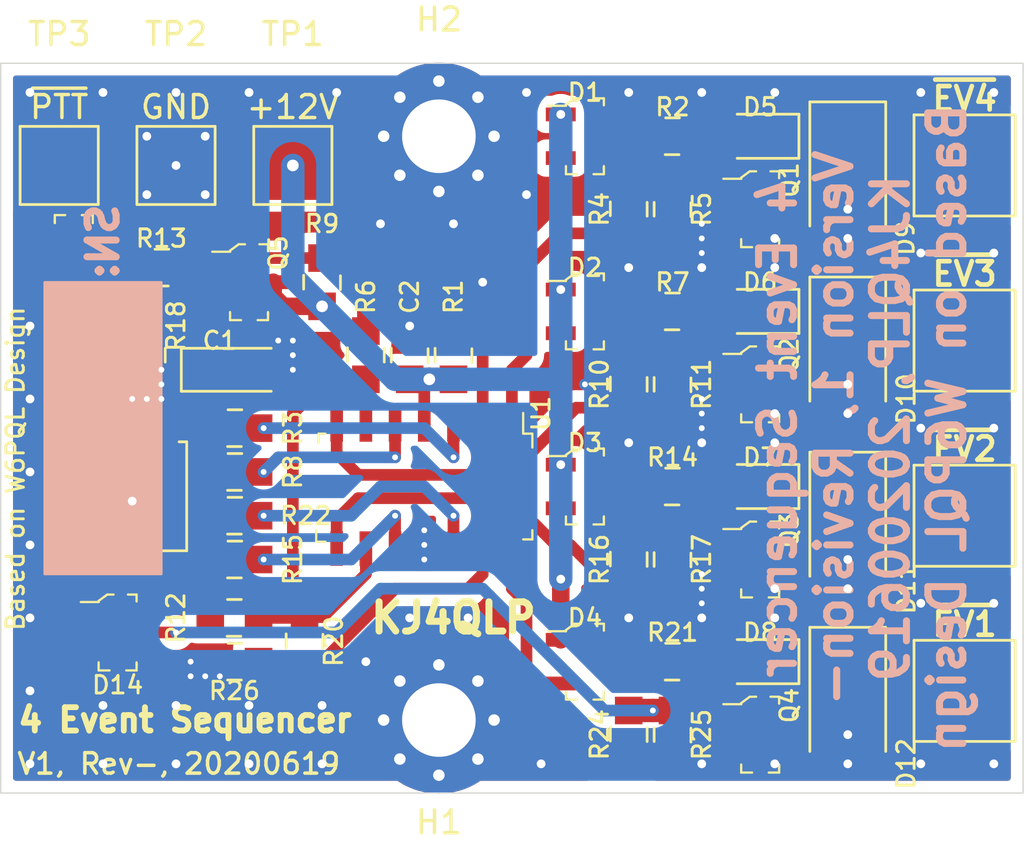
<source format=kicad_pcb>
(kicad_pcb (version 20171130) (host pcbnew 5.1.6-c6e7f7d~86~ubuntu16.04.1)

  (general
    (thickness 1.6)
    (drawings 14)
    (tracks 300)
    (zones 0)
    (modules 57)
    (nets 43)
  )

  (page USLetter)
  (layers
    (0 F.Cu signal)
    (31 B.Cu signal)
    (32 B.Adhes user)
    (33 F.Adhes user)
    (34 B.Paste user)
    (35 F.Paste user)
    (36 B.SilkS user)
    (37 F.SilkS user)
    (38 B.Mask user)
    (39 F.Mask user)
    (40 Dwgs.User user)
    (41 Cmts.User user)
    (42 Eco1.User user)
    (43 Eco2.User user)
    (44 Edge.Cuts user)
    (45 Margin user)
    (46 B.CrtYd user)
    (47 F.CrtYd user)
    (48 B.Fab user)
    (49 F.Fab user)
  )

  (setup
    (last_trace_width 0.254)
    (user_trace_width 0.508)
    (user_trace_width 0.762)
    (user_trace_width 1.016)
    (user_trace_width 1.27)
    (trace_clearance 0.254)
    (zone_clearance 0.508)
    (zone_45_only no)
    (trace_min 0.254)
    (via_size 0.508)
    (via_drill 0.254)
    (via_min_size 0.508)
    (via_min_drill 0.254)
    (user_via 0.762 0.381)
    (user_via 1.016 0.508)
    (uvia_size 0.508)
    (uvia_drill 0.254)
    (uvias_allowed no)
    (uvia_min_size 0.508)
    (uvia_min_drill 0.254)
    (edge_width 0.05)
    (segment_width 0.2)
    (pcb_text_width 0.3)
    (pcb_text_size 1.5 1.5)
    (mod_edge_width 0.12)
    (mod_text_size 1 1)
    (mod_text_width 0.15)
    (pad_size 1.524 1.524)
    (pad_drill 0.762)
    (pad_to_mask_clearance 0.0508)
    (aux_axis_origin 0 0)
    (visible_elements FFFDFF7F)
    (pcbplotparams
      (layerselection 0x010fc_ffffffff)
      (usegerberextensions false)
      (usegerberattributes true)
      (usegerberadvancedattributes true)
      (creategerberjobfile true)
      (excludeedgelayer true)
      (linewidth 0.100000)
      (plotframeref false)
      (viasonmask false)
      (mode 1)
      (useauxorigin false)
      (hpglpennumber 1)
      (hpglpenspeed 20)
      (hpglpendiameter 15.000000)
      (psnegative false)
      (psa4output false)
      (plotreference true)
      (plotvalue true)
      (plotinvisibletext false)
      (padsonsilk false)
      (subtractmaskfromsilk false)
      (outputformat 1)
      (mirror false)
      (drillshape 1)
      (scaleselection 1)
      (outputdirectory ""))
  )

  (net 0 "")
  (net 1 "Net-(C1-Pad1)")
  (net 2 GND)
  (net 3 "Net-(D1-Pad2)")
  (net 4 "Net-(D2-Pad3)")
  (net 5 "Net-(D2-Pad2)")
  (net 6 +12V)
  (net 7 "Net-(D3-Pad2)")
  (net 8 "Net-(D4-Pad3)")
  (net 9 "Net-(D4-Pad2)")
  (net 10 "Net-(D5-Pad2)")
  (net 11 "Net-(D5-Pad1)")
  (net 12 "Net-(D6-Pad2)")
  (net 13 "Net-(D7-Pad2)")
  (net 14 "Net-(D8-Pad2)")
  (net 15 "Net-(Q1-Pad1)")
  (net 16 "Net-(Q2-Pad1)")
  (net 17 "Net-(Q3-Pad1)")
  (net 18 "Net-(Q5-Pad1)")
  (net 19 "Net-(R1-Pad2)")
  (net 20 "Net-(R3-Pad1)")
  (net 21 "Net-(R4-Pad2)")
  (net 22 "Net-(R12-Pad1)")
  (net 23 "Net-(R8-Pad1)")
  (net 24 "Net-(R10-Pad2)")
  (net 25 "Net-(R12-Pad2)")
  (net 26 "Net-(R15-Pad1)")
  (net 27 "Net-(R16-Pad2)")
  (net 28 "Net-(R19-Pad2)")
  (net 29 "Net-(R20-Pad2)")
  (net 30 "Net-(R22-Pad1)")
  (net 31 "Net-(R24-Pad2)")
  (net 32 "Net-(D12-Pad1)")
  (net 33 "Net-(D13-Pad1)")
  (net 34 "Net-(D14-Pad1)")
  (net 35 "Net-(D1-Pad3)")
  (net 36 "Net-(D3-Pad3)")
  (net 37 "Net-(D10-Pad1)")
  (net 38 "Net-(D11-Pad1)")
  (net 39 "Net-(D13-Pad2)")
  (net 40 "Net-(D13-Pad3)")
  (net 41 "Net-(D14-Pad2)")
  (net 42 "Net-(D14-Pad3)")

  (net_class Default "This is the default net class."
    (clearance 0.254)
    (trace_width 0.254)
    (via_dia 0.508)
    (via_drill 0.254)
    (uvia_dia 0.508)
    (uvia_drill 0.254)
    (diff_pair_width 0.254)
    (diff_pair_gap 0.254)
    (add_net +12V)
    (add_net GND)
    (add_net "Net-(C1-Pad1)")
    (add_net "Net-(D1-Pad2)")
    (add_net "Net-(D1-Pad3)")
    (add_net "Net-(D10-Pad1)")
    (add_net "Net-(D11-Pad1)")
    (add_net "Net-(D12-Pad1)")
    (add_net "Net-(D13-Pad1)")
    (add_net "Net-(D13-Pad2)")
    (add_net "Net-(D13-Pad3)")
    (add_net "Net-(D14-Pad1)")
    (add_net "Net-(D14-Pad2)")
    (add_net "Net-(D14-Pad3)")
    (add_net "Net-(D2-Pad2)")
    (add_net "Net-(D2-Pad3)")
    (add_net "Net-(D3-Pad2)")
    (add_net "Net-(D3-Pad3)")
    (add_net "Net-(D4-Pad2)")
    (add_net "Net-(D4-Pad3)")
    (add_net "Net-(D5-Pad1)")
    (add_net "Net-(D5-Pad2)")
    (add_net "Net-(D6-Pad2)")
    (add_net "Net-(D7-Pad2)")
    (add_net "Net-(D8-Pad2)")
    (add_net "Net-(Q1-Pad1)")
    (add_net "Net-(Q2-Pad1)")
    (add_net "Net-(Q3-Pad1)")
    (add_net "Net-(Q5-Pad1)")
    (add_net "Net-(R1-Pad2)")
    (add_net "Net-(R10-Pad2)")
    (add_net "Net-(R12-Pad1)")
    (add_net "Net-(R12-Pad2)")
    (add_net "Net-(R15-Pad1)")
    (add_net "Net-(R16-Pad2)")
    (add_net "Net-(R19-Pad2)")
    (add_net "Net-(R20-Pad2)")
    (add_net "Net-(R22-Pad1)")
    (add_net "Net-(R24-Pad2)")
    (add_net "Net-(R3-Pad1)")
    (add_net "Net-(R4-Pad2)")
    (add_net "Net-(R8-Pad1)")
  )

  (module MountingHole:MountingHole_3.2mm_M3_Pad_Via (layer F.Cu) (tedit 56DDBCCA) (tstamp 5EEBDE1D)
    (at 146.05 79.375)
    (descr "Mounting Hole 3.2mm, M3")
    (tags "mounting hole 3.2mm m3")
    (path /5EFC0F31)
    (attr virtual)
    (fp_text reference H2 (at 0 -5.08) (layer F.SilkS)
      (effects (font (size 1 1) (thickness 0.15)))
    )
    (fp_text value MountingHole_Pad (at 0 4.2) (layer F.Fab)
      (effects (font (size 1 1) (thickness 0.15)))
    )
    (fp_circle (center 0 0) (end 3.45 0) (layer F.CrtYd) (width 0.05))
    (fp_circle (center 0 0) (end 3.2 0) (layer Cmts.User) (width 0.15))
    (fp_text user %R (at 0.3 0) (layer F.Fab)
      (effects (font (size 1 1) (thickness 0.15)))
    )
    (pad 1 thru_hole circle (at 1.697056 -1.697056) (size 0.8 0.8) (drill 0.5) (layers *.Cu *.Mask)
      (net 2 GND))
    (pad 1 thru_hole circle (at 0 -2.4) (size 0.8 0.8) (drill 0.5) (layers *.Cu *.Mask)
      (net 2 GND))
    (pad 1 thru_hole circle (at -1.697056 -1.697056) (size 0.8 0.8) (drill 0.5) (layers *.Cu *.Mask)
      (net 2 GND))
    (pad 1 thru_hole circle (at -2.4 0) (size 0.8 0.8) (drill 0.5) (layers *.Cu *.Mask)
      (net 2 GND))
    (pad 1 thru_hole circle (at -1.697056 1.697056) (size 0.8 0.8) (drill 0.5) (layers *.Cu *.Mask)
      (net 2 GND))
    (pad 1 thru_hole circle (at 0 2.4) (size 0.8 0.8) (drill 0.5) (layers *.Cu *.Mask)
      (net 2 GND))
    (pad 1 thru_hole circle (at 1.697056 1.697056) (size 0.8 0.8) (drill 0.5) (layers *.Cu *.Mask)
      (net 2 GND))
    (pad 1 thru_hole circle (at 2.4 0) (size 0.8 0.8) (drill 0.5) (layers *.Cu *.Mask)
      (net 2 GND))
    (pad 1 thru_hole circle (at 0 0) (size 6.4 6.4) (drill 3.2) (layers *.Cu *.Mask)
      (net 2 GND))
  )

  (module MountingHole:MountingHole_3.2mm_M3_Pad_Via (layer F.Cu) (tedit 56DDBCCA) (tstamp 5EEC5944)
    (at 146.05 104.775)
    (descr "Mounting Hole 3.2mm, M3")
    (tags "mounting hole 3.2mm m3")
    (path /5EFB688A)
    (attr virtual)
    (fp_text reference H1 (at 0 4.445) (layer F.SilkS)
      (effects (font (size 1 1) (thickness 0.15)))
    )
    (fp_text value MountingHole_Pad (at 0 4.2) (layer F.Fab)
      (effects (font (size 1 1) (thickness 0.15)))
    )
    (fp_circle (center 0 0) (end 3.45 0) (layer F.CrtYd) (width 0.05))
    (fp_circle (center 0 0) (end 3.2 0) (layer Cmts.User) (width 0.15))
    (fp_text user %R (at 0.3 0) (layer F.Fab)
      (effects (font (size 1 1) (thickness 0.15)))
    )
    (pad 1 thru_hole circle (at 1.697056 -1.697056) (size 0.8 0.8) (drill 0.5) (layers *.Cu *.Mask)
      (net 2 GND))
    (pad 1 thru_hole circle (at 0 -2.4) (size 0.8 0.8) (drill 0.5) (layers *.Cu *.Mask)
      (net 2 GND))
    (pad 1 thru_hole circle (at -1.697056 -1.697056) (size 0.8 0.8) (drill 0.5) (layers *.Cu *.Mask)
      (net 2 GND))
    (pad 1 thru_hole circle (at -2.4 0) (size 0.8 0.8) (drill 0.5) (layers *.Cu *.Mask)
      (net 2 GND))
    (pad 1 thru_hole circle (at -1.697056 1.697056) (size 0.8 0.8) (drill 0.5) (layers *.Cu *.Mask)
      (net 2 GND))
    (pad 1 thru_hole circle (at 0 2.4) (size 0.8 0.8) (drill 0.5) (layers *.Cu *.Mask)
      (net 2 GND))
    (pad 1 thru_hole circle (at 1.697056 1.697056) (size 0.8 0.8) (drill 0.5) (layers *.Cu *.Mask)
      (net 2 GND))
    (pad 1 thru_hole circle (at 2.4 0) (size 0.8 0.8) (drill 0.5) (layers *.Cu *.Mask)
      (net 2 GND))
    (pad 1 thru_hole circle (at 0 0) (size 6.4 6.4) (drill 3.2) (layers *.Cu *.Mask)
      (net 2 GND))
  )

  (module digikey-footprints:SOT-23-3 (layer F.Cu) (tedit 5D28A5E3) (tstamp 5EE8A799)
    (at 152.4 102.235)
    (path /5EF0F3D0)
    (attr smd)
    (fp_text reference D4 (at 0 -1.905 180) (layer F.SilkS)
      (effects (font (size 0.762 0.762) (thickness 0.127)))
    )
    (fp_text value BAS16W (at 0.025 3.25) (layer F.Fab)
      (effects (font (size 1 1) (thickness 0.15)))
    )
    (fp_line (start 0.7 1.52) (end 0.7 -1.52) (layer F.Fab) (width 0.1))
    (fp_line (start -0.7 1.52) (end 0.7 1.52) (layer F.Fab) (width 0.1))
    (fp_line (start 0.825 -1.65) (end 0.825 -1.35) (layer F.SilkS) (width 0.1))
    (fp_line (start 0.45 -1.65) (end 0.825 -1.65) (layer F.SilkS) (width 0.1))
    (fp_line (start 0.825 1.65) (end 0.375 1.65) (layer F.SilkS) (width 0.1))
    (fp_line (start 0.825 1.35) (end 0.825 1.65) (layer F.SilkS) (width 0.1))
    (fp_line (start 0.825 1.425) (end 0.825 1.3) (layer F.SilkS) (width 0.1))
    (fp_line (start -0.825 1.65) (end -0.825 1.3) (layer F.SilkS) (width 0.1))
    (fp_line (start -0.35 1.65) (end -0.825 1.65) (layer F.SilkS) (width 0.1))
    (fp_line (start -0.425 -1.525) (end -0.7 -1.325) (layer F.Fab) (width 0.1))
    (fp_line (start -0.425 -1.525) (end 0.7 -1.525) (layer F.Fab) (width 0.1))
    (fp_line (start -0.7 -1.325) (end -0.7 1.525) (layer F.Fab) (width 0.1))
    (fp_line (start -0.825 -1.325) (end -1.6 -1.325) (layer F.SilkS) (width 0.1))
    (fp_line (start -0.825 -1.375) (end -0.825 -1.325) (layer F.SilkS) (width 0.1))
    (fp_line (start -0.45 -1.65) (end -0.825 -1.375) (layer F.SilkS) (width 0.1))
    (fp_line (start -0.175 -1.65) (end -0.45 -1.65) (layer F.SilkS) (width 0.1))
    (fp_line (start 1.825 -1.95) (end 1.825 1.95) (layer F.CrtYd) (width 0.05))
    (fp_line (start 1.825 1.95) (end -1.825 1.95) (layer F.CrtYd) (width 0.05))
    (fp_line (start -1.825 -1.95) (end -1.825 1.95) (layer F.CrtYd) (width 0.05))
    (fp_line (start -1.825 -1.95) (end 1.825 -1.95) (layer F.CrtYd) (width 0.05))
    (fp_text user %R (at -0.125 0.15) (layer F.Fab)
      (effects (font (size 0.25 0.25) (thickness 0.05)))
    )
    (pad 1 smd rect (at -1.05 -0.95) (size 1.3 0.6) (layers F.Cu F.Paste F.Mask)
      (net 6 +12V) (solder_mask_margin 0.07))
    (pad 2 smd rect (at -1.05 0.95) (size 1.3 0.6) (layers F.Cu F.Paste F.Mask)
      (net 9 "Net-(D4-Pad2)") (solder_mask_margin 0.07))
    (pad 3 smd rect (at 1.05 0) (size 1.3 0.6) (layers F.Cu F.Paste F.Mask)
      (net 8 "Net-(D4-Pad3)") (solder_mask_margin 0.07))
  )

  (module digikey-footprints:SOT-23-3 (layer F.Cu) (tedit 5D28A5E3) (tstamp 5EE8A774)
    (at 132.08 100.965)
    (path /5EEAFF8D)
    (attr smd)
    (fp_text reference D14 (at 0 2.286 180) (layer F.SilkS)
      (effects (font (size 0.762 0.762) (thickness 0.127)))
    )
    (fp_text value BAS16W (at 0.025 3.25) (layer F.Fab)
      (effects (font (size 1 1) (thickness 0.15)))
    )
    (fp_line (start 0.7 1.52) (end 0.7 -1.52) (layer F.Fab) (width 0.1))
    (fp_line (start -0.7 1.52) (end 0.7 1.52) (layer F.Fab) (width 0.1))
    (fp_line (start 0.825 -1.65) (end 0.825 -1.35) (layer F.SilkS) (width 0.1))
    (fp_line (start 0.45 -1.65) (end 0.825 -1.65) (layer F.SilkS) (width 0.1))
    (fp_line (start 0.825 1.65) (end 0.375 1.65) (layer F.SilkS) (width 0.1))
    (fp_line (start 0.825 1.35) (end 0.825 1.65) (layer F.SilkS) (width 0.1))
    (fp_line (start 0.825 1.425) (end 0.825 1.3) (layer F.SilkS) (width 0.1))
    (fp_line (start -0.825 1.65) (end -0.825 1.3) (layer F.SilkS) (width 0.1))
    (fp_line (start -0.35 1.65) (end -0.825 1.65) (layer F.SilkS) (width 0.1))
    (fp_line (start -0.425 -1.525) (end -0.7 -1.325) (layer F.Fab) (width 0.1))
    (fp_line (start -0.425 -1.525) (end 0.7 -1.525) (layer F.Fab) (width 0.1))
    (fp_line (start -0.7 -1.325) (end -0.7 1.525) (layer F.Fab) (width 0.1))
    (fp_line (start -0.825 -1.325) (end -1.6 -1.325) (layer F.SilkS) (width 0.1))
    (fp_line (start -0.825 -1.375) (end -0.825 -1.325) (layer F.SilkS) (width 0.1))
    (fp_line (start -0.45 -1.65) (end -0.825 -1.375) (layer F.SilkS) (width 0.1))
    (fp_line (start -0.175 -1.65) (end -0.45 -1.65) (layer F.SilkS) (width 0.1))
    (fp_line (start 1.825 -1.95) (end 1.825 1.95) (layer F.CrtYd) (width 0.05))
    (fp_line (start 1.825 1.95) (end -1.825 1.95) (layer F.CrtYd) (width 0.05))
    (fp_line (start -1.825 -1.95) (end -1.825 1.95) (layer F.CrtYd) (width 0.05))
    (fp_line (start -1.825 -1.95) (end 1.825 -1.95) (layer F.CrtYd) (width 0.05))
    (fp_text user %R (at -0.125 0.15) (layer F.Fab)
      (effects (font (size 0.25 0.25) (thickness 0.05)))
    )
    (pad 1 smd rect (at -1.05 -0.95) (size 1.3 0.6) (layers F.Cu F.Paste F.Mask)
      (net 34 "Net-(D14-Pad1)") (solder_mask_margin 0.07))
    (pad 2 smd rect (at -1.05 0.95) (size 1.3 0.6) (layers F.Cu F.Paste F.Mask)
      (net 41 "Net-(D14-Pad2)") (solder_mask_margin 0.07))
    (pad 3 smd rect (at 1.05 0) (size 1.3 0.6) (layers F.Cu F.Paste F.Mask)
      (net 42 "Net-(D14-Pad3)") (solder_mask_margin 0.07))
  )

  (module digikey-footprints:SOT-23-3 (layer F.Cu) (tedit 5D28A5E3) (tstamp 5EE8A75F)
    (at 152.4 94.615)
    (path /5EF0EC18)
    (attr smd)
    (fp_text reference D3 (at 0 -1.905 180) (layer F.SilkS)
      (effects (font (size 0.762 0.762) (thickness 0.127)))
    )
    (fp_text value BAS16W (at 0.025 3.25) (layer F.Fab)
      (effects (font (size 1 1) (thickness 0.15)))
    )
    (fp_line (start 0.7 1.52) (end 0.7 -1.52) (layer F.Fab) (width 0.1))
    (fp_line (start -0.7 1.52) (end 0.7 1.52) (layer F.Fab) (width 0.1))
    (fp_line (start 0.825 -1.65) (end 0.825 -1.35) (layer F.SilkS) (width 0.1))
    (fp_line (start 0.45 -1.65) (end 0.825 -1.65) (layer F.SilkS) (width 0.1))
    (fp_line (start 0.825 1.65) (end 0.375 1.65) (layer F.SilkS) (width 0.1))
    (fp_line (start 0.825 1.35) (end 0.825 1.65) (layer F.SilkS) (width 0.1))
    (fp_line (start 0.825 1.425) (end 0.825 1.3) (layer F.SilkS) (width 0.1))
    (fp_line (start -0.825 1.65) (end -0.825 1.3) (layer F.SilkS) (width 0.1))
    (fp_line (start -0.35 1.65) (end -0.825 1.65) (layer F.SilkS) (width 0.1))
    (fp_line (start -0.425 -1.525) (end -0.7 -1.325) (layer F.Fab) (width 0.1))
    (fp_line (start -0.425 -1.525) (end 0.7 -1.525) (layer F.Fab) (width 0.1))
    (fp_line (start -0.7 -1.325) (end -0.7 1.525) (layer F.Fab) (width 0.1))
    (fp_line (start -0.825 -1.325) (end -1.6 -1.325) (layer F.SilkS) (width 0.1))
    (fp_line (start -0.825 -1.375) (end -0.825 -1.325) (layer F.SilkS) (width 0.1))
    (fp_line (start -0.45 -1.65) (end -0.825 -1.375) (layer F.SilkS) (width 0.1))
    (fp_line (start -0.175 -1.65) (end -0.45 -1.65) (layer F.SilkS) (width 0.1))
    (fp_line (start 1.825 -1.95) (end 1.825 1.95) (layer F.CrtYd) (width 0.05))
    (fp_line (start 1.825 1.95) (end -1.825 1.95) (layer F.CrtYd) (width 0.05))
    (fp_line (start -1.825 -1.95) (end -1.825 1.95) (layer F.CrtYd) (width 0.05))
    (fp_line (start -1.825 -1.95) (end 1.825 -1.95) (layer F.CrtYd) (width 0.05))
    (fp_text user %R (at -0.125 0.15) (layer F.Fab)
      (effects (font (size 0.25 0.25) (thickness 0.05)))
    )
    (pad 1 smd rect (at -1.05 -0.95) (size 1.3 0.6) (layers F.Cu F.Paste F.Mask)
      (net 6 +12V) (solder_mask_margin 0.07))
    (pad 2 smd rect (at -1.05 0.95) (size 1.3 0.6) (layers F.Cu F.Paste F.Mask)
      (net 7 "Net-(D3-Pad2)") (solder_mask_margin 0.07))
    (pad 3 smd rect (at 1.05 0) (size 1.3 0.6) (layers F.Cu F.Paste F.Mask)
      (net 36 "Net-(D3-Pad3)") (solder_mask_margin 0.07))
  )

  (module digikey-footprints:SOT-23-3 (layer F.Cu) (tedit 5D28A5E3) (tstamp 5EEC5AFC)
    (at 130.175 84.455 180)
    (path /5EEB76AE)
    (attr smd)
    (fp_text reference D13 (at 0 -2.159) (layer F.SilkS)
      (effects (font (size 0.762 0.762) (thickness 0.127)))
    )
    (fp_text value BAS16W (at 0.025 3.25) (layer F.Fab)
      (effects (font (size 1 1) (thickness 0.15)))
    )
    (fp_line (start 0.7 1.52) (end 0.7 -1.52) (layer F.Fab) (width 0.1))
    (fp_line (start -0.7 1.52) (end 0.7 1.52) (layer F.Fab) (width 0.1))
    (fp_line (start 0.825 -1.65) (end 0.825 -1.35) (layer F.SilkS) (width 0.1))
    (fp_line (start 0.45 -1.65) (end 0.825 -1.65) (layer F.SilkS) (width 0.1))
    (fp_line (start 0.825 1.65) (end 0.375 1.65) (layer F.SilkS) (width 0.1))
    (fp_line (start 0.825 1.35) (end 0.825 1.65) (layer F.SilkS) (width 0.1))
    (fp_line (start 0.825 1.425) (end 0.825 1.3) (layer F.SilkS) (width 0.1))
    (fp_line (start -0.825 1.65) (end -0.825 1.3) (layer F.SilkS) (width 0.1))
    (fp_line (start -0.35 1.65) (end -0.825 1.65) (layer F.SilkS) (width 0.1))
    (fp_line (start -0.425 -1.525) (end -0.7 -1.325) (layer F.Fab) (width 0.1))
    (fp_line (start -0.425 -1.525) (end 0.7 -1.525) (layer F.Fab) (width 0.1))
    (fp_line (start -0.7 -1.325) (end -0.7 1.525) (layer F.Fab) (width 0.1))
    (fp_line (start -0.825 -1.325) (end -1.6 -1.325) (layer F.SilkS) (width 0.1))
    (fp_line (start -0.825 -1.375) (end -0.825 -1.325) (layer F.SilkS) (width 0.1))
    (fp_line (start -0.45 -1.65) (end -0.825 -1.375) (layer F.SilkS) (width 0.1))
    (fp_line (start -0.175 -1.65) (end -0.45 -1.65) (layer F.SilkS) (width 0.1))
    (fp_line (start 1.825 -1.95) (end 1.825 1.95) (layer F.CrtYd) (width 0.05))
    (fp_line (start 1.825 1.95) (end -1.825 1.95) (layer F.CrtYd) (width 0.05))
    (fp_line (start -1.825 -1.95) (end -1.825 1.95) (layer F.CrtYd) (width 0.05))
    (fp_line (start -1.825 -1.95) (end 1.825 -1.95) (layer F.CrtYd) (width 0.05))
    (fp_text user %R (at -0.125 0.15) (layer F.Fab)
      (effects (font (size 0.25 0.25) (thickness 0.05)))
    )
    (pad 1 smd rect (at -1.05 -0.95 180) (size 1.3 0.6) (layers F.Cu F.Paste F.Mask)
      (net 33 "Net-(D13-Pad1)") (solder_mask_margin 0.07))
    (pad 2 smd rect (at -1.05 0.95 180) (size 1.3 0.6) (layers F.Cu F.Paste F.Mask)
      (net 39 "Net-(D13-Pad2)") (solder_mask_margin 0.07))
    (pad 3 smd rect (at 1.05 0 180) (size 1.3 0.6) (layers F.Cu F.Paste F.Mask)
      (net 40 "Net-(D13-Pad3)") (solder_mask_margin 0.07))
  )

  (module digikey-footprints:SOT-23-3 (layer F.Cu) (tedit 5D28A5E3) (tstamp 5EE8A725)
    (at 152.4 86.995)
    (path /5EF0E5C9)
    (attr smd)
    (fp_text reference D2 (at 0 -1.905 180) (layer F.SilkS)
      (effects (font (size 0.762 0.762) (thickness 0.127)))
    )
    (fp_text value BAS16W (at 0.025 3.25) (layer F.Fab)
      (effects (font (size 1 1) (thickness 0.15)))
    )
    (fp_line (start 0.7 1.52) (end 0.7 -1.52) (layer F.Fab) (width 0.1))
    (fp_line (start -0.7 1.52) (end 0.7 1.52) (layer F.Fab) (width 0.1))
    (fp_line (start 0.825 -1.65) (end 0.825 -1.35) (layer F.SilkS) (width 0.1))
    (fp_line (start 0.45 -1.65) (end 0.825 -1.65) (layer F.SilkS) (width 0.1))
    (fp_line (start 0.825 1.65) (end 0.375 1.65) (layer F.SilkS) (width 0.1))
    (fp_line (start 0.825 1.35) (end 0.825 1.65) (layer F.SilkS) (width 0.1))
    (fp_line (start 0.825 1.425) (end 0.825 1.3) (layer F.SilkS) (width 0.1))
    (fp_line (start -0.825 1.65) (end -0.825 1.3) (layer F.SilkS) (width 0.1))
    (fp_line (start -0.35 1.65) (end -0.825 1.65) (layer F.SilkS) (width 0.1))
    (fp_line (start -0.425 -1.525) (end -0.7 -1.325) (layer F.Fab) (width 0.1))
    (fp_line (start -0.425 -1.525) (end 0.7 -1.525) (layer F.Fab) (width 0.1))
    (fp_line (start -0.7 -1.325) (end -0.7 1.525) (layer F.Fab) (width 0.1))
    (fp_line (start -0.825 -1.325) (end -1.6 -1.325) (layer F.SilkS) (width 0.1))
    (fp_line (start -0.825 -1.375) (end -0.825 -1.325) (layer F.SilkS) (width 0.1))
    (fp_line (start -0.45 -1.65) (end -0.825 -1.375) (layer F.SilkS) (width 0.1))
    (fp_line (start -0.175 -1.65) (end -0.45 -1.65) (layer F.SilkS) (width 0.1))
    (fp_line (start 1.825 -1.95) (end 1.825 1.95) (layer F.CrtYd) (width 0.05))
    (fp_line (start 1.825 1.95) (end -1.825 1.95) (layer F.CrtYd) (width 0.05))
    (fp_line (start -1.825 -1.95) (end -1.825 1.95) (layer F.CrtYd) (width 0.05))
    (fp_line (start -1.825 -1.95) (end 1.825 -1.95) (layer F.CrtYd) (width 0.05))
    (fp_text user %R (at -0.125 0.15) (layer F.Fab)
      (effects (font (size 0.25 0.25) (thickness 0.05)))
    )
    (pad 1 smd rect (at -1.05 -0.95) (size 1.3 0.6) (layers F.Cu F.Paste F.Mask)
      (net 6 +12V) (solder_mask_margin 0.07))
    (pad 2 smd rect (at -1.05 0.95) (size 1.3 0.6) (layers F.Cu F.Paste F.Mask)
      (net 5 "Net-(D2-Pad2)") (solder_mask_margin 0.07))
    (pad 3 smd rect (at 1.05 0) (size 1.3 0.6) (layers F.Cu F.Paste F.Mask)
      (net 4 "Net-(D2-Pad3)") (solder_mask_margin 0.07))
  )

  (module digikey-footprints:SOT-23-3 (layer F.Cu) (tedit 5D28A5E3) (tstamp 5EE8A700)
    (at 152.4 79.375)
    (path /5EEE1689)
    (attr smd)
    (fp_text reference D1 (at 0 -1.905 180) (layer F.SilkS)
      (effects (font (size 0.762 0.762) (thickness 0.127)))
    )
    (fp_text value BAS16W (at 0.025 3.25) (layer F.Fab)
      (effects (font (size 1 1) (thickness 0.15)))
    )
    (fp_line (start 0.7 1.52) (end 0.7 -1.52) (layer F.Fab) (width 0.1))
    (fp_line (start -0.7 1.52) (end 0.7 1.52) (layer F.Fab) (width 0.1))
    (fp_line (start 0.825 -1.65) (end 0.825 -1.35) (layer F.SilkS) (width 0.1))
    (fp_line (start 0.45 -1.65) (end 0.825 -1.65) (layer F.SilkS) (width 0.1))
    (fp_line (start 0.825 1.65) (end 0.375 1.65) (layer F.SilkS) (width 0.1))
    (fp_line (start 0.825 1.35) (end 0.825 1.65) (layer F.SilkS) (width 0.1))
    (fp_line (start 0.825 1.425) (end 0.825 1.3) (layer F.SilkS) (width 0.1))
    (fp_line (start -0.825 1.65) (end -0.825 1.3) (layer F.SilkS) (width 0.1))
    (fp_line (start -0.35 1.65) (end -0.825 1.65) (layer F.SilkS) (width 0.1))
    (fp_line (start -0.425 -1.525) (end -0.7 -1.325) (layer F.Fab) (width 0.1))
    (fp_line (start -0.425 -1.525) (end 0.7 -1.525) (layer F.Fab) (width 0.1))
    (fp_line (start -0.7 -1.325) (end -0.7 1.525) (layer F.Fab) (width 0.1))
    (fp_line (start -0.825 -1.325) (end -1.6 -1.325) (layer F.SilkS) (width 0.1))
    (fp_line (start -0.825 -1.375) (end -0.825 -1.325) (layer F.SilkS) (width 0.1))
    (fp_line (start -0.45 -1.65) (end -0.825 -1.375) (layer F.SilkS) (width 0.1))
    (fp_line (start -0.175 -1.65) (end -0.45 -1.65) (layer F.SilkS) (width 0.1))
    (fp_line (start 1.825 -1.95) (end 1.825 1.95) (layer F.CrtYd) (width 0.05))
    (fp_line (start 1.825 1.95) (end -1.825 1.95) (layer F.CrtYd) (width 0.05))
    (fp_line (start -1.825 -1.95) (end -1.825 1.95) (layer F.CrtYd) (width 0.05))
    (fp_line (start -1.825 -1.95) (end 1.825 -1.95) (layer F.CrtYd) (width 0.05))
    (fp_text user %R (at -0.125 0.15) (layer F.Fab)
      (effects (font (size 0.25 0.25) (thickness 0.05)))
    )
    (pad 1 smd rect (at -1.05 -0.95) (size 1.3 0.6) (layers F.Cu F.Paste F.Mask)
      (net 6 +12V) (solder_mask_margin 0.07))
    (pad 2 smd rect (at -1.05 0.95) (size 1.3 0.6) (layers F.Cu F.Paste F.Mask)
      (net 3 "Net-(D1-Pad2)") (solder_mask_margin 0.07))
    (pad 3 smd rect (at 1.05 0) (size 1.3 0.6) (layers F.Cu F.Paste F.Mask)
      (net 35 "Net-(D1-Pad3)") (solder_mask_margin 0.07))
  )

  (module TestPoint:TestPoint_Pad_4.0x4.0mm (layer F.Cu) (tedit 5A0F774F) (tstamp 5EE8A7F1)
    (at 168.91 80.645)
    (descr "SMD rectangular pad as test Point, square 4.0mm side length")
    (tags "test point SMD pad rectangle square")
    (path /5EEE3B33)
    (attr virtual)
    (fp_text reference ~EV4 (at 0 -2.898) (layer F.SilkS)
      (effects (font (size 1.016 1.016) (thickness 0.2032)))
    )
    (fp_text value Event4 (at 0 3.1) (layer F.Fab)
      (effects (font (size 1 1) (thickness 0.15)))
    )
    (fp_line (start -2.2 -2.2) (end 2.2 -2.2) (layer F.SilkS) (width 0.12))
    (fp_line (start 2.2 -2.2) (end 2.2 2.2) (layer F.SilkS) (width 0.12))
    (fp_line (start 2.2 2.2) (end -2.2 2.2) (layer F.SilkS) (width 0.12))
    (fp_line (start -2.2 2.2) (end -2.2 -2.2) (layer F.SilkS) (width 0.12))
    (fp_line (start -2.5 -2.5) (end 2.5 -2.5) (layer F.CrtYd) (width 0.05))
    (fp_line (start -2.5 -2.5) (end -2.5 2.5) (layer F.CrtYd) (width 0.05))
    (fp_line (start 2.5 2.5) (end 2.5 -2.5) (layer F.CrtYd) (width 0.05))
    (fp_line (start 2.5 2.5) (end -2.5 2.5) (layer F.CrtYd) (width 0.05))
    (fp_text user %R (at 0 -2.9) (layer F.Fab)
      (effects (font (size 1 1) (thickness 0.15)))
    )
    (pad 1 smd rect (at 0 0) (size 4 4) (layers F.Cu F.Mask)
      (net 11 "Net-(D5-Pad1)"))
  )

  (module TestPoint:TestPoint_Pad_4.0x4.0mm (layer F.Cu) (tedit 5A0F774F) (tstamp 5EE8A7DB)
    (at 168.91 88.265)
    (descr "SMD rectangular pad as test Point, square 4.0mm side length")
    (tags "test point SMD pad rectangle square")
    (path /5EF12AC2)
    (attr virtual)
    (fp_text reference ~EV3 (at 0 -2.898) (layer F.SilkS)
      (effects (font (size 1.016 1.016) (thickness 0.2032)))
    )
    (fp_text value Event3 (at 0 3.1) (layer F.Fab)
      (effects (font (size 1 1) (thickness 0.15)))
    )
    (fp_line (start -2.2 -2.2) (end 2.2 -2.2) (layer F.SilkS) (width 0.12))
    (fp_line (start 2.2 -2.2) (end 2.2 2.2) (layer F.SilkS) (width 0.12))
    (fp_line (start 2.2 2.2) (end -2.2 2.2) (layer F.SilkS) (width 0.12))
    (fp_line (start -2.2 2.2) (end -2.2 -2.2) (layer F.SilkS) (width 0.12))
    (fp_line (start -2.5 -2.5) (end 2.5 -2.5) (layer F.CrtYd) (width 0.05))
    (fp_line (start -2.5 -2.5) (end -2.5 2.5) (layer F.CrtYd) (width 0.05))
    (fp_line (start 2.5 2.5) (end 2.5 -2.5) (layer F.CrtYd) (width 0.05))
    (fp_line (start 2.5 2.5) (end -2.5 2.5) (layer F.CrtYd) (width 0.05))
    (fp_text user %R (at 0 -2.9) (layer F.Fab)
      (effects (font (size 1 1) (thickness 0.15)))
    )
    (pad 1 smd rect (at 0 0) (size 4 4) (layers F.Cu F.Mask)
      (net 37 "Net-(D10-Pad1)"))
  )

  (module TestPoint:TestPoint_Pad_4.0x4.0mm (layer F.Cu) (tedit 5A0F774F) (tstamp 5EE8A7C5)
    (at 168.91 95.885)
    (descr "SMD rectangular pad as test Point, square 4.0mm side length")
    (tags "test point SMD pad rectangle square")
    (path /5EF12F55)
    (attr virtual)
    (fp_text reference ~EV2 (at 0 -2.898) (layer F.SilkS)
      (effects (font (size 1.016 1.016) (thickness 0.2032)))
    )
    (fp_text value Event2 (at 0 3.1) (layer F.Fab)
      (effects (font (size 1 1) (thickness 0.15)))
    )
    (fp_line (start -2.2 -2.2) (end 2.2 -2.2) (layer F.SilkS) (width 0.12))
    (fp_line (start 2.2 -2.2) (end 2.2 2.2) (layer F.SilkS) (width 0.12))
    (fp_line (start 2.2 2.2) (end -2.2 2.2) (layer F.SilkS) (width 0.12))
    (fp_line (start -2.2 2.2) (end -2.2 -2.2) (layer F.SilkS) (width 0.12))
    (fp_line (start -2.5 -2.5) (end 2.5 -2.5) (layer F.CrtYd) (width 0.05))
    (fp_line (start -2.5 -2.5) (end -2.5 2.5) (layer F.CrtYd) (width 0.05))
    (fp_line (start 2.5 2.5) (end 2.5 -2.5) (layer F.CrtYd) (width 0.05))
    (fp_line (start 2.5 2.5) (end -2.5 2.5) (layer F.CrtYd) (width 0.05))
    (fp_text user %R (at 0 -2.9) (layer F.Fab)
      (effects (font (size 1 1) (thickness 0.15)))
    )
    (pad 1 smd rect (at 0 0) (size 4 4) (layers F.Cu F.Mask)
      (net 38 "Net-(D11-Pad1)"))
  )

  (module TestPoint:TestPoint_Pad_4.0x4.0mm (layer F.Cu) (tedit 5A0F774F) (tstamp 5EE8A7AF)
    (at 168.91 103.505)
    (descr "SMD rectangular pad as test Point, square 4.0mm side length")
    (tags "test point SMD pad rectangle square")
    (path /5EF134A8)
    (attr virtual)
    (fp_text reference ~EV1 (at 0 -2.898) (layer F.SilkS)
      (effects (font (size 1.016 1.016) (thickness 0.2032)))
    )
    (fp_text value Event1 (at 0 3.1) (layer F.Fab)
      (effects (font (size 1 1) (thickness 0.15)))
    )
    (fp_line (start -2.2 -2.2) (end 2.2 -2.2) (layer F.SilkS) (width 0.12))
    (fp_line (start 2.2 -2.2) (end 2.2 2.2) (layer F.SilkS) (width 0.12))
    (fp_line (start 2.2 2.2) (end -2.2 2.2) (layer F.SilkS) (width 0.12))
    (fp_line (start -2.2 2.2) (end -2.2 -2.2) (layer F.SilkS) (width 0.12))
    (fp_line (start -2.5 -2.5) (end 2.5 -2.5) (layer F.CrtYd) (width 0.05))
    (fp_line (start -2.5 -2.5) (end -2.5 2.5) (layer F.CrtYd) (width 0.05))
    (fp_line (start 2.5 2.5) (end 2.5 -2.5) (layer F.CrtYd) (width 0.05))
    (fp_line (start 2.5 2.5) (end -2.5 2.5) (layer F.CrtYd) (width 0.05))
    (fp_text user %R (at 0 -2.9) (layer F.Fab)
      (effects (font (size 1 1) (thickness 0.15)))
    )
    (pad 1 smd rect (at 0 0) (size 4 4) (layers F.Cu F.Mask)
      (net 32 "Net-(D12-Pad1)"))
  )

  (module Diode_SMD:D_SMA (layer F.Cu) (tedit 586432E5) (tstamp 5EECA39F)
    (at 163.83 104.14 270)
    (descr "Diode SMA (DO-214AC)")
    (tags "Diode SMA (DO-214AC)")
    (path /5F136F34)
    (attr smd)
    (fp_text reference D12 (at 2.54 -2.54 90) (layer F.SilkS)
      (effects (font (size 0.762 0.762) (thickness 0.127)))
    )
    (fp_text value US1M (at 0 2.6 90) (layer F.Fab)
      (effects (font (size 1 1) (thickness 0.15)))
    )
    (fp_line (start -3.4 -1.65) (end -3.4 1.65) (layer F.SilkS) (width 0.12))
    (fp_line (start 2.3 1.5) (end -2.3 1.5) (layer F.Fab) (width 0.1))
    (fp_line (start -2.3 1.5) (end -2.3 -1.5) (layer F.Fab) (width 0.1))
    (fp_line (start 2.3 -1.5) (end 2.3 1.5) (layer F.Fab) (width 0.1))
    (fp_line (start 2.3 -1.5) (end -2.3 -1.5) (layer F.Fab) (width 0.1))
    (fp_line (start -3.5 -1.75) (end 3.5 -1.75) (layer F.CrtYd) (width 0.05))
    (fp_line (start 3.5 -1.75) (end 3.5 1.75) (layer F.CrtYd) (width 0.05))
    (fp_line (start 3.5 1.75) (end -3.5 1.75) (layer F.CrtYd) (width 0.05))
    (fp_line (start -3.5 1.75) (end -3.5 -1.75) (layer F.CrtYd) (width 0.05))
    (fp_line (start -0.64944 0.00102) (end -1.55114 0.00102) (layer F.Fab) (width 0.1))
    (fp_line (start 0.50118 0.00102) (end 1.4994 0.00102) (layer F.Fab) (width 0.1))
    (fp_line (start -0.64944 -0.79908) (end -0.64944 0.80112) (layer F.Fab) (width 0.1))
    (fp_line (start 0.50118 0.75032) (end 0.50118 -0.79908) (layer F.Fab) (width 0.1))
    (fp_line (start -0.64944 0.00102) (end 0.50118 0.75032) (layer F.Fab) (width 0.1))
    (fp_line (start -0.64944 0.00102) (end 0.50118 -0.79908) (layer F.Fab) (width 0.1))
    (fp_line (start -3.4 1.65) (end 2 1.65) (layer F.SilkS) (width 0.12))
    (fp_line (start -3.4 -1.65) (end 2 -1.65) (layer F.SilkS) (width 0.12))
    (fp_text user %R (at 0 0) (layer F.Fab)
      (effects (font (size 1 1) (thickness 0.15)))
    )
    (pad 2 smd rect (at 2 0 270) (size 2.5 1.8) (layers F.Cu F.Paste F.Mask)
      (net 2 GND))
    (pad 1 smd rect (at -2 0 270) (size 2.5 1.8) (layers F.Cu F.Paste F.Mask)
      (net 32 "Net-(D12-Pad1)"))
    (model ${KISYS3DMOD}/Diode_SMD.3dshapes/D_SMA.wrl
      (at (xyz 0 0 0))
      (scale (xyz 1 1 1))
      (rotate (xyz 0 0 0))
    )
  )

  (module Diode_SMD:D_SMA (layer F.Cu) (tedit 586432E5) (tstamp 5EECA387)
    (at 163.83 96.52 270)
    (descr "Diode SMA (DO-214AC)")
    (tags "Diode SMA (DO-214AC)")
    (path /5F1382AD)
    (attr smd)
    (fp_text reference D11 (at 2.54 -2.54 90) (layer F.SilkS)
      (effects (font (size 0.762 0.762) (thickness 0.127)))
    )
    (fp_text value US1M (at 0 2.6 90) (layer F.Fab)
      (effects (font (size 1 1) (thickness 0.15)))
    )
    (fp_line (start -3.4 -1.65) (end -3.4 1.65) (layer F.SilkS) (width 0.12))
    (fp_line (start 2.3 1.5) (end -2.3 1.5) (layer F.Fab) (width 0.1))
    (fp_line (start -2.3 1.5) (end -2.3 -1.5) (layer F.Fab) (width 0.1))
    (fp_line (start 2.3 -1.5) (end 2.3 1.5) (layer F.Fab) (width 0.1))
    (fp_line (start 2.3 -1.5) (end -2.3 -1.5) (layer F.Fab) (width 0.1))
    (fp_line (start -3.5 -1.75) (end 3.5 -1.75) (layer F.CrtYd) (width 0.05))
    (fp_line (start 3.5 -1.75) (end 3.5 1.75) (layer F.CrtYd) (width 0.05))
    (fp_line (start 3.5 1.75) (end -3.5 1.75) (layer F.CrtYd) (width 0.05))
    (fp_line (start -3.5 1.75) (end -3.5 -1.75) (layer F.CrtYd) (width 0.05))
    (fp_line (start -0.64944 0.00102) (end -1.55114 0.00102) (layer F.Fab) (width 0.1))
    (fp_line (start 0.50118 0.00102) (end 1.4994 0.00102) (layer F.Fab) (width 0.1))
    (fp_line (start -0.64944 -0.79908) (end -0.64944 0.80112) (layer F.Fab) (width 0.1))
    (fp_line (start 0.50118 0.75032) (end 0.50118 -0.79908) (layer F.Fab) (width 0.1))
    (fp_line (start -0.64944 0.00102) (end 0.50118 0.75032) (layer F.Fab) (width 0.1))
    (fp_line (start -0.64944 0.00102) (end 0.50118 -0.79908) (layer F.Fab) (width 0.1))
    (fp_line (start -3.4 1.65) (end 2 1.65) (layer F.SilkS) (width 0.12))
    (fp_line (start -3.4 -1.65) (end 2 -1.65) (layer F.SilkS) (width 0.12))
    (fp_text user %R (at 0 0 180) (layer F.Fab)
      (effects (font (size 1 1) (thickness 0.15)))
    )
    (pad 2 smd rect (at 2 0 270) (size 2.5 1.8) (layers F.Cu F.Paste F.Mask)
      (net 2 GND))
    (pad 1 smd rect (at -2 0 270) (size 2.5 1.8) (layers F.Cu F.Paste F.Mask)
      (net 38 "Net-(D11-Pad1)"))
    (model ${KISYS3DMOD}/Diode_SMD.3dshapes/D_SMA.wrl
      (at (xyz 0 0 0))
      (scale (xyz 1 1 1))
      (rotate (xyz 0 0 0))
    )
  )

  (module Diode_SMD:D_SMA (layer F.Cu) (tedit 586432E5) (tstamp 5EECA341)
    (at 163.83 81.28 270)
    (descr "Diode SMA (DO-214AC)")
    (tags "Diode SMA (DO-214AC)")
    (path /5F13A924)
    (attr smd)
    (fp_text reference D9 (at 2.54 -2.5 90) (layer F.SilkS)
      (effects (font (size 0.762 0.762) (thickness 0.127)))
    )
    (fp_text value US1M (at 0 2.6 90) (layer F.Fab)
      (effects (font (size 1 1) (thickness 0.15)))
    )
    (fp_line (start -3.4 -1.65) (end -3.4 1.65) (layer F.SilkS) (width 0.12))
    (fp_line (start 2.3 1.5) (end -2.3 1.5) (layer F.Fab) (width 0.1))
    (fp_line (start -2.3 1.5) (end -2.3 -1.5) (layer F.Fab) (width 0.1))
    (fp_line (start 2.3 -1.5) (end 2.3 1.5) (layer F.Fab) (width 0.1))
    (fp_line (start 2.3 -1.5) (end -2.3 -1.5) (layer F.Fab) (width 0.1))
    (fp_line (start -3.5 -1.75) (end 3.5 -1.75) (layer F.CrtYd) (width 0.05))
    (fp_line (start 3.5 -1.75) (end 3.5 1.75) (layer F.CrtYd) (width 0.05))
    (fp_line (start 3.5 1.75) (end -3.5 1.75) (layer F.CrtYd) (width 0.05))
    (fp_line (start -3.5 1.75) (end -3.5 -1.75) (layer F.CrtYd) (width 0.05))
    (fp_line (start -0.64944 0.00102) (end -1.55114 0.00102) (layer F.Fab) (width 0.1))
    (fp_line (start 0.50118 0.00102) (end 1.4994 0.00102) (layer F.Fab) (width 0.1))
    (fp_line (start -0.64944 -0.79908) (end -0.64944 0.80112) (layer F.Fab) (width 0.1))
    (fp_line (start 0.50118 0.75032) (end 0.50118 -0.79908) (layer F.Fab) (width 0.1))
    (fp_line (start -0.64944 0.00102) (end 0.50118 0.75032) (layer F.Fab) (width 0.1))
    (fp_line (start -0.64944 0.00102) (end 0.50118 -0.79908) (layer F.Fab) (width 0.1))
    (fp_line (start -3.4 1.65) (end 2 1.65) (layer F.SilkS) (width 0.12))
    (fp_line (start -3.4 -1.65) (end 2 -1.65) (layer F.SilkS) (width 0.12))
    (fp_text user %R (at 0 -2.5 90) (layer F.Fab)
      (effects (font (size 1 1) (thickness 0.15)))
    )
    (pad 2 smd rect (at 2 0 270) (size 2.5 1.8) (layers F.Cu F.Paste F.Mask)
      (net 2 GND))
    (pad 1 smd rect (at -2 0 270) (size 2.5 1.8) (layers F.Cu F.Paste F.Mask)
      (net 11 "Net-(D5-Pad1)"))
    (model ${KISYS3DMOD}/Diode_SMD.3dshapes/D_SMA.wrl
      (at (xyz 0 0 0))
      (scale (xyz 1 1 1))
      (rotate (xyz 0 0 0))
    )
  )

  (module Diode_SMD:D_SMA (layer F.Cu) (tedit 586432E5) (tstamp 5EEC92BA)
    (at 163.83 88.9 270)
    (descr "Diode SMA (DO-214AC)")
    (tags "Diode SMA (DO-214AC)")
    (path /5F132465)
    (attr smd)
    (fp_text reference D10 (at 1.905 -2.54 270) (layer F.SilkS)
      (effects (font (size 0.762 0.762) (thickness 0.127)))
    )
    (fp_text value US1M (at 0 2.6 90) (layer F.Fab)
      (effects (font (size 1 1) (thickness 0.15)))
    )
    (fp_line (start -3.4 -1.65) (end -3.4 1.65) (layer F.SilkS) (width 0.12))
    (fp_line (start 2.3 1.5) (end -2.3 1.5) (layer F.Fab) (width 0.1))
    (fp_line (start -2.3 1.5) (end -2.3 -1.5) (layer F.Fab) (width 0.1))
    (fp_line (start 2.3 -1.5) (end 2.3 1.5) (layer F.Fab) (width 0.1))
    (fp_line (start 2.3 -1.5) (end -2.3 -1.5) (layer F.Fab) (width 0.1))
    (fp_line (start -3.5 -1.75) (end 3.5 -1.75) (layer F.CrtYd) (width 0.05))
    (fp_line (start 3.5 -1.75) (end 3.5 1.75) (layer F.CrtYd) (width 0.05))
    (fp_line (start 3.5 1.75) (end -3.5 1.75) (layer F.CrtYd) (width 0.05))
    (fp_line (start -3.5 1.75) (end -3.5 -1.75) (layer F.CrtYd) (width 0.05))
    (fp_line (start -0.64944 0.00102) (end -1.55114 0.00102) (layer F.Fab) (width 0.1))
    (fp_line (start 0.50118 0.00102) (end 1.4994 0.00102) (layer F.Fab) (width 0.1))
    (fp_line (start -0.64944 -0.79908) (end -0.64944 0.80112) (layer F.Fab) (width 0.1))
    (fp_line (start 0.50118 0.75032) (end 0.50118 -0.79908) (layer F.Fab) (width 0.1))
    (fp_line (start -0.64944 0.00102) (end 0.50118 0.75032) (layer F.Fab) (width 0.1))
    (fp_line (start -0.64944 0.00102) (end 0.50118 -0.79908) (layer F.Fab) (width 0.1))
    (fp_line (start -3.4 1.65) (end 2 1.65) (layer F.SilkS) (width 0.12))
    (fp_line (start -3.4 -1.65) (end 2 -1.65) (layer F.SilkS) (width 0.12))
    (fp_text user %R (at 0 0) (layer F.Fab)
      (effects (font (size 1 1) (thickness 0.15)))
    )
    (pad 2 smd rect (at 2 0 270) (size 2.5 1.8) (layers F.Cu F.Paste F.Mask)
      (net 2 GND))
    (pad 1 smd rect (at -2 0 270) (size 2.5 1.8) (layers F.Cu F.Paste F.Mask)
      (net 37 "Net-(D10-Pad1)"))
    (model ${KISYS3DMOD}/Diode_SMD.3dshapes/D_SMA.wrl
      (at (xyz 0 0 0))
      (scale (xyz 1 1 1))
      (rotate (xyz 0 0 0))
    )
  )

  (module TestPoint:TestPoint_Pad_3.0x3.0mm (layer F.Cu) (tedit 5A0F774F) (tstamp 5EE8AA69)
    (at 129.54 80.645)
    (descr "SMD rectangular pad as test Point, square 3.0mm side length")
    (tags "test point SMD pad rectangle square")
    (path /5EF52654)
    (attr virtual)
    (fp_text reference TP3 (at 0 -5.715) (layer F.SilkS)
      (effects (font (size 1 1) (thickness 0.15)))
    )
    (fp_text value ~PTT (at 0 2.55) (layer F.Fab)
      (effects (font (size 1 1) (thickness 0.15)))
    )
    (fp_line (start -1.7 -1.7) (end 1.7 -1.7) (layer F.SilkS) (width 0.12))
    (fp_line (start 1.7 -1.7) (end 1.7 1.7) (layer F.SilkS) (width 0.12))
    (fp_line (start 1.7 1.7) (end -1.7 1.7) (layer F.SilkS) (width 0.12))
    (fp_line (start -1.7 1.7) (end -1.7 -1.7) (layer F.SilkS) (width 0.12))
    (fp_line (start -2 -2) (end 2 -2) (layer F.CrtYd) (width 0.05))
    (fp_line (start -2 -2) (end -2 2) (layer F.CrtYd) (width 0.05))
    (fp_line (start 2 2) (end 2 -2) (layer F.CrtYd) (width 0.05))
    (fp_line (start 2 2) (end -2 2) (layer F.CrtYd) (width 0.05))
    (fp_text user %R (at 0 0) (layer F.Fab)
      (effects (font (size 1 1) (thickness 0.15)))
    )
    (pad 1 smd rect (at 0 0) (size 3 3) (layers F.Cu F.Mask)
      (net 40 "Net-(D13-Pad3)"))
  )

  (module TestPoint:TestPoint_Pad_3.0x3.0mm (layer F.Cu) (tedit 5A0F774F) (tstamp 5EE8AA53)
    (at 134.62 80.645)
    (descr "SMD rectangular pad as test Point, square 3.0mm side length")
    (tags "test point SMD pad rectangle square")
    (path /5EF7B576)
    (attr virtual)
    (fp_text reference TP2 (at 0 -5.715) (layer F.SilkS)
      (effects (font (size 1 1) (thickness 0.15)))
    )
    (fp_text value GND (at 0 2.55) (layer F.Fab)
      (effects (font (size 1 1) (thickness 0.15)))
    )
    (fp_line (start -1.7 -1.7) (end 1.7 -1.7) (layer F.SilkS) (width 0.12))
    (fp_line (start 1.7 -1.7) (end 1.7 1.7) (layer F.SilkS) (width 0.12))
    (fp_line (start 1.7 1.7) (end -1.7 1.7) (layer F.SilkS) (width 0.12))
    (fp_line (start -1.7 1.7) (end -1.7 -1.7) (layer F.SilkS) (width 0.12))
    (fp_line (start -2 -2) (end 2 -2) (layer F.CrtYd) (width 0.05))
    (fp_line (start -2 -2) (end -2 2) (layer F.CrtYd) (width 0.05))
    (fp_line (start 2 2) (end 2 -2) (layer F.CrtYd) (width 0.05))
    (fp_line (start 2 2) (end -2 2) (layer F.CrtYd) (width 0.05))
    (fp_text user %R (at 0 -0.635) (layer F.Fab)
      (effects (font (size 1 1) (thickness 0.15)))
    )
    (pad 1 smd rect (at 0 0) (size 3 3) (layers F.Cu F.Mask)
      (net 2 GND))
  )

  (module TestPoint:TestPoint_Pad_3.0x3.0mm (layer F.Cu) (tedit 5A0F774F) (tstamp 5EE8AA3D)
    (at 139.7 80.645)
    (descr "SMD rectangular pad as test Point, square 3.0mm side length")
    (tags "test point SMD pad rectangle square")
    (path /5EF7A665)
    (attr virtual)
    (fp_text reference TP1 (at 0 -5.715) (layer F.SilkS)
      (effects (font (size 1 1) (thickness 0.15)))
    )
    (fp_text value +12V (at 0 2.55) (layer F.Fab)
      (effects (font (size 1 1) (thickness 0.15)))
    )
    (fp_line (start -1.7 -1.7) (end 1.7 -1.7) (layer F.SilkS) (width 0.12))
    (fp_line (start 1.7 -1.7) (end 1.7 1.7) (layer F.SilkS) (width 0.12))
    (fp_line (start 1.7 1.7) (end -1.7 1.7) (layer F.SilkS) (width 0.12))
    (fp_line (start -1.7 1.7) (end -1.7 -1.7) (layer F.SilkS) (width 0.12))
    (fp_line (start -2 -2) (end 2 -2) (layer F.CrtYd) (width 0.05))
    (fp_line (start -2 -2) (end -2 2) (layer F.CrtYd) (width 0.05))
    (fp_line (start 2 2) (end 2 -2) (layer F.CrtYd) (width 0.05))
    (fp_line (start 2 2) (end -2 2) (layer F.CrtYd) (width 0.05))
    (fp_text user %R (at 0 -0.635) (layer F.Fab)
      (effects (font (size 1 1) (thickness 0.15)))
    )
    (pad 1 smd rect (at 0 0) (size 3 3) (layers F.Cu F.Mask)
      (net 6 +12V))
  )

  (module digikey-footprints:SOT-23-3 (layer F.Cu) (tedit 5D28A5E3) (tstamp 5EEB7353)
    (at 160.02 97.79)
    (path /5EEE9202)
    (attr smd)
    (fp_text reference Q3 (at 1.27 -1.27 270) (layer F.SilkS)
      (effects (font (size 0.762 0.762) (thickness 0.127)))
    )
    (fp_text value MMBT6427LT (at 0.025 3.25) (layer F.Fab)
      (effects (font (size 1 1) (thickness 0.15)))
    )
    (fp_line (start -1.825 -1.95) (end 1.825 -1.95) (layer F.CrtYd) (width 0.05))
    (fp_line (start -1.825 -1.95) (end -1.825 1.95) (layer F.CrtYd) (width 0.05))
    (fp_line (start 1.825 1.95) (end -1.825 1.95) (layer F.CrtYd) (width 0.05))
    (fp_line (start 1.825 -1.95) (end 1.825 1.95) (layer F.CrtYd) (width 0.05))
    (fp_line (start -0.175 -1.65) (end -0.45 -1.65) (layer F.SilkS) (width 0.1))
    (fp_line (start -0.45 -1.65) (end -0.825 -1.375) (layer F.SilkS) (width 0.1))
    (fp_line (start -0.825 -1.375) (end -0.825 -1.325) (layer F.SilkS) (width 0.1))
    (fp_line (start -0.825 -1.325) (end -1.6 -1.325) (layer F.SilkS) (width 0.1))
    (fp_line (start -0.7 -1.325) (end -0.7 1.525) (layer F.Fab) (width 0.1))
    (fp_line (start -0.425 -1.525) (end 0.7 -1.525) (layer F.Fab) (width 0.1))
    (fp_line (start -0.425 -1.525) (end -0.7 -1.325) (layer F.Fab) (width 0.1))
    (fp_line (start -0.35 1.65) (end -0.825 1.65) (layer F.SilkS) (width 0.1))
    (fp_line (start -0.825 1.65) (end -0.825 1.3) (layer F.SilkS) (width 0.1))
    (fp_line (start 0.825 1.425) (end 0.825 1.3) (layer F.SilkS) (width 0.1))
    (fp_line (start 0.825 1.35) (end 0.825 1.65) (layer F.SilkS) (width 0.1))
    (fp_line (start 0.825 1.65) (end 0.375 1.65) (layer F.SilkS) (width 0.1))
    (fp_line (start 0.45 -1.65) (end 0.825 -1.65) (layer F.SilkS) (width 0.1))
    (fp_line (start 0.825 -1.65) (end 0.825 -1.35) (layer F.SilkS) (width 0.1))
    (fp_line (start -0.7 1.52) (end 0.7 1.52) (layer F.Fab) (width 0.1))
    (fp_line (start 0.7 1.52) (end 0.7 -1.52) (layer F.Fab) (width 0.1))
    (fp_text user %R (at -0.125 0.15) (layer F.Fab)
      (effects (font (size 0.25 0.25) (thickness 0.05)))
    )
    (pad 1 smd rect (at -1.05 -0.95) (size 1.3 0.6) (layers F.Cu F.Paste F.Mask)
      (net 17 "Net-(Q3-Pad1)") (solder_mask_margin 0.07))
    (pad 2 smd rect (at -1.05 0.95) (size 1.3 0.6) (layers F.Cu F.Paste F.Mask)
      (net 2 GND) (solder_mask_margin 0.07))
    (pad 3 smd rect (at 1.05 0) (size 1.3 0.6) (layers F.Cu F.Paste F.Mask)
      (net 38 "Net-(D11-Pad1)") (solder_mask_margin 0.07))
  )

  (module digikey-footprints:SOT-23-3 (layer F.Cu) (tedit 5D28A5E3) (tstamp 5EEB7337)
    (at 160.02 90.17)
    (path /5EEE992B)
    (attr smd)
    (fp_text reference Q2 (at 1.27 -1.27 270) (layer F.SilkS)
      (effects (font (size 0.762 0.762) (thickness 0.127)))
    )
    (fp_text value MMBT6427LT (at 0.025 3.25) (layer F.Fab)
      (effects (font (size 1 1) (thickness 0.15)))
    )
    (fp_line (start -1.825 -1.95) (end 1.825 -1.95) (layer F.CrtYd) (width 0.05))
    (fp_line (start -1.825 -1.95) (end -1.825 1.95) (layer F.CrtYd) (width 0.05))
    (fp_line (start 1.825 1.95) (end -1.825 1.95) (layer F.CrtYd) (width 0.05))
    (fp_line (start 1.825 -1.95) (end 1.825 1.95) (layer F.CrtYd) (width 0.05))
    (fp_line (start -0.175 -1.65) (end -0.45 -1.65) (layer F.SilkS) (width 0.1))
    (fp_line (start -0.45 -1.65) (end -0.825 -1.375) (layer F.SilkS) (width 0.1))
    (fp_line (start -0.825 -1.375) (end -0.825 -1.325) (layer F.SilkS) (width 0.1))
    (fp_line (start -0.825 -1.325) (end -1.6 -1.325) (layer F.SilkS) (width 0.1))
    (fp_line (start -0.7 -1.325) (end -0.7 1.525) (layer F.Fab) (width 0.1))
    (fp_line (start -0.425 -1.525) (end 0.7 -1.525) (layer F.Fab) (width 0.1))
    (fp_line (start -0.425 -1.525) (end -0.7 -1.325) (layer F.Fab) (width 0.1))
    (fp_line (start -0.35 1.65) (end -0.825 1.65) (layer F.SilkS) (width 0.1))
    (fp_line (start -0.825 1.65) (end -0.825 1.3) (layer F.SilkS) (width 0.1))
    (fp_line (start 0.825 1.425) (end 0.825 1.3) (layer F.SilkS) (width 0.1))
    (fp_line (start 0.825 1.35) (end 0.825 1.65) (layer F.SilkS) (width 0.1))
    (fp_line (start 0.825 1.65) (end 0.375 1.65) (layer F.SilkS) (width 0.1))
    (fp_line (start 0.45 -1.65) (end 0.825 -1.65) (layer F.SilkS) (width 0.1))
    (fp_line (start 0.825 -1.65) (end 0.825 -1.35) (layer F.SilkS) (width 0.1))
    (fp_line (start -0.7 1.52) (end 0.7 1.52) (layer F.Fab) (width 0.1))
    (fp_line (start 0.7 1.52) (end 0.7 -1.52) (layer F.Fab) (width 0.1))
    (fp_text user %R (at -0.125 0.15) (layer F.Fab)
      (effects (font (size 0.25 0.25) (thickness 0.05)))
    )
    (pad 1 smd rect (at -1.05 -0.95) (size 1.3 0.6) (layers F.Cu F.Paste F.Mask)
      (net 16 "Net-(Q2-Pad1)") (solder_mask_margin 0.07))
    (pad 2 smd rect (at -1.05 0.95) (size 1.3 0.6) (layers F.Cu F.Paste F.Mask)
      (net 2 GND) (solder_mask_margin 0.07))
    (pad 3 smd rect (at 1.05 0) (size 1.3 0.6) (layers F.Cu F.Paste F.Mask)
      (net 37 "Net-(D10-Pad1)") (solder_mask_margin 0.07))
  )

  (module digikey-footprints:SOT-23-3 (layer F.Cu) (tedit 5D28A5E3) (tstamp 5EEB731B)
    (at 160.02 82.55)
    (path /5EEE9FF2)
    (attr smd)
    (fp_text reference Q1 (at 1.27 -1.27 270) (layer F.SilkS)
      (effects (font (size 0.762 0.762) (thickness 0.127)))
    )
    (fp_text value MMBT6427LT (at 0.025 3.25) (layer F.Fab)
      (effects (font (size 1 1) (thickness 0.15)))
    )
    (fp_line (start -1.825 -1.95) (end 1.825 -1.95) (layer F.CrtYd) (width 0.05))
    (fp_line (start -1.825 -1.95) (end -1.825 1.95) (layer F.CrtYd) (width 0.05))
    (fp_line (start 1.825 1.95) (end -1.825 1.95) (layer F.CrtYd) (width 0.05))
    (fp_line (start 1.825 -1.95) (end 1.825 1.95) (layer F.CrtYd) (width 0.05))
    (fp_line (start -0.175 -1.65) (end -0.45 -1.65) (layer F.SilkS) (width 0.1))
    (fp_line (start -0.45 -1.65) (end -0.825 -1.375) (layer F.SilkS) (width 0.1))
    (fp_line (start -0.825 -1.375) (end -0.825 -1.325) (layer F.SilkS) (width 0.1))
    (fp_line (start -0.825 -1.325) (end -1.6 -1.325) (layer F.SilkS) (width 0.1))
    (fp_line (start -0.7 -1.325) (end -0.7 1.525) (layer F.Fab) (width 0.1))
    (fp_line (start -0.425 -1.525) (end 0.7 -1.525) (layer F.Fab) (width 0.1))
    (fp_line (start -0.425 -1.525) (end -0.7 -1.325) (layer F.Fab) (width 0.1))
    (fp_line (start -0.35 1.65) (end -0.825 1.65) (layer F.SilkS) (width 0.1))
    (fp_line (start -0.825 1.65) (end -0.825 1.3) (layer F.SilkS) (width 0.1))
    (fp_line (start 0.825 1.425) (end 0.825 1.3) (layer F.SilkS) (width 0.1))
    (fp_line (start 0.825 1.35) (end 0.825 1.65) (layer F.SilkS) (width 0.1))
    (fp_line (start 0.825 1.65) (end 0.375 1.65) (layer F.SilkS) (width 0.1))
    (fp_line (start 0.45 -1.65) (end 0.825 -1.65) (layer F.SilkS) (width 0.1))
    (fp_line (start 0.825 -1.65) (end 0.825 -1.35) (layer F.SilkS) (width 0.1))
    (fp_line (start -0.7 1.52) (end 0.7 1.52) (layer F.Fab) (width 0.1))
    (fp_line (start 0.7 1.52) (end 0.7 -1.52) (layer F.Fab) (width 0.1))
    (fp_text user %R (at -0.125 0.15) (layer F.Fab)
      (effects (font (size 0.25 0.25) (thickness 0.05)))
    )
    (pad 1 smd rect (at -1.05 -0.95) (size 1.3 0.6) (layers F.Cu F.Paste F.Mask)
      (net 15 "Net-(Q1-Pad1)") (solder_mask_margin 0.07))
    (pad 2 smd rect (at -1.05 0.95) (size 1.3 0.6) (layers F.Cu F.Paste F.Mask)
      (net 2 GND) (solder_mask_margin 0.07))
    (pad 3 smd rect (at 1.05 0) (size 1.3 0.6) (layers F.Cu F.Paste F.Mask)
      (net 11 "Net-(D5-Pad1)") (solder_mask_margin 0.07))
  )

  (module digikey-footprints:0805 (layer F.Cu) (tedit 5D288D36) (tstamp 5EEC5986)
    (at 144.78 88.9 90)
    (path /5EF0C8A1)
    (attr smd)
    (fp_text reference C2 (at 2.54 0 90) (layer F.SilkS)
      (effects (font (size 0.762 0.762) (thickness 0.127)))
    )
    (fp_text value 0.1uF (at 0 1.95 90) (layer F.Fab)
      (effects (font (size 1 1) (thickness 0.15)))
    )
    (fp_line (start -1.9 0.93) (end 1.9 0.93) (layer F.CrtYd) (width 0.05))
    (fp_line (start -1.9 -0.93) (end 1.9 -0.93) (layer F.CrtYd) (width 0.05))
    (fp_line (start 1.9 0.93) (end 1.9 -0.93) (layer F.CrtYd) (width 0.05))
    (fp_line (start -1.9 0.93) (end -1.9 -0.93) (layer F.CrtYd) (width 0.05))
    (fp_line (start -0.32 0.8) (end 0.28 0.8) (layer F.SilkS) (width 0.12))
    (fp_line (start -0.3 -0.8) (end 0.3 -0.8) (layer F.SilkS) (width 0.12))
    (fp_line (start -0.95 0.68) (end 0.95 0.68) (layer F.Fab) (width 0.12))
    (fp_line (start -0.95 -0.68) (end 0.95 -0.68) (layer F.Fab) (width 0.12))
    (fp_line (start 0.95 -0.675) (end 0.95 0.675) (layer F.Fab) (width 0.12))
    (fp_line (start -0.95 -0.675) (end -0.95 0.675) (layer F.Fab) (width 0.12))
    (pad 1 smd rect (at -1.05 0 90) (size 1.2 1.2) (layers F.Cu F.Paste F.Mask)
      (net 6 +12V))
    (pad 2 smd rect (at 1.05 0 90) (size 1.2 1.2) (layers F.Cu F.Paste F.Mask)
      (net 2 GND))
  )

  (module digikey-footprints:SOT-23-3 (layer F.Cu) (tedit 5D28A5E3) (tstamp 5EEB5244)
    (at 160.02 105.41)
    (path /5EED9961)
    (attr smd)
    (fp_text reference Q4 (at 1.27 -1.27 270) (layer F.SilkS)
      (effects (font (size 0.762 0.762) (thickness 0.127)))
    )
    (fp_text value MMBT6427LT (at 0.025 3.25) (layer F.Fab)
      (effects (font (size 1 1) (thickness 0.15)))
    )
    (fp_line (start -1.825 -1.95) (end 1.825 -1.95) (layer F.CrtYd) (width 0.05))
    (fp_line (start -1.825 -1.95) (end -1.825 1.95) (layer F.CrtYd) (width 0.05))
    (fp_line (start 1.825 1.95) (end -1.825 1.95) (layer F.CrtYd) (width 0.05))
    (fp_line (start 1.825 -1.95) (end 1.825 1.95) (layer F.CrtYd) (width 0.05))
    (fp_line (start -0.175 -1.65) (end -0.45 -1.65) (layer F.SilkS) (width 0.1))
    (fp_line (start -0.45 -1.65) (end -0.825 -1.375) (layer F.SilkS) (width 0.1))
    (fp_line (start -0.825 -1.375) (end -0.825 -1.325) (layer F.SilkS) (width 0.1))
    (fp_line (start -0.825 -1.325) (end -1.6 -1.325) (layer F.SilkS) (width 0.1))
    (fp_line (start -0.7 -1.325) (end -0.7 1.525) (layer F.Fab) (width 0.1))
    (fp_line (start -0.425 -1.525) (end 0.7 -1.525) (layer F.Fab) (width 0.1))
    (fp_line (start -0.425 -1.525) (end -0.7 -1.325) (layer F.Fab) (width 0.1))
    (fp_line (start -0.35 1.65) (end -0.825 1.65) (layer F.SilkS) (width 0.1))
    (fp_line (start -0.825 1.65) (end -0.825 1.3) (layer F.SilkS) (width 0.1))
    (fp_line (start 0.825 1.425) (end 0.825 1.3) (layer F.SilkS) (width 0.1))
    (fp_line (start 0.825 1.35) (end 0.825 1.65) (layer F.SilkS) (width 0.1))
    (fp_line (start 0.825 1.65) (end 0.375 1.65) (layer F.SilkS) (width 0.1))
    (fp_line (start 0.45 -1.65) (end 0.825 -1.65) (layer F.SilkS) (width 0.1))
    (fp_line (start 0.825 -1.65) (end 0.825 -1.35) (layer F.SilkS) (width 0.1))
    (fp_line (start -0.7 1.52) (end 0.7 1.52) (layer F.Fab) (width 0.1))
    (fp_line (start 0.7 1.52) (end 0.7 -1.52) (layer F.Fab) (width 0.1))
    (fp_text user %R (at -0.125 0.15) (layer F.Fab)
      (effects (font (size 0.25 0.25) (thickness 0.05)))
    )
    (pad 1 smd rect (at -1.05 -0.95) (size 1.3 0.6) (layers F.Cu F.Paste F.Mask)
      (net 42 "Net-(D14-Pad3)") (solder_mask_margin 0.07))
    (pad 2 smd rect (at -1.05 0.95) (size 1.3 0.6) (layers F.Cu F.Paste F.Mask)
      (net 2 GND) (solder_mask_margin 0.07))
    (pad 3 smd rect (at 1.05 0) (size 1.3 0.6) (layers F.Cu F.Paste F.Mask)
      (net 32 "Net-(D12-Pad1)") (solder_mask_margin 0.07))
  )

  (module Capacitor_Tantalum_SMD:CP_EIA-3216-18_Kemet-A (layer F.Cu) (tedit 5B301BBE) (tstamp 5EEC5A28)
    (at 137.16 89.535)
    (descr "Tantalum Capacitor SMD Kemet-A (3216-18 Metric), IPC_7351 nominal, (Body size from: http://www.kemet.com/Lists/ProductCatalog/Attachments/253/KEM_TC101_STD.pdf), generated with kicad-footprint-generator")
    (tags "capacitor tantalum")
    (path /5EED45F8)
    (attr smd)
    (fp_text reference C1 (at -0.635 -1.27) (layer F.SilkS)
      (effects (font (size 0.762 0.762) (thickness 0.127)))
    )
    (fp_text value 2.2uF (at 0 1.75) (layer F.Fab)
      (effects (font (size 1 1) (thickness 0.15)))
    )
    (fp_line (start 1.6 -0.8) (end -1.2 -0.8) (layer F.Fab) (width 0.1))
    (fp_line (start -1.2 -0.8) (end -1.6 -0.4) (layer F.Fab) (width 0.1))
    (fp_line (start -1.6 -0.4) (end -1.6 0.8) (layer F.Fab) (width 0.1))
    (fp_line (start -1.6 0.8) (end 1.6 0.8) (layer F.Fab) (width 0.1))
    (fp_line (start 1.6 0.8) (end 1.6 -0.8) (layer F.Fab) (width 0.1))
    (fp_line (start 1.6 -0.935) (end -2.31 -0.935) (layer F.SilkS) (width 0.12))
    (fp_line (start -2.31 -0.935) (end -2.31 0.935) (layer F.SilkS) (width 0.12))
    (fp_line (start -2.31 0.935) (end 1.6 0.935) (layer F.SilkS) (width 0.12))
    (fp_line (start -2.3 1.05) (end -2.3 -1.05) (layer F.CrtYd) (width 0.05))
    (fp_line (start -2.3 -1.05) (end 2.3 -1.05) (layer F.CrtYd) (width 0.05))
    (fp_line (start 2.3 -1.05) (end 2.3 1.05) (layer F.CrtYd) (width 0.05))
    (fp_line (start 2.3 1.05) (end -2.3 1.05) (layer F.CrtYd) (width 0.05))
    (fp_text user %R (at 0 0) (layer F.Fab)
      (effects (font (size 0.8 0.8) (thickness 0.12)))
    )
    (pad 2 smd roundrect (at 1.35 0) (size 1.4 1.35) (layers F.Cu F.Paste F.Mask) (roundrect_rratio 0.185185)
      (net 2 GND))
    (pad 1 smd roundrect (at -1.35 0) (size 1.4 1.35) (layers F.Cu F.Paste F.Mask) (roundrect_rratio 0.185185)
      (net 1 "Net-(C1-Pad1)"))
    (model ${KISYS3DMOD}/Capacitor_Tantalum_SMD.3dshapes/CP_EIA-3216-18_Kemet-A.wrl
      (at (xyz 0 0 0))
      (scale (xyz 1 1 1))
      (rotate (xyz 0 0 0))
    )
  )

  (module LED_SMD:LED_0805_2012Metric (layer F.Cu) (tedit 5B36C52C) (tstamp 5EE8A784)
    (at 160.02 102.235 180)
    (descr "LED SMD 0805 (2012 Metric), square (rectangular) end terminal, IPC_7351 nominal, (Body size source: https://docs.google.com/spreadsheets/d/1BsfQQcO9C6DZCsRaXUlFlo91Tg2WpOkGARC1WS5S8t0/edit?usp=sharing), generated with kicad-footprint-generator")
    (tags diode)
    (path /5EF0CAB3)
    (attr smd)
    (fp_text reference D8 (at 0 1.27) (layer F.SilkS)
      (effects (font (size 0.762 0.762) (thickness 0.127)))
    )
    (fp_text value LED (at 0 1.65) (layer F.Fab)
      (effects (font (size 1 1) (thickness 0.15)))
    )
    (fp_line (start 1 -0.6) (end -0.7 -0.6) (layer F.Fab) (width 0.1))
    (fp_line (start -0.7 -0.6) (end -1 -0.3) (layer F.Fab) (width 0.1))
    (fp_line (start -1 -0.3) (end -1 0.6) (layer F.Fab) (width 0.1))
    (fp_line (start -1 0.6) (end 1 0.6) (layer F.Fab) (width 0.1))
    (fp_line (start 1 0.6) (end 1 -0.6) (layer F.Fab) (width 0.1))
    (fp_line (start 1 -0.96) (end -1.685 -0.96) (layer F.SilkS) (width 0.12))
    (fp_line (start -1.685 -0.96) (end -1.685 0.96) (layer F.SilkS) (width 0.12))
    (fp_line (start -1.685 0.96) (end 1 0.96) (layer F.SilkS) (width 0.12))
    (fp_line (start -1.68 0.95) (end -1.68 -0.95) (layer F.CrtYd) (width 0.05))
    (fp_line (start -1.68 -0.95) (end 1.68 -0.95) (layer F.CrtYd) (width 0.05))
    (fp_line (start 1.68 -0.95) (end 1.68 0.95) (layer F.CrtYd) (width 0.05))
    (fp_line (start 1.68 0.95) (end -1.68 0.95) (layer F.CrtYd) (width 0.05))
    (fp_text user %R (at 0 0) (layer F.Fab)
      (effects (font (size 0.5 0.5) (thickness 0.08)))
    )
    (pad 2 smd roundrect (at 0.9375 0 180) (size 0.975 1.4) (layers F.Cu F.Paste F.Mask) (roundrect_rratio 0.25)
      (net 14 "Net-(D8-Pad2)"))
    (pad 1 smd roundrect (at -0.9375 0 180) (size 0.975 1.4) (layers F.Cu F.Paste F.Mask) (roundrect_rratio 0.25)
      (net 32 "Net-(D12-Pad1)"))
    (model ${KISYS3DMOD}/LED_SMD.3dshapes/LED_0805_2012Metric.wrl
      (at (xyz 0 0 0))
      (scale (xyz 1 1 1))
      (rotate (xyz 0 0 0))
    )
  )

  (module LED_SMD:LED_0805_2012Metric (layer F.Cu) (tedit 5B36C52C) (tstamp 5EE8A74A)
    (at 160.02 94.615 180)
    (descr "LED SMD 0805 (2012 Metric), square (rectangular) end terminal, IPC_7351 nominal, (Body size source: https://docs.google.com/spreadsheets/d/1BsfQQcO9C6DZCsRaXUlFlo91Tg2WpOkGARC1WS5S8t0/edit?usp=sharing), generated with kicad-footprint-generator")
    (tags diode)
    (path /5EF0C1B1)
    (attr smd)
    (fp_text reference D7 (at 0 1.27) (layer F.SilkS)
      (effects (font (size 0.762 0.762) (thickness 0.127)))
    )
    (fp_text value LED (at 0 1.65) (layer F.Fab)
      (effects (font (size 1 1) (thickness 0.15)))
    )
    (fp_line (start 1 -0.6) (end -0.7 -0.6) (layer F.Fab) (width 0.1))
    (fp_line (start -0.7 -0.6) (end -1 -0.3) (layer F.Fab) (width 0.1))
    (fp_line (start -1 -0.3) (end -1 0.6) (layer F.Fab) (width 0.1))
    (fp_line (start -1 0.6) (end 1 0.6) (layer F.Fab) (width 0.1))
    (fp_line (start 1 0.6) (end 1 -0.6) (layer F.Fab) (width 0.1))
    (fp_line (start 1 -0.96) (end -1.685 -0.96) (layer F.SilkS) (width 0.12))
    (fp_line (start -1.685 -0.96) (end -1.685 0.96) (layer F.SilkS) (width 0.12))
    (fp_line (start -1.685 0.96) (end 1 0.96) (layer F.SilkS) (width 0.12))
    (fp_line (start -1.68 0.95) (end -1.68 -0.95) (layer F.CrtYd) (width 0.05))
    (fp_line (start -1.68 -0.95) (end 1.68 -0.95) (layer F.CrtYd) (width 0.05))
    (fp_line (start 1.68 -0.95) (end 1.68 0.95) (layer F.CrtYd) (width 0.05))
    (fp_line (start 1.68 0.95) (end -1.68 0.95) (layer F.CrtYd) (width 0.05))
    (fp_text user %R (at 0 0) (layer F.Fab)
      (effects (font (size 0.5 0.5) (thickness 0.08)))
    )
    (pad 2 smd roundrect (at 0.9375 0 180) (size 0.975 1.4) (layers F.Cu F.Paste F.Mask) (roundrect_rratio 0.25)
      (net 13 "Net-(D7-Pad2)"))
    (pad 1 smd roundrect (at -0.9375 0 180) (size 0.975 1.4) (layers F.Cu F.Paste F.Mask) (roundrect_rratio 0.25)
      (net 38 "Net-(D11-Pad1)"))
    (model ${KISYS3DMOD}/LED_SMD.3dshapes/LED_0805_2012Metric.wrl
      (at (xyz 0 0 0))
      (scale (xyz 1 1 1))
      (rotate (xyz 0 0 0))
    )
  )

  (module LED_SMD:LED_0805_2012Metric (layer F.Cu) (tedit 5B36C52C) (tstamp 5EE8A710)
    (at 160.02 86.995 180)
    (descr "LED SMD 0805 (2012 Metric), square (rectangular) end terminal, IPC_7351 nominal, (Body size source: https://docs.google.com/spreadsheets/d/1BsfQQcO9C6DZCsRaXUlFlo91Tg2WpOkGARC1WS5S8t0/edit?usp=sharing), generated with kicad-footprint-generator")
    (tags diode)
    (path /5EF0BA84)
    (attr smd)
    (fp_text reference D6 (at 0 1.27) (layer F.SilkS)
      (effects (font (size 0.762 0.762) (thickness 0.127)))
    )
    (fp_text value LED (at 0 1.65) (layer F.Fab)
      (effects (font (size 1 1) (thickness 0.15)))
    )
    (fp_line (start 1 -0.6) (end -0.7 -0.6) (layer F.Fab) (width 0.1))
    (fp_line (start -0.7 -0.6) (end -1 -0.3) (layer F.Fab) (width 0.1))
    (fp_line (start -1 -0.3) (end -1 0.6) (layer F.Fab) (width 0.1))
    (fp_line (start -1 0.6) (end 1 0.6) (layer F.Fab) (width 0.1))
    (fp_line (start 1 0.6) (end 1 -0.6) (layer F.Fab) (width 0.1))
    (fp_line (start 1 -0.96) (end -1.685 -0.96) (layer F.SilkS) (width 0.12))
    (fp_line (start -1.685 -0.96) (end -1.685 0.96) (layer F.SilkS) (width 0.12))
    (fp_line (start -1.685 0.96) (end 1 0.96) (layer F.SilkS) (width 0.12))
    (fp_line (start -1.68 0.95) (end -1.68 -0.95) (layer F.CrtYd) (width 0.05))
    (fp_line (start -1.68 -0.95) (end 1.68 -0.95) (layer F.CrtYd) (width 0.05))
    (fp_line (start 1.68 -0.95) (end 1.68 0.95) (layer F.CrtYd) (width 0.05))
    (fp_line (start 1.68 0.95) (end -1.68 0.95) (layer F.CrtYd) (width 0.05))
    (fp_text user %R (at 0 0) (layer F.Fab)
      (effects (font (size 0.5 0.5) (thickness 0.08)))
    )
    (pad 2 smd roundrect (at 0.9375 0 180) (size 0.975 1.4) (layers F.Cu F.Paste F.Mask) (roundrect_rratio 0.25)
      (net 12 "Net-(D6-Pad2)"))
    (pad 1 smd roundrect (at -0.9375 0 180) (size 0.975 1.4) (layers F.Cu F.Paste F.Mask) (roundrect_rratio 0.25)
      (net 37 "Net-(D10-Pad1)"))
    (model ${KISYS3DMOD}/LED_SMD.3dshapes/LED_0805_2012Metric.wrl
      (at (xyz 0 0 0))
      (scale (xyz 1 1 1))
      (rotate (xyz 0 0 0))
    )
  )

  (module LED_SMD:LED_0805_2012Metric (layer F.Cu) (tedit 5B36C52C) (tstamp 5EE8A6EB)
    (at 160.02 79.375 180)
    (descr "LED SMD 0805 (2012 Metric), square (rectangular) end terminal, IPC_7351 nominal, (Body size source: https://docs.google.com/spreadsheets/d/1BsfQQcO9C6DZCsRaXUlFlo91Tg2WpOkGARC1WS5S8t0/edit?usp=sharing), generated with kicad-footprint-generator")
    (tags diode)
    (path /5EEE2D65)
    (attr smd)
    (fp_text reference D5 (at 0 1.27) (layer F.SilkS)
      (effects (font (size 0.762 0.762) (thickness 0.127)))
    )
    (fp_text value LED (at 0 1.65) (layer F.Fab)
      (effects (font (size 1 1) (thickness 0.15)))
    )
    (fp_line (start 1 -0.6) (end -0.7 -0.6) (layer F.Fab) (width 0.1))
    (fp_line (start -0.7 -0.6) (end -1 -0.3) (layer F.Fab) (width 0.1))
    (fp_line (start -1 -0.3) (end -1 0.6) (layer F.Fab) (width 0.1))
    (fp_line (start -1 0.6) (end 1 0.6) (layer F.Fab) (width 0.1))
    (fp_line (start 1 0.6) (end 1 -0.6) (layer F.Fab) (width 0.1))
    (fp_line (start 1 -0.96) (end -1.685 -0.96) (layer F.SilkS) (width 0.12))
    (fp_line (start -1.685 -0.96) (end -1.685 0.96) (layer F.SilkS) (width 0.12))
    (fp_line (start -1.685 0.96) (end 1 0.96) (layer F.SilkS) (width 0.12))
    (fp_line (start -1.68 0.95) (end -1.68 -0.95) (layer F.CrtYd) (width 0.05))
    (fp_line (start -1.68 -0.95) (end 1.68 -0.95) (layer F.CrtYd) (width 0.05))
    (fp_line (start 1.68 -0.95) (end 1.68 0.95) (layer F.CrtYd) (width 0.05))
    (fp_line (start 1.68 0.95) (end -1.68 0.95) (layer F.CrtYd) (width 0.05))
    (fp_text user %R (at 0 0) (layer F.Fab)
      (effects (font (size 0.5 0.5) (thickness 0.08)))
    )
    (pad 2 smd roundrect (at 0.9375 0 180) (size 0.975 1.4) (layers F.Cu F.Paste F.Mask) (roundrect_rratio 0.25)
      (net 10 "Net-(D5-Pad2)"))
    (pad 1 smd roundrect (at -0.9375 0 180) (size 0.975 1.4) (layers F.Cu F.Paste F.Mask) (roundrect_rratio 0.25)
      (net 11 "Net-(D5-Pad1)"))
    (model ${KISYS3DMOD}/LED_SMD.3dshapes/LED_0805_2012Metric.wrl
      (at (xyz 0 0 0))
      (scale (xyz 1 1 1))
      (rotate (xyz 0 0 0))
    )
  )

  (module digikey-footprints:SOIC-14_W3.9mm (layer F.Cu) (tedit 5D28A598) (tstamp 5EEC5E6E)
    (at 145.415 94.615 180)
    (path /5EE849C5)
    (attr smd)
    (fp_text reference U1 (at -5.08 3.175 90) (layer F.SilkS)
      (effects (font (size 0.762 0.762) (thickness 0.127)))
    )
    (fp_text value LM324 (at 0 0) (layer F.Fab)
      (effects (font (size 1 1) (thickness 0.15)))
    )
    (fp_line (start -4.4 -2) (end -4.4 2) (layer F.Fab) (width 0.1))
    (fp_line (start 4.4 -2) (end 4.4 2) (layer F.Fab) (width 0.1))
    (fp_line (start -4.4 -2) (end 4.4 -2) (layer F.Fab) (width 0.1))
    (fp_line (start -4.4 2) (end 4.4 2) (layer F.Fab) (width 0.1))
    (fp_line (start -4.3 2.3) (end -4.3 3.2) (layer F.SilkS) (width 0.1))
    (fp_line (start -4.7 2.3) (end -4.3 2.3) (layer F.SilkS) (width 0.1))
    (fp_line (start -4.7 1.7) (end -4.7 2.3) (layer F.SilkS) (width 0.1))
    (fp_line (start -4.7 -2.3) (end -4.7 -1.9) (layer F.SilkS) (width 0.1))
    (fp_line (start -4.3 -2.3) (end -4.7 -2.3) (layer F.SilkS) (width 0.1))
    (fp_line (start 4.7 -2.4) (end 4.7 -1.9) (layer F.SilkS) (width 0.1))
    (fp_line (start 4.3 -2.4) (end 4.7 -2.4) (layer F.SilkS) (width 0.1))
    (fp_line (start 4.6 2.3) (end 4.6 1.9) (layer F.SilkS) (width 0.1))
    (fp_line (start 4.3 2.3) (end 4.6 2.3) (layer F.SilkS) (width 0.1))
    (fp_line (start 4.65 -3.7) (end -4.65 -3.7) (layer F.CrtYd) (width 0.05))
    (fp_line (start -4.65 3.7) (end 4.65 3.7) (layer F.CrtYd) (width 0.05))
    (fp_line (start -4.65 3.7) (end -4.65 -3.7) (layer F.CrtYd) (width 0.05))
    (fp_line (start 4.65 -3.7) (end 4.65 3.7) (layer F.CrtYd) (width 0.05))
    (fp_text user REF** (at 0 0) (layer F.Fab)
      (effects (font (size 1 1) (thickness 0.15)))
    )
    (pad 14 smd rect (at -3.81 -2.7 180) (size 0.55 1.5) (layers F.Cu F.Paste F.Mask)
      (net 31 "Net-(R24-Pad2)") (solder_mask_margin 0.07))
    (pad 13 smd rect (at -2.54 -2.7 180) (size 0.55 1.5) (layers F.Cu F.Paste F.Mask)
      (net 29 "Net-(R20-Pad2)") (solder_mask_margin 0.07))
    (pad 12 smd rect (at -1.27 -2.7 180) (size 0.55 1.5) (layers F.Cu F.Paste F.Mask)
      (net 30 "Net-(R22-Pad1)") (solder_mask_margin 0.07))
    (pad 11 smd rect (at 0 -2.7 180) (size 0.55 1.5) (layers F.Cu F.Paste F.Mask)
      (net 2 GND) (solder_mask_margin 0.07))
    (pad 10 smd rect (at 1.27 -2.7 180) (size 0.55 1.5) (layers F.Cu F.Paste F.Mask)
      (net 26 "Net-(R15-Pad1)") (solder_mask_margin 0.07))
    (pad 9 smd rect (at 2.54 -2.7 180) (size 0.55 1.5) (layers F.Cu F.Paste F.Mask)
      (net 25 "Net-(R12-Pad2)") (solder_mask_margin 0.07))
    (pad 8 smd rect (at 3.81 -2.7 180) (size 0.55 1.5) (layers F.Cu F.Paste F.Mask)
      (net 27 "Net-(R16-Pad2)") (solder_mask_margin 0.07))
    (pad 7 smd rect (at 3.81 2.7 180) (size 0.55 1.5) (layers F.Cu F.Paste F.Mask)
      (net 24 "Net-(R10-Pad2)") (solder_mask_margin 0.07))
    (pad 6 smd rect (at 2.54 2.7 180) (size 0.55 1.5) (layers F.Cu F.Paste F.Mask)
      (net 22 "Net-(R12-Pad1)") (solder_mask_margin 0.07))
    (pad 5 smd rect (at 1.27 2.7 180) (size 0.55 1.5) (layers F.Cu F.Paste F.Mask)
      (net 23 "Net-(R8-Pad1)") (solder_mask_margin 0.07))
    (pad 4 smd rect (at 0 2.7 180) (size 0.55 1.5) (layers F.Cu F.Paste F.Mask)
      (net 6 +12V) (solder_mask_margin 0.07))
    (pad 3 smd rect (at -1.27 2.7 180) (size 0.55 1.5) (layers F.Cu F.Paste F.Mask)
      (net 20 "Net-(R3-Pad1)") (solder_mask_margin 0.07))
    (pad 2 smd rect (at -2.54 2.7 180) (size 0.55 1.5) (layers F.Cu F.Paste F.Mask)
      (net 19 "Net-(R1-Pad2)") (solder_mask_margin 0.07))
    (pad 1 smd rect (at -3.81 2.7 180) (size 0.55 1.5) (layers F.Cu F.Paste F.Mask)
      (net 21 "Net-(R4-Pad2)") (solder_mask_margin 0.07))
  )

  (module digikey-footprints:0805 (layer F.Cu) (tedit 5D288D36) (tstamp 5EEC5CDD)
    (at 137.16 92.075 180)
    (path /5EEA9FA2)
    (attr smd)
    (fp_text reference R3 (at -2.54 0 270) (layer F.SilkS)
      (effects (font (size 0.762 0.762) (thickness 0.127)))
    )
    (fp_text value 10k (at 0 1.95) (layer F.Fab)
      (effects (font (size 1 1) (thickness 0.15)))
    )
    (fp_line (start -0.95 -0.675) (end -0.95 0.675) (layer F.Fab) (width 0.12))
    (fp_line (start 0.95 -0.675) (end 0.95 0.675) (layer F.Fab) (width 0.12))
    (fp_line (start -0.95 -0.68) (end 0.95 -0.68) (layer F.Fab) (width 0.12))
    (fp_line (start -0.95 0.68) (end 0.95 0.68) (layer F.Fab) (width 0.12))
    (fp_line (start -0.3 -0.8) (end 0.3 -0.8) (layer F.SilkS) (width 0.12))
    (fp_line (start -0.32 0.8) (end 0.28 0.8) (layer F.SilkS) (width 0.12))
    (fp_line (start -1.9 0.93) (end -1.9 -0.93) (layer F.CrtYd) (width 0.05))
    (fp_line (start 1.9 0.93) (end 1.9 -0.93) (layer F.CrtYd) (width 0.05))
    (fp_line (start -1.9 -0.93) (end 1.9 -0.93) (layer F.CrtYd) (width 0.05))
    (fp_line (start -1.9 0.93) (end 1.9 0.93) (layer F.CrtYd) (width 0.05))
    (pad 1 smd rect (at -1.05 0 180) (size 1.2 1.2) (layers F.Cu F.Paste F.Mask)
      (net 20 "Net-(R3-Pad1)"))
    (pad 2 smd rect (at 1.05 0 180) (size 1.2 1.2) (layers F.Cu F.Paste F.Mask)
      (net 1 "Net-(C1-Pad1)"))
  )

  (module digikey-footprints:0805 (layer F.Cu) (tedit 5D288D36) (tstamp 5EEC5D49)
    (at 137.16 93.98 180)
    (path /5EEAA64F)
    (attr smd)
    (fp_text reference R8 (at -2.54 0 270) (layer F.SilkS)
      (effects (font (size 0.762 0.762) (thickness 0.127)))
    )
    (fp_text value 10k (at 0 1.95) (layer F.Fab)
      (effects (font (size 1 1) (thickness 0.15)))
    )
    (fp_line (start -0.95 -0.675) (end -0.95 0.675) (layer F.Fab) (width 0.12))
    (fp_line (start 0.95 -0.675) (end 0.95 0.675) (layer F.Fab) (width 0.12))
    (fp_line (start -0.95 -0.68) (end 0.95 -0.68) (layer F.Fab) (width 0.12))
    (fp_line (start -0.95 0.68) (end 0.95 0.68) (layer F.Fab) (width 0.12))
    (fp_line (start -0.3 -0.8) (end 0.3 -0.8) (layer F.SilkS) (width 0.12))
    (fp_line (start -0.32 0.8) (end 0.28 0.8) (layer F.SilkS) (width 0.12))
    (fp_line (start -1.9 0.93) (end -1.9 -0.93) (layer F.CrtYd) (width 0.05))
    (fp_line (start 1.9 0.93) (end 1.9 -0.93) (layer F.CrtYd) (width 0.05))
    (fp_line (start -1.9 -0.93) (end 1.9 -0.93) (layer F.CrtYd) (width 0.05))
    (fp_line (start -1.9 0.93) (end 1.9 0.93) (layer F.CrtYd) (width 0.05))
    (pad 1 smd rect (at -1.05 0 180) (size 1.2 1.2) (layers F.Cu F.Paste F.Mask)
      (net 23 "Net-(R8-Pad1)"))
    (pad 2 smd rect (at 1.05 0 180) (size 1.2 1.2) (layers F.Cu F.Paste F.Mask)
      (net 1 "Net-(C1-Pad1)"))
  )

  (module digikey-footprints:0805 (layer F.Cu) (tedit 5D288D36) (tstamp 5EEC5D19)
    (at 133.985 85.09 180)
    (path /5EEB6BD5)
    (attr smd)
    (fp_text reference R13 (at 0 1.27) (layer F.SilkS)
      (effects (font (size 0.762 0.762) (thickness 0.127)))
    )
    (fp_text value 5k (at 0 1.95) (layer F.Fab)
      (effects (font (size 1 1) (thickness 0.15)))
    )
    (fp_line (start -0.95 -0.675) (end -0.95 0.675) (layer F.Fab) (width 0.12))
    (fp_line (start 0.95 -0.675) (end 0.95 0.675) (layer F.Fab) (width 0.12))
    (fp_line (start -0.95 -0.68) (end 0.95 -0.68) (layer F.Fab) (width 0.12))
    (fp_line (start -0.95 0.68) (end 0.95 0.68) (layer F.Fab) (width 0.12))
    (fp_line (start -0.3 -0.8) (end 0.3 -0.8) (layer F.SilkS) (width 0.12))
    (fp_line (start -0.32 0.8) (end 0.28 0.8) (layer F.SilkS) (width 0.12))
    (fp_line (start -1.9 0.93) (end -1.9 -0.93) (layer F.CrtYd) (width 0.05))
    (fp_line (start 1.9 0.93) (end 1.9 -0.93) (layer F.CrtYd) (width 0.05))
    (fp_line (start -1.9 -0.93) (end 1.9 -0.93) (layer F.CrtYd) (width 0.05))
    (fp_line (start -1.9 0.93) (end 1.9 0.93) (layer F.CrtYd) (width 0.05))
    (pad 1 smd rect (at -1.05 0 180) (size 1.2 1.2) (layers F.Cu F.Paste F.Mask)
      (net 18 "Net-(Q5-Pad1)"))
    (pad 2 smd rect (at 1.05 0 180) (size 1.2 1.2) (layers F.Cu F.Paste F.Mask)
      (net 33 "Net-(D13-Pad1)"))
  )

  (module Potentiometer_SMD:Potentiometer_Bourns_3314G_Vertical (layer F.Cu) (tedit 5A81E1D7) (tstamp 5EECC00B)
    (at 132.715 95.04)
    (descr "Potentiometer, vertical, Bourns 3314G, http://www.bourns.com/docs/Product-Datasheets/3314.pdf")
    (tags "Potentiometer vertical Bourns 3314G")
    (path /5EEACE60)
    (attr smd)
    (fp_text reference R23 (at -3.175 -0.425 90) (layer F.SilkS)
      (effects (font (size 0.762 0.762) (thickness 0.127)))
    )
    (fp_text value 5k (at 0 4.65) (layer F.Fab)
      (effects (font (size 1 1) (thickness 0.15)))
    )
    (fp_line (start 2.5 -3.65) (end -2.5 -3.65) (layer F.CrtYd) (width 0.05))
    (fp_line (start 2.5 3.65) (end 2.5 -3.65) (layer F.CrtYd) (width 0.05))
    (fp_line (start -2.5 3.65) (end 2.5 3.65) (layer F.CrtYd) (width 0.05))
    (fp_line (start -2.5 -3.65) (end -2.5 3.65) (layer F.CrtYd) (width 0.05))
    (fp_line (start 2.37 -2.37) (end 2.37 2.37) (layer F.SilkS) (width 0.12))
    (fp_line (start -2.37 -2.37) (end -2.37 2.37) (layer F.SilkS) (width 0.12))
    (fp_line (start 1.24 2.37) (end 2.37 2.37) (layer F.SilkS) (width 0.12))
    (fp_line (start -2.37 2.37) (end -1.24 2.37) (layer F.SilkS) (width 0.12))
    (fp_line (start -0.259 -2.37) (end 0.26 -2.37) (layer F.SilkS) (width 0.12))
    (fp_line (start -2.37 -2.37) (end -2.039 -2.37) (layer F.SilkS) (width 0.12))
    (fp_line (start 2.04 -2.37) (end 2.37 -2.37) (layer F.SilkS) (width 0.12))
    (fp_line (start 0 0.99) (end 0.001 -0.989) (layer F.Fab) (width 0.1))
    (fp_line (start 0 0.99) (end 0.001 -0.989) (layer F.Fab) (width 0.1))
    (fp_line (start 2.25 -2.25) (end -2.25 -2.25) (layer F.Fab) (width 0.1))
    (fp_line (start 2.25 2.25) (end 2.25 -2.25) (layer F.Fab) (width 0.1))
    (fp_line (start -2.25 2.25) (end 2.25 2.25) (layer F.Fab) (width 0.1))
    (fp_line (start -2.25 -2.25) (end -2.25 2.25) (layer F.Fab) (width 0.1))
    (fp_circle (center 0 0) (end 1 0) (layer F.Fab) (width 0.1))
    (fp_text user %R (at 0 -1.7) (layer F.Fab)
      (effects (font (size 0.63 0.63) (thickness 0.15)))
    )
    (pad 3 smd rect (at -1.15 -2.75) (size 1.3 1.3) (layers F.Cu F.Paste F.Mask)
      (net 28 "Net-(R19-Pad2)"))
    (pad 2 smd rect (at 0 2.75) (size 2 1.3) (layers F.Cu F.Paste F.Mask)
      (net 1 "Net-(C1-Pad1)"))
    (pad 1 smd rect (at 1.15 -2.75) (size 1.3 1.3) (layers F.Cu F.Paste F.Mask)
      (net 1 "Net-(C1-Pad1)"))
    (model ${KISYS3DMOD}/Potentiometer_SMD.3dshapes/Potentiometer_Bourns_3314G_Vertical.wrl
      (at (xyz 0 0 0))
      (scale (xyz 1 1 1))
      (rotate (xyz 0 0 0))
    )
  )

  (module digikey-footprints:0805 (layer F.Cu) (tedit 5D288D36) (tstamp 5EEC5B63)
    (at 133.35 88.9 270)
    (path /5EEAF5AE)
    (attr smd)
    (fp_text reference R18 (at -1.27 -1.27 270) (layer F.SilkS)
      (effects (font (size 0.762 0.762) (thickness 0.127)))
    )
    (fp_text value 1k (at 0 1.95 90) (layer F.Fab)
      (effects (font (size 1 1) (thickness 0.15)))
    )
    (fp_line (start -0.95 -0.675) (end -0.95 0.675) (layer F.Fab) (width 0.12))
    (fp_line (start 0.95 -0.675) (end 0.95 0.675) (layer F.Fab) (width 0.12))
    (fp_line (start -0.95 -0.68) (end 0.95 -0.68) (layer F.Fab) (width 0.12))
    (fp_line (start -0.95 0.68) (end 0.95 0.68) (layer F.Fab) (width 0.12))
    (fp_line (start -0.3 -0.8) (end 0.3 -0.8) (layer F.SilkS) (width 0.12))
    (fp_line (start -0.32 0.8) (end 0.28 0.8) (layer F.SilkS) (width 0.12))
    (fp_line (start -1.9 0.93) (end -1.9 -0.93) (layer F.CrtYd) (width 0.05))
    (fp_line (start 1.9 0.93) (end 1.9 -0.93) (layer F.CrtYd) (width 0.05))
    (fp_line (start -1.9 -0.93) (end 1.9 -0.93) (layer F.CrtYd) (width 0.05))
    (fp_line (start -1.9 0.93) (end 1.9 0.93) (layer F.CrtYd) (width 0.05))
    (pad 1 smd rect (at -1.05 0 270) (size 1.2 1.2) (layers F.Cu F.Paste F.Mask)
      (net 34 "Net-(D14-Pad1)"))
    (pad 2 smd rect (at 1.05 0 270) (size 1.2 1.2) (layers F.Cu F.Paste F.Mask)
      (net 2 GND))
  )

  (module digikey-footprints:0805 (layer F.Cu) (tedit 5D288D36) (tstamp 5EEC5E21)
    (at 131.445 88.9 270)
    (path /5EEADCEB)
    (attr smd)
    (fp_text reference R19 (at 0 1.27 90) (layer F.SilkS)
      (effects (font (size 0.762 0.762) (thickness 0.127)))
    )
    (fp_text value 5k (at 0 1.95 90) (layer F.Fab)
      (effects (font (size 1 1) (thickness 0.15)))
    )
    (fp_line (start -0.95 -0.675) (end -0.95 0.675) (layer F.Fab) (width 0.12))
    (fp_line (start 0.95 -0.675) (end 0.95 0.675) (layer F.Fab) (width 0.12))
    (fp_line (start -0.95 -0.68) (end 0.95 -0.68) (layer F.Fab) (width 0.12))
    (fp_line (start -0.95 0.68) (end 0.95 0.68) (layer F.Fab) (width 0.12))
    (fp_line (start -0.3 -0.8) (end 0.3 -0.8) (layer F.SilkS) (width 0.12))
    (fp_line (start -0.32 0.8) (end 0.28 0.8) (layer F.SilkS) (width 0.12))
    (fp_line (start -1.9 0.93) (end -1.9 -0.93) (layer F.CrtYd) (width 0.05))
    (fp_line (start 1.9 0.93) (end 1.9 -0.93) (layer F.CrtYd) (width 0.05))
    (fp_line (start -1.9 -0.93) (end 1.9 -0.93) (layer F.CrtYd) (width 0.05))
    (fp_line (start -1.9 0.93) (end 1.9 0.93) (layer F.CrtYd) (width 0.05))
    (pad 1 smd rect (at -1.05 0 270) (size 1.2 1.2) (layers F.Cu F.Paste F.Mask)
      (net 34 "Net-(D14-Pad1)"))
    (pad 2 smd rect (at 1.05 0 270) (size 1.2 1.2) (layers F.Cu F.Paste F.Mask)
      (net 28 "Net-(R19-Pad2)"))
  )

  (module digikey-footprints:0805 (layer F.Cu) (tedit 5D288D36) (tstamp 5EEC5B90)
    (at 137.16 102.235 180)
    (path /5EEA95C9)
    (attr smd)
    (fp_text reference R26 (at 0 -1.27) (layer F.SilkS)
      (effects (font (size 0.762 0.762) (thickness 0.127)))
    )
    (fp_text value 5k (at 0 1.95) (layer F.Fab)
      (effects (font (size 1 1) (thickness 0.15)))
    )
    (fp_line (start -0.95 -0.675) (end -0.95 0.675) (layer F.Fab) (width 0.12))
    (fp_line (start 0.95 -0.675) (end 0.95 0.675) (layer F.Fab) (width 0.12))
    (fp_line (start -0.95 -0.68) (end 0.95 -0.68) (layer F.Fab) (width 0.12))
    (fp_line (start -0.95 0.68) (end 0.95 0.68) (layer F.Fab) (width 0.12))
    (fp_line (start -0.3 -0.8) (end 0.3 -0.8) (layer F.SilkS) (width 0.12))
    (fp_line (start -0.32 0.8) (end 0.28 0.8) (layer F.SilkS) (width 0.12))
    (fp_line (start -1.9 0.93) (end -1.9 -0.93) (layer F.CrtYd) (width 0.05))
    (fp_line (start 1.9 0.93) (end 1.9 -0.93) (layer F.CrtYd) (width 0.05))
    (fp_line (start -1.9 -0.93) (end 1.9 -0.93) (layer F.CrtYd) (width 0.05))
    (fp_line (start -1.9 0.93) (end 1.9 0.93) (layer F.CrtYd) (width 0.05))
    (pad 1 smd rect (at -1.05 0 180) (size 1.2 1.2) (layers F.Cu F.Paste F.Mask)
      (net 29 "Net-(R20-Pad2)"))
    (pad 2 smd rect (at 1.05 0 180) (size 1.2 1.2) (layers F.Cu F.Paste F.Mask)
      (net 2 GND))
  )

  (module digikey-footprints:0805 (layer F.Cu) (tedit 5D288D36) (tstamp 5EE8AA17)
    (at 156.21 105.41 90)
    (path /5EF060F7)
    (attr smd)
    (fp_text reference R25 (at 0 1.27 270) (layer F.SilkS)
      (effects (font (size 0.762 0.762) (thickness 0.127)))
    )
    (fp_text value DNP (at 0 1.95 90) (layer F.Fab)
      (effects (font (size 1 1) (thickness 0.15)))
    )
    (fp_line (start -0.95 -0.675) (end -0.95 0.675) (layer F.Fab) (width 0.12))
    (fp_line (start 0.95 -0.675) (end 0.95 0.675) (layer F.Fab) (width 0.12))
    (fp_line (start -0.95 -0.68) (end 0.95 -0.68) (layer F.Fab) (width 0.12))
    (fp_line (start -0.95 0.68) (end 0.95 0.68) (layer F.Fab) (width 0.12))
    (fp_line (start -0.3 -0.8) (end 0.3 -0.8) (layer F.SilkS) (width 0.12))
    (fp_line (start -0.32 0.8) (end 0.28 0.8) (layer F.SilkS) (width 0.12))
    (fp_line (start -1.9 0.93) (end -1.9 -0.93) (layer F.CrtYd) (width 0.05))
    (fp_line (start 1.9 0.93) (end 1.9 -0.93) (layer F.CrtYd) (width 0.05))
    (fp_line (start -1.9 -0.93) (end 1.9 -0.93) (layer F.CrtYd) (width 0.05))
    (fp_line (start -1.9 0.93) (end 1.9 0.93) (layer F.CrtYd) (width 0.05))
    (pad 1 smd rect (at -1.05 0 90) (size 1.2 1.2) (layers F.Cu F.Paste F.Mask)
      (net 2 GND))
    (pad 2 smd rect (at 1.05 0 90) (size 1.2 1.2) (layers F.Cu F.Paste F.Mask)
      (net 42 "Net-(D14-Pad3)"))
  )

  (module digikey-footprints:0805 (layer F.Cu) (tedit 5D288D36) (tstamp 5EE8AA07)
    (at 154.305 105.41 270)
    (path /5EF02510)
    (attr smd)
    (fp_text reference R24 (at 0 1.27 270) (layer F.SilkS)
      (effects (font (size 0.762 0.762) (thickness 0.127)))
    )
    (fp_text value 10k (at 0 1.95 90) (layer F.Fab)
      (effects (font (size 1 1) (thickness 0.15)))
    )
    (fp_line (start -0.95 -0.675) (end -0.95 0.675) (layer F.Fab) (width 0.12))
    (fp_line (start 0.95 -0.675) (end 0.95 0.675) (layer F.Fab) (width 0.12))
    (fp_line (start -0.95 -0.68) (end 0.95 -0.68) (layer F.Fab) (width 0.12))
    (fp_line (start -0.95 0.68) (end 0.95 0.68) (layer F.Fab) (width 0.12))
    (fp_line (start -0.3 -0.8) (end 0.3 -0.8) (layer F.SilkS) (width 0.12))
    (fp_line (start -0.32 0.8) (end 0.28 0.8) (layer F.SilkS) (width 0.12))
    (fp_line (start -1.9 0.93) (end -1.9 -0.93) (layer F.CrtYd) (width 0.05))
    (fp_line (start 1.9 0.93) (end 1.9 -0.93) (layer F.CrtYd) (width 0.05))
    (fp_line (start -1.9 -0.93) (end 1.9 -0.93) (layer F.CrtYd) (width 0.05))
    (fp_line (start -1.9 0.93) (end 1.9 0.93) (layer F.CrtYd) (width 0.05))
    (pad 1 smd rect (at -1.05 0 270) (size 1.2 1.2) (layers F.Cu F.Paste F.Mask)
      (net 42 "Net-(D14-Pad3)"))
    (pad 2 smd rect (at 1.05 0 270) (size 1.2 1.2) (layers F.Cu F.Paste F.Mask)
      (net 31 "Net-(R24-Pad2)"))
  )

  (module digikey-footprints:0805 (layer F.Cu) (tedit 5D288D36) (tstamp 5EEC5C3E)
    (at 137.16 95.885 180)
    (path /5EEABB3D)
    (attr smd)
    (fp_text reference R22 (at -1.905 0) (layer F.SilkS)
      (effects (font (size 0.762 0.762) (thickness 0.127)) (justify left))
    )
    (fp_text value 10k (at 0 1.95) (layer F.Fab)
      (effects (font (size 1 1) (thickness 0.15)))
    )
    (fp_line (start -0.95 -0.675) (end -0.95 0.675) (layer F.Fab) (width 0.12))
    (fp_line (start 0.95 -0.675) (end 0.95 0.675) (layer F.Fab) (width 0.12))
    (fp_line (start -0.95 -0.68) (end 0.95 -0.68) (layer F.Fab) (width 0.12))
    (fp_line (start -0.95 0.68) (end 0.95 0.68) (layer F.Fab) (width 0.12))
    (fp_line (start -0.3 -0.8) (end 0.3 -0.8) (layer F.SilkS) (width 0.12))
    (fp_line (start -0.32 0.8) (end 0.28 0.8) (layer F.SilkS) (width 0.12))
    (fp_line (start -1.9 0.93) (end -1.9 -0.93) (layer F.CrtYd) (width 0.05))
    (fp_line (start 1.9 0.93) (end 1.9 -0.93) (layer F.CrtYd) (width 0.05))
    (fp_line (start -1.9 -0.93) (end 1.9 -0.93) (layer F.CrtYd) (width 0.05))
    (fp_line (start -1.9 0.93) (end 1.9 0.93) (layer F.CrtYd) (width 0.05))
    (pad 1 smd rect (at -1.05 0 180) (size 1.2 1.2) (layers F.Cu F.Paste F.Mask)
      (net 30 "Net-(R22-Pad1)"))
    (pad 2 smd rect (at 1.05 0 180) (size 1.2 1.2) (layers F.Cu F.Paste F.Mask)
      (net 1 "Net-(C1-Pad1)"))
  )

  (module digikey-footprints:0805 (layer F.Cu) (tedit 5D288D36) (tstamp 5EE8A9CD)
    (at 156.21 102.235)
    (path /5EF0DE71)
    (attr smd)
    (fp_text reference R21 (at 0 -1.27) (layer F.SilkS)
      (effects (font (size 0.762 0.762) (thickness 0.127)))
    )
    (fp_text value 1k (at 0 1.95) (layer F.Fab)
      (effects (font (size 1 1) (thickness 0.15)))
    )
    (fp_line (start -0.95 -0.675) (end -0.95 0.675) (layer F.Fab) (width 0.12))
    (fp_line (start 0.95 -0.675) (end 0.95 0.675) (layer F.Fab) (width 0.12))
    (fp_line (start -0.95 -0.68) (end 0.95 -0.68) (layer F.Fab) (width 0.12))
    (fp_line (start -0.95 0.68) (end 0.95 0.68) (layer F.Fab) (width 0.12))
    (fp_line (start -0.3 -0.8) (end 0.3 -0.8) (layer F.SilkS) (width 0.12))
    (fp_line (start -0.32 0.8) (end 0.28 0.8) (layer F.SilkS) (width 0.12))
    (fp_line (start -1.9 0.93) (end -1.9 -0.93) (layer F.CrtYd) (width 0.05))
    (fp_line (start 1.9 0.93) (end 1.9 -0.93) (layer F.CrtYd) (width 0.05))
    (fp_line (start -1.9 -0.93) (end 1.9 -0.93) (layer F.CrtYd) (width 0.05))
    (fp_line (start -1.9 0.93) (end 1.9 0.93) (layer F.CrtYd) (width 0.05))
    (pad 1 smd rect (at -1.05 0) (size 1.2 1.2) (layers F.Cu F.Paste F.Mask)
      (net 8 "Net-(D4-Pad3)"))
    (pad 2 smd rect (at 1.05 0) (size 1.2 1.2) (layers F.Cu F.Paste F.Mask)
      (net 14 "Net-(D8-Pad2)"))
  )

  (module digikey-footprints:0805 (layer F.Cu) (tedit 5D288D36) (tstamp 5EEC5DC1)
    (at 140.208 101.346 270)
    (path /5EEA890A)
    (attr smd)
    (fp_text reference R20 (at 0 -1.27 90) (layer F.SilkS)
      (effects (font (size 0.762 0.762) (thickness 0.127)))
    )
    (fp_text value 5k (at 0 1.95 90) (layer F.Fab)
      (effects (font (size 1 1) (thickness 0.15)))
    )
    (fp_line (start -0.95 -0.675) (end -0.95 0.675) (layer F.Fab) (width 0.12))
    (fp_line (start 0.95 -0.675) (end 0.95 0.675) (layer F.Fab) (width 0.12))
    (fp_line (start -0.95 -0.68) (end 0.95 -0.68) (layer F.Fab) (width 0.12))
    (fp_line (start -0.95 0.68) (end 0.95 0.68) (layer F.Fab) (width 0.12))
    (fp_line (start -0.3 -0.8) (end 0.3 -0.8) (layer F.SilkS) (width 0.12))
    (fp_line (start -0.32 0.8) (end 0.28 0.8) (layer F.SilkS) (width 0.12))
    (fp_line (start -1.9 0.93) (end -1.9 -0.93) (layer F.CrtYd) (width 0.05))
    (fp_line (start 1.9 0.93) (end 1.9 -0.93) (layer F.CrtYd) (width 0.05))
    (fp_line (start -1.9 -0.93) (end 1.9 -0.93) (layer F.CrtYd) (width 0.05))
    (fp_line (start -1.9 0.93) (end 1.9 0.93) (layer F.CrtYd) (width 0.05))
    (pad 1 smd rect (at -1.05 0 270) (size 1.2 1.2) (layers F.Cu F.Paste F.Mask)
      (net 25 "Net-(R12-Pad2)"))
    (pad 2 smd rect (at 1.05 0 270) (size 1.2 1.2) (layers F.Cu F.Paste F.Mask)
      (net 29 "Net-(R20-Pad2)"))
  )

  (module digikey-footprints:0805 (layer F.Cu) (tedit 5D288D36) (tstamp 5EE8A98D)
    (at 156.21 97.79 90)
    (path /5EF06DA0)
    (attr smd)
    (fp_text reference R17 (at 0 1.27 270) (layer F.SilkS)
      (effects (font (size 0.762 0.762) (thickness 0.127)))
    )
    (fp_text value DNP (at 0 1.95 90) (layer F.Fab)
      (effects (font (size 1 1) (thickness 0.15)))
    )
    (fp_line (start -0.95 -0.675) (end -0.95 0.675) (layer F.Fab) (width 0.12))
    (fp_line (start 0.95 -0.675) (end 0.95 0.675) (layer F.Fab) (width 0.12))
    (fp_line (start -0.95 -0.68) (end 0.95 -0.68) (layer F.Fab) (width 0.12))
    (fp_line (start -0.95 0.68) (end 0.95 0.68) (layer F.Fab) (width 0.12))
    (fp_line (start -0.3 -0.8) (end 0.3 -0.8) (layer F.SilkS) (width 0.12))
    (fp_line (start -0.32 0.8) (end 0.28 0.8) (layer F.SilkS) (width 0.12))
    (fp_line (start -1.9 0.93) (end -1.9 -0.93) (layer F.CrtYd) (width 0.05))
    (fp_line (start 1.9 0.93) (end 1.9 -0.93) (layer F.CrtYd) (width 0.05))
    (fp_line (start -1.9 -0.93) (end 1.9 -0.93) (layer F.CrtYd) (width 0.05))
    (fp_line (start -1.9 0.93) (end 1.9 0.93) (layer F.CrtYd) (width 0.05))
    (pad 1 smd rect (at -1.05 0 90) (size 1.2 1.2) (layers F.Cu F.Paste F.Mask)
      (net 2 GND))
    (pad 2 smd rect (at 1.05 0 90) (size 1.2 1.2) (layers F.Cu F.Paste F.Mask)
      (net 17 "Net-(Q3-Pad1)"))
  )

  (module digikey-footprints:0805 (layer F.Cu) (tedit 5D288D36) (tstamp 5EE8A97D)
    (at 154.305 97.79 270)
    (path /5EF01E3B)
    (attr smd)
    (fp_text reference R16 (at 0 1.27 90) (layer F.SilkS)
      (effects (font (size 0.762 0.762) (thickness 0.127)))
    )
    (fp_text value 10k (at 0 1.95 90) (layer F.Fab)
      (effects (font (size 1 1) (thickness 0.15)))
    )
    (fp_line (start -0.95 -0.675) (end -0.95 0.675) (layer F.Fab) (width 0.12))
    (fp_line (start 0.95 -0.675) (end 0.95 0.675) (layer F.Fab) (width 0.12))
    (fp_line (start -0.95 -0.68) (end 0.95 -0.68) (layer F.Fab) (width 0.12))
    (fp_line (start -0.95 0.68) (end 0.95 0.68) (layer F.Fab) (width 0.12))
    (fp_line (start -0.3 -0.8) (end 0.3 -0.8) (layer F.SilkS) (width 0.12))
    (fp_line (start -0.32 0.8) (end 0.28 0.8) (layer F.SilkS) (width 0.12))
    (fp_line (start -1.9 0.93) (end -1.9 -0.93) (layer F.CrtYd) (width 0.05))
    (fp_line (start 1.9 0.93) (end 1.9 -0.93) (layer F.CrtYd) (width 0.05))
    (fp_line (start -1.9 -0.93) (end 1.9 -0.93) (layer F.CrtYd) (width 0.05))
    (fp_line (start -1.9 0.93) (end 1.9 0.93) (layer F.CrtYd) (width 0.05))
    (pad 1 smd rect (at -1.05 0 270) (size 1.2 1.2) (layers F.Cu F.Paste F.Mask)
      (net 17 "Net-(Q3-Pad1)"))
    (pad 2 smd rect (at 1.05 0 270) (size 1.2 1.2) (layers F.Cu F.Paste F.Mask)
      (net 27 "Net-(R16-Pad2)"))
  )

  (module digikey-footprints:0805 (layer F.Cu) (tedit 5D288D36) (tstamp 5EEC5C11)
    (at 137.16 97.79 180)
    (path /5EEAB01A)
    (attr smd)
    (fp_text reference R15 (at -2.54 0 270) (layer F.SilkS)
      (effects (font (size 0.762 0.762) (thickness 0.127)))
    )
    (fp_text value 10k (at 0 1.95) (layer F.Fab)
      (effects (font (size 1 1) (thickness 0.15)))
    )
    (fp_line (start -0.95 -0.675) (end -0.95 0.675) (layer F.Fab) (width 0.12))
    (fp_line (start 0.95 -0.675) (end 0.95 0.675) (layer F.Fab) (width 0.12))
    (fp_line (start -0.95 -0.68) (end 0.95 -0.68) (layer F.Fab) (width 0.12))
    (fp_line (start -0.95 0.68) (end 0.95 0.68) (layer F.Fab) (width 0.12))
    (fp_line (start -0.3 -0.8) (end 0.3 -0.8) (layer F.SilkS) (width 0.12))
    (fp_line (start -0.32 0.8) (end 0.28 0.8) (layer F.SilkS) (width 0.12))
    (fp_line (start -1.9 0.93) (end -1.9 -0.93) (layer F.CrtYd) (width 0.05))
    (fp_line (start 1.9 0.93) (end 1.9 -0.93) (layer F.CrtYd) (width 0.05))
    (fp_line (start -1.9 -0.93) (end 1.9 -0.93) (layer F.CrtYd) (width 0.05))
    (fp_line (start -1.9 0.93) (end 1.9 0.93) (layer F.CrtYd) (width 0.05))
    (pad 1 smd rect (at -1.05 0 180) (size 1.2 1.2) (layers F.Cu F.Paste F.Mask)
      (net 26 "Net-(R15-Pad1)"))
    (pad 2 smd rect (at 1.05 0 180) (size 1.2 1.2) (layers F.Cu F.Paste F.Mask)
      (net 1 "Net-(C1-Pad1)"))
  )

  (module digikey-footprints:0805 (layer F.Cu) (tedit 5D288D36) (tstamp 5EE8A95D)
    (at 156.21 94.615)
    (path /5EF0D8ED)
    (attr smd)
    (fp_text reference R14 (at 0 -1.27) (layer F.SilkS)
      (effects (font (size 0.762 0.762) (thickness 0.127)))
    )
    (fp_text value 1k (at 0 1.95) (layer F.Fab)
      (effects (font (size 1 1) (thickness 0.15)))
    )
    (fp_line (start -0.95 -0.675) (end -0.95 0.675) (layer F.Fab) (width 0.12))
    (fp_line (start 0.95 -0.675) (end 0.95 0.675) (layer F.Fab) (width 0.12))
    (fp_line (start -0.95 -0.68) (end 0.95 -0.68) (layer F.Fab) (width 0.12))
    (fp_line (start -0.95 0.68) (end 0.95 0.68) (layer F.Fab) (width 0.12))
    (fp_line (start -0.3 -0.8) (end 0.3 -0.8) (layer F.SilkS) (width 0.12))
    (fp_line (start -0.32 0.8) (end 0.28 0.8) (layer F.SilkS) (width 0.12))
    (fp_line (start -1.9 0.93) (end -1.9 -0.93) (layer F.CrtYd) (width 0.05))
    (fp_line (start 1.9 0.93) (end 1.9 -0.93) (layer F.CrtYd) (width 0.05))
    (fp_line (start -1.9 -0.93) (end 1.9 -0.93) (layer F.CrtYd) (width 0.05))
    (fp_line (start -1.9 0.93) (end 1.9 0.93) (layer F.CrtYd) (width 0.05))
    (pad 1 smd rect (at -1.05 0) (size 1.2 1.2) (layers F.Cu F.Paste F.Mask)
      (net 36 "Net-(D3-Pad3)"))
    (pad 2 smd rect (at 1.05 0) (size 1.2 1.2) (layers F.Cu F.Paste F.Mask)
      (net 13 "Net-(D7-Pad2)"))
  )

  (module digikey-footprints:0805 (layer F.Cu) (tedit 5D288D36) (tstamp 5EEC5B33)
    (at 137.16 100.33)
    (path /5EEA7FD7)
    (attr smd)
    (fp_text reference R12 (at -2.54 0 90) (layer F.SilkS)
      (effects (font (size 0.762 0.762) (thickness 0.127)))
    )
    (fp_text value 5k (at 0 1.95) (layer F.Fab)
      (effects (font (size 1 1) (thickness 0.15)))
    )
    (fp_line (start -0.95 -0.675) (end -0.95 0.675) (layer F.Fab) (width 0.12))
    (fp_line (start 0.95 -0.675) (end 0.95 0.675) (layer F.Fab) (width 0.12))
    (fp_line (start -0.95 -0.68) (end 0.95 -0.68) (layer F.Fab) (width 0.12))
    (fp_line (start -0.95 0.68) (end 0.95 0.68) (layer F.Fab) (width 0.12))
    (fp_line (start -0.3 -0.8) (end 0.3 -0.8) (layer F.SilkS) (width 0.12))
    (fp_line (start -0.32 0.8) (end 0.28 0.8) (layer F.SilkS) (width 0.12))
    (fp_line (start -1.9 0.93) (end -1.9 -0.93) (layer F.CrtYd) (width 0.05))
    (fp_line (start 1.9 0.93) (end 1.9 -0.93) (layer F.CrtYd) (width 0.05))
    (fp_line (start -1.9 -0.93) (end 1.9 -0.93) (layer F.CrtYd) (width 0.05))
    (fp_line (start -1.9 0.93) (end 1.9 0.93) (layer F.CrtYd) (width 0.05))
    (pad 1 smd rect (at -1.05 0) (size 1.2 1.2) (layers F.Cu F.Paste F.Mask)
      (net 22 "Net-(R12-Pad1)"))
    (pad 2 smd rect (at 1.05 0) (size 1.2 1.2) (layers F.Cu F.Paste F.Mask)
      (net 25 "Net-(R12-Pad2)"))
  )

  (module digikey-footprints:0805 (layer F.Cu) (tedit 5D288D36) (tstamp 5EE8A92D)
    (at 156.21 90.17 90)
    (path /5EF07545)
    (attr smd)
    (fp_text reference R11 (at 0 1.27 270) (layer F.SilkS)
      (effects (font (size 0.762 0.762) (thickness 0.127)))
    )
    (fp_text value DNP (at 0 1.95 90) (layer F.Fab)
      (effects (font (size 1 1) (thickness 0.15)))
    )
    (fp_line (start -0.95 -0.675) (end -0.95 0.675) (layer F.Fab) (width 0.12))
    (fp_line (start 0.95 -0.675) (end 0.95 0.675) (layer F.Fab) (width 0.12))
    (fp_line (start -0.95 -0.68) (end 0.95 -0.68) (layer F.Fab) (width 0.12))
    (fp_line (start -0.95 0.68) (end 0.95 0.68) (layer F.Fab) (width 0.12))
    (fp_line (start -0.3 -0.8) (end 0.3 -0.8) (layer F.SilkS) (width 0.12))
    (fp_line (start -0.32 0.8) (end 0.28 0.8) (layer F.SilkS) (width 0.12))
    (fp_line (start -1.9 0.93) (end -1.9 -0.93) (layer F.CrtYd) (width 0.05))
    (fp_line (start 1.9 0.93) (end 1.9 -0.93) (layer F.CrtYd) (width 0.05))
    (fp_line (start -1.9 -0.93) (end 1.9 -0.93) (layer F.CrtYd) (width 0.05))
    (fp_line (start -1.9 0.93) (end 1.9 0.93) (layer F.CrtYd) (width 0.05))
    (pad 1 smd rect (at -1.05 0 90) (size 1.2 1.2) (layers F.Cu F.Paste F.Mask)
      (net 2 GND))
    (pad 2 smd rect (at 1.05 0 90) (size 1.2 1.2) (layers F.Cu F.Paste F.Mask)
      (net 16 "Net-(Q2-Pad1)"))
  )

  (module digikey-footprints:0805 (layer F.Cu) (tedit 5D288D36) (tstamp 5EE8A91D)
    (at 154.305 90.17 270)
    (path /5EF01B21)
    (attr smd)
    (fp_text reference R10 (at 0 1.27 90) (layer F.SilkS)
      (effects (font (size 0.762 0.762) (thickness 0.127)))
    )
    (fp_text value 10k (at 0 1.95 90) (layer F.Fab)
      (effects (font (size 1 1) (thickness 0.15)))
    )
    (fp_line (start -0.95 -0.675) (end -0.95 0.675) (layer F.Fab) (width 0.12))
    (fp_line (start 0.95 -0.675) (end 0.95 0.675) (layer F.Fab) (width 0.12))
    (fp_line (start -0.95 -0.68) (end 0.95 -0.68) (layer F.Fab) (width 0.12))
    (fp_line (start -0.95 0.68) (end 0.95 0.68) (layer F.Fab) (width 0.12))
    (fp_line (start -0.3 -0.8) (end 0.3 -0.8) (layer F.SilkS) (width 0.12))
    (fp_line (start -0.32 0.8) (end 0.28 0.8) (layer F.SilkS) (width 0.12))
    (fp_line (start -1.9 0.93) (end -1.9 -0.93) (layer F.CrtYd) (width 0.05))
    (fp_line (start 1.9 0.93) (end 1.9 -0.93) (layer F.CrtYd) (width 0.05))
    (fp_line (start -1.9 -0.93) (end 1.9 -0.93) (layer F.CrtYd) (width 0.05))
    (fp_line (start -1.9 0.93) (end 1.9 0.93) (layer F.CrtYd) (width 0.05))
    (pad 1 smd rect (at -1.05 0 270) (size 1.2 1.2) (layers F.Cu F.Paste F.Mask)
      (net 16 "Net-(Q2-Pad1)"))
    (pad 2 smd rect (at 1.05 0 270) (size 1.2 1.2) (layers F.Cu F.Paste F.Mask)
      (net 24 "Net-(R10-Pad2)"))
  )

  (module digikey-footprints:0805 (layer F.Cu) (tedit 5D288D36) (tstamp 5EEC5C9E)
    (at 140.97 85.725 90)
    (path /5EEC777E)
    (attr smd)
    (fp_text reference R9 (at 2.54 0) (layer F.SilkS)
      (effects (font (size 0.762 0.762) (thickness 0.127)))
    )
    (fp_text value 500 (at 0 1.95 90) (layer F.Fab)
      (effects (font (size 1 1) (thickness 0.15)))
    )
    (fp_line (start -0.95 -0.675) (end -0.95 0.675) (layer F.Fab) (width 0.12))
    (fp_line (start 0.95 -0.675) (end 0.95 0.675) (layer F.Fab) (width 0.12))
    (fp_line (start -0.95 -0.68) (end 0.95 -0.68) (layer F.Fab) (width 0.12))
    (fp_line (start -0.95 0.68) (end 0.95 0.68) (layer F.Fab) (width 0.12))
    (fp_line (start -0.3 -0.8) (end 0.3 -0.8) (layer F.SilkS) (width 0.12))
    (fp_line (start -0.32 0.8) (end 0.28 0.8) (layer F.SilkS) (width 0.12))
    (fp_line (start -1.9 0.93) (end -1.9 -0.93) (layer F.CrtYd) (width 0.05))
    (fp_line (start 1.9 0.93) (end 1.9 -0.93) (layer F.CrtYd) (width 0.05))
    (fp_line (start -1.9 -0.93) (end 1.9 -0.93) (layer F.CrtYd) (width 0.05))
    (fp_line (start -1.9 0.93) (end 1.9 0.93) (layer F.CrtYd) (width 0.05))
    (pad 1 smd rect (at -1.05 0 90) (size 1.2 1.2) (layers F.Cu F.Paste F.Mask)
      (net 6 +12V))
    (pad 2 smd rect (at 1.05 0 90) (size 1.2 1.2) (layers F.Cu F.Paste F.Mask)
      (net 18 "Net-(Q5-Pad1)"))
  )

  (module digikey-footprints:0805 (layer F.Cu) (tedit 5D288D36) (tstamp 5EE8A8ED)
    (at 156.21 86.995)
    (path /5EF0D1E1)
    (attr smd)
    (fp_text reference R7 (at 0 -1.27) (layer F.SilkS)
      (effects (font (size 0.762 0.762) (thickness 0.127)))
    )
    (fp_text value 1k (at 0 1.95) (layer F.Fab)
      (effects (font (size 1 1) (thickness 0.15)))
    )
    (fp_line (start -0.95 -0.675) (end -0.95 0.675) (layer F.Fab) (width 0.12))
    (fp_line (start 0.95 -0.675) (end 0.95 0.675) (layer F.Fab) (width 0.12))
    (fp_line (start -0.95 -0.68) (end 0.95 -0.68) (layer F.Fab) (width 0.12))
    (fp_line (start -0.95 0.68) (end 0.95 0.68) (layer F.Fab) (width 0.12))
    (fp_line (start -0.3 -0.8) (end 0.3 -0.8) (layer F.SilkS) (width 0.12))
    (fp_line (start -0.32 0.8) (end 0.28 0.8) (layer F.SilkS) (width 0.12))
    (fp_line (start -1.9 0.93) (end -1.9 -0.93) (layer F.CrtYd) (width 0.05))
    (fp_line (start 1.9 0.93) (end 1.9 -0.93) (layer F.CrtYd) (width 0.05))
    (fp_line (start -1.9 -0.93) (end 1.9 -0.93) (layer F.CrtYd) (width 0.05))
    (fp_line (start -1.9 0.93) (end 1.9 0.93) (layer F.CrtYd) (width 0.05))
    (pad 1 smd rect (at -1.05 0) (size 1.2 1.2) (layers F.Cu F.Paste F.Mask)
      (net 4 "Net-(D2-Pad3)"))
    (pad 2 smd rect (at 1.05 0) (size 1.2 1.2) (layers F.Cu F.Paste F.Mask)
      (net 12 "Net-(D6-Pad2)"))
  )

  (module digikey-footprints:0805 (layer F.Cu) (tedit 5D288D36) (tstamp 5EECD931)
    (at 142.875 88.9 270)
    (path /5EE83FDD)
    (attr smd)
    (fp_text reference R6 (at -2.54 0 90) (layer F.SilkS)
      (effects (font (size 0.762 0.762) (thickness 0.127)))
    )
    (fp_text value 5k (at 0 1.95 90) (layer F.Fab)
      (effects (font (size 1 1) (thickness 0.15)))
    )
    (fp_line (start -1.9 0.93) (end 1.9 0.93) (layer F.CrtYd) (width 0.05))
    (fp_line (start -1.9 -0.93) (end 1.9 -0.93) (layer F.CrtYd) (width 0.05))
    (fp_line (start 1.9 0.93) (end 1.9 -0.93) (layer F.CrtYd) (width 0.05))
    (fp_line (start -1.9 0.93) (end -1.9 -0.93) (layer F.CrtYd) (width 0.05))
    (fp_line (start -0.32 0.8) (end 0.28 0.8) (layer F.SilkS) (width 0.12))
    (fp_line (start -0.3 -0.8) (end 0.3 -0.8) (layer F.SilkS) (width 0.12))
    (fp_line (start -0.95 0.68) (end 0.95 0.68) (layer F.Fab) (width 0.12))
    (fp_line (start -0.95 -0.68) (end 0.95 -0.68) (layer F.Fab) (width 0.12))
    (fp_line (start 0.95 -0.675) (end 0.95 0.675) (layer F.Fab) (width 0.12))
    (fp_line (start -0.95 -0.675) (end -0.95 0.675) (layer F.Fab) (width 0.12))
    (pad 2 smd rect (at 1.05 0 270) (size 1.2 1.2) (layers F.Cu F.Paste F.Mask)
      (net 22 "Net-(R12-Pad1)"))
    (pad 1 smd rect (at -1.05 0 270) (size 1.2 1.2) (layers F.Cu F.Paste F.Mask)
      (net 19 "Net-(R1-Pad2)"))
  )

  (module digikey-footprints:0805 (layer F.Cu) (tedit 5D288D36) (tstamp 5EE8A8CD)
    (at 156.21 82.55 90)
    (path /5EF07DDD)
    (attr smd)
    (fp_text reference R5 (at 0 1.27 270) (layer F.SilkS)
      (effects (font (size 0.762 0.762) (thickness 0.127)))
    )
    (fp_text value DNP (at 0 1.95 90) (layer F.Fab)
      (effects (font (size 1 1) (thickness 0.15)))
    )
    (fp_line (start -0.95 -0.675) (end -0.95 0.675) (layer F.Fab) (width 0.12))
    (fp_line (start 0.95 -0.675) (end 0.95 0.675) (layer F.Fab) (width 0.12))
    (fp_line (start -0.95 -0.68) (end 0.95 -0.68) (layer F.Fab) (width 0.12))
    (fp_line (start -0.95 0.68) (end 0.95 0.68) (layer F.Fab) (width 0.12))
    (fp_line (start -0.3 -0.8) (end 0.3 -0.8) (layer F.SilkS) (width 0.12))
    (fp_line (start -0.32 0.8) (end 0.28 0.8) (layer F.SilkS) (width 0.12))
    (fp_line (start -1.9 0.93) (end -1.9 -0.93) (layer F.CrtYd) (width 0.05))
    (fp_line (start 1.9 0.93) (end 1.9 -0.93) (layer F.CrtYd) (width 0.05))
    (fp_line (start -1.9 -0.93) (end 1.9 -0.93) (layer F.CrtYd) (width 0.05))
    (fp_line (start -1.9 0.93) (end 1.9 0.93) (layer F.CrtYd) (width 0.05))
    (pad 1 smd rect (at -1.05 0 90) (size 1.2 1.2) (layers F.Cu F.Paste F.Mask)
      (net 2 GND))
    (pad 2 smd rect (at 1.05 0 90) (size 1.2 1.2) (layers F.Cu F.Paste F.Mask)
      (net 15 "Net-(Q1-Pad1)"))
  )

  (module digikey-footprints:0805 (layer F.Cu) (tedit 5D288D36) (tstamp 5EE8A8BD)
    (at 154.305 82.55 270)
    (path /5EF01218)
    (attr smd)
    (fp_text reference R4 (at 0 1.27 90) (layer F.SilkS)
      (effects (font (size 0.762 0.762) (thickness 0.127)))
    )
    (fp_text value 10k (at 0 1.95 90) (layer F.Fab)
      (effects (font (size 1 1) (thickness 0.15)))
    )
    (fp_line (start -0.95 -0.675) (end -0.95 0.675) (layer F.Fab) (width 0.12))
    (fp_line (start 0.95 -0.675) (end 0.95 0.675) (layer F.Fab) (width 0.12))
    (fp_line (start -0.95 -0.68) (end 0.95 -0.68) (layer F.Fab) (width 0.12))
    (fp_line (start -0.95 0.68) (end 0.95 0.68) (layer F.Fab) (width 0.12))
    (fp_line (start -0.3 -0.8) (end 0.3 -0.8) (layer F.SilkS) (width 0.12))
    (fp_line (start -0.32 0.8) (end 0.28 0.8) (layer F.SilkS) (width 0.12))
    (fp_line (start -1.9 0.93) (end -1.9 -0.93) (layer F.CrtYd) (width 0.05))
    (fp_line (start 1.9 0.93) (end 1.9 -0.93) (layer F.CrtYd) (width 0.05))
    (fp_line (start -1.9 -0.93) (end 1.9 -0.93) (layer F.CrtYd) (width 0.05))
    (fp_line (start -1.9 0.93) (end 1.9 0.93) (layer F.CrtYd) (width 0.05))
    (pad 1 smd rect (at -1.05 0 270) (size 1.2 1.2) (layers F.Cu F.Paste F.Mask)
      (net 15 "Net-(Q1-Pad1)"))
    (pad 2 smd rect (at 1.05 0 270) (size 1.2 1.2) (layers F.Cu F.Paste F.Mask)
      (net 21 "Net-(R4-Pad2)"))
  )

  (module digikey-footprints:0805 (layer F.Cu) (tedit 5D288D36) (tstamp 5EE8A89D)
    (at 156.21 79.375)
    (path /5EEE1F14)
    (attr smd)
    (fp_text reference R2 (at 0 -1.27) (layer F.SilkS)
      (effects (font (size 0.762 0.762) (thickness 0.127)))
    )
    (fp_text value 1k (at 0 1.95) (layer F.Fab)
      (effects (font (size 1 1) (thickness 0.15)))
    )
    (fp_line (start -0.95 -0.675) (end -0.95 0.675) (layer F.Fab) (width 0.12))
    (fp_line (start 0.95 -0.675) (end 0.95 0.675) (layer F.Fab) (width 0.12))
    (fp_line (start -0.95 -0.68) (end 0.95 -0.68) (layer F.Fab) (width 0.12))
    (fp_line (start -0.95 0.68) (end 0.95 0.68) (layer F.Fab) (width 0.12))
    (fp_line (start -0.3 -0.8) (end 0.3 -0.8) (layer F.SilkS) (width 0.12))
    (fp_line (start -0.32 0.8) (end 0.28 0.8) (layer F.SilkS) (width 0.12))
    (fp_line (start -1.9 0.93) (end -1.9 -0.93) (layer F.CrtYd) (width 0.05))
    (fp_line (start 1.9 0.93) (end 1.9 -0.93) (layer F.CrtYd) (width 0.05))
    (fp_line (start -1.9 -0.93) (end 1.9 -0.93) (layer F.CrtYd) (width 0.05))
    (fp_line (start -1.9 0.93) (end 1.9 0.93) (layer F.CrtYd) (width 0.05))
    (pad 1 smd rect (at -1.05 0) (size 1.2 1.2) (layers F.Cu F.Paste F.Mask)
      (net 35 "Net-(D1-Pad3)"))
    (pad 2 smd rect (at 1.05 0) (size 1.2 1.2) (layers F.Cu F.Paste F.Mask)
      (net 10 "Net-(D5-Pad2)"))
  )

  (module digikey-footprints:0805 (layer F.Cu) (tedit 5D288D36) (tstamp 5EEC5DF1)
    (at 146.685 88.9 90)
    (path /5EF6A52C)
    (attr smd)
    (fp_text reference R1 (at 2.54 0 90) (layer F.SilkS)
      (effects (font (size 0.762 0.762) (thickness 0.127)))
    )
    (fp_text value 5k (at 0 1.95 90) (layer F.Fab)
      (effects (font (size 1 1) (thickness 0.15)))
    )
    (fp_line (start -0.95 -0.675) (end -0.95 0.675) (layer F.Fab) (width 0.12))
    (fp_line (start 0.95 -0.675) (end 0.95 0.675) (layer F.Fab) (width 0.12))
    (fp_line (start -0.95 -0.68) (end 0.95 -0.68) (layer F.Fab) (width 0.12))
    (fp_line (start -0.95 0.68) (end 0.95 0.68) (layer F.Fab) (width 0.12))
    (fp_line (start -0.3 -0.8) (end 0.3 -0.8) (layer F.SilkS) (width 0.12))
    (fp_line (start -0.32 0.8) (end 0.28 0.8) (layer F.SilkS) (width 0.12))
    (fp_line (start -1.9 0.93) (end -1.9 -0.93) (layer F.CrtYd) (width 0.05))
    (fp_line (start 1.9 0.93) (end 1.9 -0.93) (layer F.CrtYd) (width 0.05))
    (fp_line (start -1.9 -0.93) (end 1.9 -0.93) (layer F.CrtYd) (width 0.05))
    (fp_line (start -1.9 0.93) (end 1.9 0.93) (layer F.CrtYd) (width 0.05))
    (pad 1 smd rect (at -1.05 0 90) (size 1.2 1.2) (layers F.Cu F.Paste F.Mask)
      (net 6 +12V))
    (pad 2 smd rect (at 1.05 0 90) (size 1.2 1.2) (layers F.Cu F.Paste F.Mask)
      (net 19 "Net-(R1-Pad2)"))
  )

  (module digikey-footprints:SOT-23-3 (layer F.Cu) (tedit 5D28A5E3) (tstamp 5EEC5BC9)
    (at 137.795 85.725)
    (path /5EEB3DDB)
    (attr smd)
    (fp_text reference Q5 (at 1.27 -1.27 90) (layer F.SilkS)
      (effects (font (size 0.762 0.762) (thickness 0.127)))
    )
    (fp_text value MMBT2907A-TP (at 0.025 3.25) (layer F.Fab)
      (effects (font (size 1 1) (thickness 0.15)))
    )
    (fp_line (start 0.7 1.52) (end 0.7 -1.52) (layer F.Fab) (width 0.1))
    (fp_line (start -0.7 1.52) (end 0.7 1.52) (layer F.Fab) (width 0.1))
    (fp_line (start 0.825 -1.65) (end 0.825 -1.35) (layer F.SilkS) (width 0.1))
    (fp_line (start 0.45 -1.65) (end 0.825 -1.65) (layer F.SilkS) (width 0.1))
    (fp_line (start 0.825 1.65) (end 0.375 1.65) (layer F.SilkS) (width 0.1))
    (fp_line (start 0.825 1.35) (end 0.825 1.65) (layer F.SilkS) (width 0.1))
    (fp_line (start 0.825 1.425) (end 0.825 1.3) (layer F.SilkS) (width 0.1))
    (fp_line (start -0.825 1.65) (end -0.825 1.3) (layer F.SilkS) (width 0.1))
    (fp_line (start -0.35 1.65) (end -0.825 1.65) (layer F.SilkS) (width 0.1))
    (fp_line (start -0.425 -1.525) (end -0.7 -1.325) (layer F.Fab) (width 0.1))
    (fp_line (start -0.425 -1.525) (end 0.7 -1.525) (layer F.Fab) (width 0.1))
    (fp_line (start -0.7 -1.325) (end -0.7 1.525) (layer F.Fab) (width 0.1))
    (fp_line (start -0.825 -1.325) (end -1.6 -1.325) (layer F.SilkS) (width 0.1))
    (fp_line (start -0.825 -1.375) (end -0.825 -1.325) (layer F.SilkS) (width 0.1))
    (fp_line (start -0.45 -1.65) (end -0.825 -1.375) (layer F.SilkS) (width 0.1))
    (fp_line (start -0.175 -1.65) (end -0.45 -1.65) (layer F.SilkS) (width 0.1))
    (fp_line (start 1.825 -1.95) (end 1.825 1.95) (layer F.CrtYd) (width 0.05))
    (fp_line (start 1.825 1.95) (end -1.825 1.95) (layer F.CrtYd) (width 0.05))
    (fp_line (start -1.825 -1.95) (end -1.825 1.95) (layer F.CrtYd) (width 0.05))
    (fp_line (start -1.825 -1.95) (end 1.825 -1.95) (layer F.CrtYd) (width 0.05))
    (fp_text user %R (at -0.125 0.15) (layer F.Fab)
      (effects (font (size 0.25 0.25) (thickness 0.05)))
    )
    (pad 1 smd rect (at -1.05 -0.95) (size 1.3 0.6) (layers F.Cu F.Paste F.Mask)
      (net 18 "Net-(Q5-Pad1)") (solder_mask_margin 0.07))
    (pad 2 smd rect (at -1.05 0.95) (size 1.3 0.6) (layers F.Cu F.Paste F.Mask)
      (net 34 "Net-(D14-Pad1)") (solder_mask_margin 0.07))
    (pad 3 smd rect (at 1.05 0) (size 1.3 0.6) (layers F.Cu F.Paste F.Mask)
      (net 6 +12V) (solder_mask_margin 0.07))
  )

  (gr_text SN: (at 131.445 85.725 90) (layer B.SilkS) (tstamp 5EEC7E90)
    (effects (font (size 1.27 1.27) (thickness 0.3048)) (justify right mirror))
  )
  (gr_poly (pts (xy 133.985 85.725) (xy 128.905 85.725) (xy 128.905 98.425) (xy 133.985 98.425)) (layer B.SilkS) (width 0.1))
  (gr_text "4 Event Sequencer\nVersion 1, Revision-\nKJ4QLP, 20200619\nBased on W6PQL Design" (at 164.465 92.075 90) (layer B.SilkS) (tstamp 5EECB9EB)
    (effects (font (size 1.524 1.524) (thickness 0.3048)) (justify mirror))
  )
  (gr_text "V1, Rev-, 20200619" (at 127.635 106.68) (layer F.SilkS) (tstamp 5EECB4D7)
    (effects (font (size 0.889 0.889) (thickness 0.1524)) (justify left))
  )
  (gr_text "Based on W6PQL Design" (at 127.635 100.965 90) (layer F.SilkS) (tstamp 5EECB3DE)
    (effects (font (size 0.762 0.762) (thickness 0.127)) (justify left))
  )
  (gr_text KJ4QLP (at 146.685 100.33) (layer F.SilkS) (tstamp 5EECB36B)
    (effects (font (size 1.27 1.27) (thickness 0.3048)))
  )
  (gr_text "4 Event Sequencer" (at 127.635 104.775) (layer F.SilkS)
    (effects (font (size 1.016 1.016) (thickness 0.254)) (justify left))
  )
  (gr_text GND (at 134.62 78.105) (layer F.SilkS) (tstamp 5EEC4ED3)
    (effects (font (size 1 1) (thickness 0.15)))
  )
  (gr_text +12V (at 139.7 78.105) (layer F.SilkS) (tstamp 5EEC4ECD)
    (effects (font (size 1 1) (thickness 0.15)))
  )
  (gr_text ~PTT (at 129.54 78.105) (layer F.SilkS)
    (effects (font (size 1 1) (thickness 0.15)))
  )
  (gr_line (start 127 76.2) (end 171.45 76.2) (layer Edge.Cuts) (width 0.05) (tstamp 5EEB8C7B))
  (gr_line (start 127 107.95) (end 127 76.2) (layer Edge.Cuts) (width 0.05) (tstamp 5EEC59F9))
  (gr_line (start 171.45 107.95) (end 127 107.95) (layer Edge.Cuts) (width 0.05))
  (gr_line (start 171.45 76.2) (end 171.45 107.95) (layer Edge.Cuts) (width 0.05))

  (segment (start 136.11 92.075) (end 136.11 93.98) (width 1.016) (layer F.Cu) (net 1) (tstamp 5EEC5CC9))
  (segment (start 136.11 93.98) (end 136.11 95.885) (width 1.016) (layer F.Cu) (net 1) (tstamp 5EEC5A08))
  (segment (start 136.11 95.885) (end 136.11 97.79) (width 1.016) (layer F.Cu) (net 1) (tstamp 5EEC59D2))
  (segment (start 136.11 92.075) (end 136.11 91.025) (width 1.016) (layer F.Cu) (net 1) (tstamp 5EEC5AE0))
  (segment (start 135.81 90.725) (end 135.81 89.535) (width 1.016) (layer F.Cu) (net 1) (tstamp 5EEC59DB))
  (segment (start 136.11 91.025) (end 135.81 90.725) (width 1.016) (layer F.Cu) (net 1) (tstamp 5EEC5E46))
  (segment (start 132.715 97.79) (end 136.11 97.79) (width 1.016) (layer F.Cu) (net 1) (tstamp 5EEC59A8))
  (segment (start 133.865 92.29) (end 135.04 92.29) (width 1.016) (layer F.Cu) (net 1) (tstamp 5EEC5C8A))
  (segment (start 135.255 92.075) (end 136.11 92.075) (width 1.016) (layer F.Cu) (net 1) (tstamp 5EEC59E4))
  (segment (start 135.04 92.29) (end 135.255 92.075) (width 1.016) (layer F.Cu) (net 1) (tstamp 5EEC59BA))
  (via (at 145.415 96.52) (size 0.508) (drill 0.254) (layers F.Cu B.Cu) (net 2) (tstamp 5EEC5A4D))
  (via (at 145.415 97.155) (size 0.508) (drill 0.254) (layers F.Cu B.Cu) (net 2) (tstamp 5EEC5A80))
  (via (at 145.415 97.79) (size 0.508) (drill 0.254) (layers F.Cu B.Cu) (net 2) (tstamp 5EEC59B7))
  (via (at 139.065 88.265) (size 0.508) (drill 0.254) (layers F.Cu B.Cu) (net 2) (tstamp 5EEC5A92))
  (via (at 133.35 90.805) (size 0.508) (drill 0.254) (layers F.Cu B.Cu) (net 2) (tstamp 5EEC5A6B))
  (via (at 133.985 90.805) (size 0.508) (drill 0.254) (layers F.Cu B.Cu) (net 2) (tstamp 5EEC5A8C))
  (via (at 132.715 90.805) (size 0.508) (drill 0.254) (layers F.Cu B.Cu) (net 2) (tstamp 5EEC5966))
  (via (at 133.985 90.17) (size 0.508) (drill 0.254) (layers F.Cu B.Cu) (net 2) (tstamp 5EEC5A53))
  (via (at 133.985 89.535) (size 0.508) (drill 0.254) (layers F.Cu B.Cu) (net 2) (tstamp 5EEC5C8D))
  (via (at 128.27 106.68) (size 0.762) (drill 0.381) (layers F.Cu B.Cu) (net 2))
  (via (at 131.445 106.68) (size 0.762) (drill 0.381) (layers F.Cu B.Cu) (net 2) (tstamp 5EEC6658))
  (via (at 140.97 106.68) (size 0.762) (drill 0.381) (layers F.Cu B.Cu) (net 2) (tstamp 5EEC665A))
  (via (at 150.495 106.68) (size 0.762) (drill 0.381) (layers F.Cu B.Cu) (net 2) (tstamp 5EEC665C))
  (via (at 128.27 103.505) (size 0.762) (drill 0.381) (layers F.Cu B.Cu) (net 2) (tstamp 5EEC6690))
  (via (at 128.27 93.98) (size 0.762) (drill 0.381) (layers F.Cu B.Cu) (net 2) (tstamp 5EEC6692))
  (via (at 128.27 90.805) (size 0.762) (drill 0.381) (layers F.Cu B.Cu) (net 2) (tstamp 5EEC6694))
  (via (at 128.27 77.47) (size 0.762) (drill 0.381) (layers F.Cu B.Cu) (net 2) (tstamp 5EEC670D))
  (via (at 134.62 77.47) (size 0.762) (drill 0.381) (layers F.Cu B.Cu) (net 2) (tstamp 5EEC670F))
  (via (at 149.86 77.47) (size 0.762) (drill 0.381) (layers F.Cu B.Cu) (net 2) (tstamp 5EEC6713))
  (via (at 154.305 77.47) (size 0.762) (drill 0.381) (layers F.Cu B.Cu) (net 2) (tstamp 5EEC6715))
  (via (at 131.445 77.47) (size 0.762) (drill 0.381) (layers F.Cu B.Cu) (net 2) (tstamp 5EEC6717))
  (via (at 143.51 83.185) (size 0.762) (drill 0.381) (layers F.Cu B.Cu) (net 2) (tstamp 5EEC67F5))
  (via (at 146.685 83.185) (size 0.762) (drill 0.381) (layers F.Cu B.Cu) (net 2) (tstamp 5EEC67F7))
  (via (at 147.955 85.725) (size 0.762) (drill 0.381) (layers F.Cu B.Cu) (net 2) (tstamp 5EEC67F9))
  (via (at 144.78 87.63) (size 0.762) (drill 0.381) (layers F.Cu B.Cu) (net 2) (tstamp 5EEC67FB))
  (via (at 132.715 95.25) (size 0.762) (drill 0.381) (layers F.Cu B.Cu) (net 2) (tstamp 5EEC67FD))
  (via (at 128.27 87.63) (size 0.762) (drill 0.381) (layers F.Cu B.Cu) (net 2) (tstamp 5EEC6872))
  (via (at 134.62 106.68) (size 0.762) (drill 0.381) (layers F.Cu B.Cu) (net 2) (tstamp 5EECA45E))
  (via (at 137.795 106.68) (size 0.762) (drill 0.381) (layers F.Cu B.Cu) (net 2) (tstamp 5EECA460))
  (via (at 157.48 99.695) (size 0.508) (drill 0.254) (layers F.Cu B.Cu) (net 2) (tstamp 5EECA7FC))
  (via (at 157.48 98.425) (size 0.508) (drill 0.254) (layers F.Cu B.Cu) (net 2) (tstamp 5EECA800))
  (via (at 157.48 99.06) (size 0.508) (drill 0.254) (layers F.Cu B.Cu) (net 2) (tstamp 5EECA802))
  (via (at 157.48 92.075) (size 0.508) (drill 0.254) (layers F.Cu B.Cu) (net 2) (tstamp 5EECA890))
  (via (at 157.48 91.44) (size 0.508) (drill 0.254) (layers F.Cu B.Cu) (net 2) (tstamp 5EECA892))
  (via (at 157.48 90.805) (size 0.508) (drill 0.254) (layers F.Cu B.Cu) (net 2) (tstamp 5EECA894))
  (via (at 157.48 83.185) (size 0.508) (drill 0.254) (layers F.Cu B.Cu) (net 2) (tstamp 5EECA8FD))
  (via (at 157.48 83.82) (size 0.508) (drill 0.254) (layers F.Cu B.Cu) (net 2) (tstamp 5EECA8FF))
  (via (at 157.48 84.455) (size 0.508) (drill 0.254) (layers F.Cu B.Cu) (net 2) (tstamp 5EECA901))
  (via (at 170.18 84.455) (size 0.762) (drill 0.381) (layers F.Cu B.Cu) (net 2) (tstamp 5EECA977))
  (via (at 167.005 84.455) (size 0.762) (drill 0.381) (layers F.Cu B.Cu) (net 2) (tstamp 5EECA979))
  (via (at 163.83 83.82) (size 0.762) (drill 0.381) (layers F.Cu B.Cu) (net 2) (tstamp 5EECA97B))
  (via (at 160.655 83.82) (size 0.762) (drill 0.381) (layers F.Cu B.Cu) (net 2) (tstamp 5EECA97D))
  (via (at 163.83 82.55) (size 0.762) (drill 0.381) (layers F.Cu B.Cu) (net 2) (tstamp 5EECA97F))
  (via (at 160.655 85.09) (size 0.762) (drill 0.381) (layers F.Cu B.Cu) (net 2) (tstamp 5EECA981))
  (via (at 157.48 85.09) (size 0.762) (drill 0.381) (layers F.Cu B.Cu) (net 2) (tstamp 5EECA983))
  (via (at 154.305 85.09) (size 0.762) (drill 0.381) (layers F.Cu B.Cu) (net 2) (tstamp 5EECA985))
  (via (at 170.18 92.075) (size 0.762) (drill 0.381) (layers F.Cu B.Cu) (net 2) (tstamp 5EECA989))
  (via (at 167.005 92.075) (size 0.762) (drill 0.381) (layers F.Cu B.Cu) (net 2) (tstamp 5EECA98B))
  (via (at 163.83 91.44) (size 0.762) (drill 0.381) (layers F.Cu B.Cu) (net 2) (tstamp 5EECA98D))
  (via (at 163.83 90.17) (size 0.762) (drill 0.381) (layers F.Cu B.Cu) (net 2) (tstamp 5EECA98F))
  (via (at 160.655 91.44) (size 0.762) (drill 0.381) (layers F.Cu B.Cu) (net 2) (tstamp 5EECA991))
  (via (at 160.655 92.71) (size 0.762) (drill 0.381) (layers F.Cu B.Cu) (net 2) (tstamp 5EECA993))
  (via (at 157.48 92.71) (size 0.762) (drill 0.381) (layers F.Cu B.Cu) (net 2) (tstamp 5EECA9B5))
  (via (at 154.305 92.71) (size 0.762) (drill 0.381) (layers F.Cu B.Cu) (net 2) (tstamp 5EECA9B7))
  (via (at 170.18 99.695) (size 0.762) (drill 0.381) (layers F.Cu B.Cu) (net 2) (tstamp 5EECAA99))
  (via (at 167.005 99.695) (size 0.762) (drill 0.381) (layers F.Cu B.Cu) (net 2) (tstamp 5EECAA9B))
  (via (at 163.83 99.06) (size 0.762) (drill 0.381) (layers F.Cu B.Cu) (net 2) (tstamp 5EECAA9D))
  (via (at 163.83 97.79) (size 0.762) (drill 0.381) (layers F.Cu B.Cu) (net 2) (tstamp 5EECAA9F))
  (via (at 160.655 99.06) (size 0.762) (drill 0.381) (layers F.Cu B.Cu) (net 2) (tstamp 5EECAAA1))
  (via (at 157.48 100.33) (size 0.762) (drill 0.381) (layers F.Cu B.Cu) (net 2) (tstamp 5EECAAA3))
  (via (at 160.655 100.33) (size 0.762) (drill 0.381) (layers F.Cu B.Cu) (net 2) (tstamp 5EECAAA5))
  (via (at 154.305 100.33) (size 0.762) (drill 0.381) (layers F.Cu B.Cu) (net 2) (tstamp 5EECAAA7))
  (via (at 170.18 106.68) (size 0.762) (drill 0.381) (layers F.Cu B.Cu) (net 2) (tstamp 5EECAAAA))
  (via (at 167.005 106.68) (size 0.762) (drill 0.381) (layers F.Cu B.Cu) (net 2) (tstamp 5EECAB17))
  (via (at 163.83 106.68) (size 0.762) (drill 0.381) (layers F.Cu B.Cu) (net 2) (tstamp 5EECAB1A))
  (via (at 163.83 105.41) (size 0.762) (drill 0.381) (layers F.Cu B.Cu) (net 2) (tstamp 5EECAB1C))
  (via (at 160.655 106.68) (size 0.762) (drill 0.381) (layers F.Cu B.Cu) (net 2) (tstamp 5EECAB1E))
  (via (at 157.48 106.68) (size 0.762) (drill 0.381) (layers F.Cu B.Cu) (net 2) (tstamp 5EECAB20))
  (via (at 152.4 90.17) (size 0.508) (drill 0.254) (layers F.Cu B.Cu) (net 2) (tstamp 5EECABF2))
  (via (at 170.18 77.47) (size 0.762) (drill 0.381) (layers F.Cu B.Cu) (net 2) (tstamp 5EECAE50))
  (via (at 167.005 77.47) (size 0.762) (drill 0.381) (layers F.Cu B.Cu) (net 2) (tstamp 5EECAE52))
  (via (at 160.655 77.47) (size 0.762) (drill 0.381) (layers F.Cu B.Cu) (net 2) (tstamp 5EECAEBD))
  (via (at 157.48 77.47) (size 0.762) (drill 0.381) (layers F.Cu B.Cu) (net 2) (tstamp 5EECAEBF))
  (via (at 137.795 77.47) (size 0.762) (drill 0.381) (layers F.Cu B.Cu) (net 2) (tstamp 5EECAF94))
  (via (at 141.605 77.47) (size 0.762) (drill 0.381) (layers F.Cu B.Cu) (net 2) (tstamp 5EECAF96))
  (via (at 128.27 100.33) (size 0.762) (drill 0.381) (layers F.Cu B.Cu) (net 2) (tstamp 5EECB001))
  (via (at 128.27 97.155) (size 0.762) (drill 0.381) (layers F.Cu B.Cu) (net 2) (tstamp 5EECB003))
  (via (at 137.795 104.14) (size 0.762) (drill 0.381) (layers F.Cu B.Cu) (net 2) (tstamp 5EECB0DE))
  (via (at 134.62 104.14) (size 0.762) (drill 0.381) (layers F.Cu B.Cu) (net 2) (tstamp 5EECB0E0))
  (via (at 140.97 104.14) (size 0.762) (drill 0.381) (layers F.Cu B.Cu) (net 2) (tstamp 5EECB0E2))
  (via (at 144.78 100.33) (size 0.762) (drill 0.381) (layers F.Cu B.Cu) (net 2) (tstamp 5EECB0E4))
  (via (at 142.875 102.235) (size 0.762) (drill 0.381) (layers F.Cu B.Cu) (net 2) (tstamp 5EECB0E6))
  (via (at 147.32 100.33) (size 0.762) (drill 0.381) (layers F.Cu B.Cu) (net 2) (tstamp 5EECB0EA))
  (via (at 149.86 81.915) (size 0.762) (drill 0.381) (layers F.Cu B.Cu) (net 2) (tstamp 5EECB0ED))
  (via (at 131.445 104.14) (size 0.762) (drill 0.381) (layers F.Cu B.Cu) (net 2) (tstamp 5EECB2DA))
  (via (at 133.35 79.375) (size 0.762) (drill 0.381) (layers F.Cu B.Cu) (net 2) (tstamp 5EECC12B))
  (via (at 135.89 79.375) (size 0.762) (drill 0.381) (layers F.Cu B.Cu) (net 2) (tstamp 5EECC12D))
  (via (at 135.89 81.915) (size 0.762) (drill 0.381) (layers F.Cu B.Cu) (net 2) (tstamp 5EECC12F))
  (via (at 133.35 81.915) (size 0.762) (drill 0.381) (layers F.Cu B.Cu) (net 2) (tstamp 5EECC131))
  (via (at 134.62 80.645) (size 0.762) (drill 0.381) (layers F.Cu B.Cu) (net 2) (tstamp 5EECC133))
  (via (at 139.7 89.535) (size 0.508) (drill 0.254) (layers F.Cu B.Cu) (net 2) (tstamp 5EECC1AD))
  (via (at 139.7 88.9) (size 0.508) (drill 0.254) (layers F.Cu B.Cu) (net 2) (tstamp 5EECC1AF))
  (via (at 139.7 88.265) (size 0.508) (drill 0.254) (layers F.Cu B.Cu) (net 2) (tstamp 5EECC1B1))
  (via (at 135.89 102.87) (size 0.508) (drill 0.254) (layers F.Cu B.Cu) (net 2) (tstamp 5EECC1B6))
  (via (at 135.255 102.87) (size 0.508) (drill 0.254) (layers F.Cu B.Cu) (net 2) (tstamp 5EECC1B8))
  (via (at 135.255 102.235) (size 0.508) (drill 0.254) (layers F.Cu B.Cu) (net 2) (tstamp 5EECC1BA))
  (via (at 136.525 102.87) (size 0.508) (drill 0.254) (layers F.Cu B.Cu) (net 2) (tstamp 5EECC1BC))
  (segment (start 163.735 79.375) (end 163.83 79.28) (width 1.27) (layer F.Cu) (net 11))
  (segment (start 160.9575 79.375) (end 163.735 79.375) (width 1.27) (layer F.Cu) (net 11))
  (segment (start 161.07 79.4875) (end 160.9575 79.375) (width 0.762) (layer F.Cu) (net 11))
  (segment (start 161.07 82.55) (end 161.07 79.4875) (width 0.762) (layer F.Cu) (net 11))
  (segment (start 168.18 79.28) (end 168.91 80.01) (width 1.27) (layer F.Cu) (net 11))
  (segment (start 163.83 79.28) (end 168.18 79.28) (width 1.27) (layer F.Cu) (net 11))
  (segment (start 159.0825 79.375) (end 157.26 79.375) (width 1.016) (layer F.Cu) (net 10))
  (segment (start 153.45 79.375) (end 155.16 79.375) (width 0.762) (layer F.Cu) (net 35))
  (via (at 139.7 80.645) (size 1.016) (drill 0.508) (layers F.Cu B.Cu) (net 6))
  (segment (start 140.97 86.775) (end 140.97 86.775) (width 0.762) (layer F.Cu) (net 6) (tstamp 5EEC59FC))
  (segment (start 139.285 86.775) (end 140.97 86.775) (width 0.762) (layer F.Cu) (net 6) (tstamp 5EEC5AB3))
  (segment (start 138.845 86.335) (end 139.285 86.775) (width 0.762) (layer F.Cu) (net 6) (tstamp 5EEC5A8F))
  (segment (start 138.845 85.725) (end 138.845 86.335) (width 0.762) (layer F.Cu) (net 6) (tstamp 5EEC5ABC))
  (segment (start 139.285 86.775) (end 139.285 86.775) (width 0.762) (layer F.Cu) (net 6) (tstamp 5EEC6325))
  (segment (start 151.35 78.425) (end 151.35 78.425) (width 0.762) (layer F.Cu) (net 6))
  (via (at 151.35 78.425) (size 0.762) (drill 0.381) (layers F.Cu B.Cu) (net 6))
  (segment (start 151.35 86.045) (end 151.35 86.045) (width 0.762) (layer F.Cu) (net 6))
  (via (at 151.35 86.045) (size 0.762) (drill 0.381) (layers F.Cu B.Cu) (net 6))
  (segment (start 151.35 93.665) (end 151.35 93.665) (width 0.762) (layer F.Cu) (net 6))
  (via (at 151.35 93.665) (size 0.762) (drill 0.381) (layers F.Cu B.Cu) (net 6))
  (segment (start 151.35 101.285) (end 151.35 98.645) (width 0.762) (layer F.Cu) (net 6))
  (segment (start 151.35 98.645) (end 151.35 98.645) (width 0.762) (layer F.Cu) (net 6) (tstamp 5EEC8272))
  (via (at 151.35 98.645) (size 0.762) (drill 0.381) (layers F.Cu B.Cu) (net 6))
  (segment (start 151.35 98.645) (end 151.35 93.665) (width 1.016) (layer B.Cu) (net 6))
  (segment (start 151.35 86.045) (end 151.35 78.425) (width 1.016) (layer B.Cu) (net 6))
  (segment (start 151.35 89.315) (end 151.35 86.045) (width 1.016) (layer B.Cu) (net 6))
  (segment (start 145.415 90.17) (end 145.635 89.95) (width 0.508) (layer F.Cu) (net 6))
  (segment (start 145.415 91.915) (end 145.415 90.17) (width 0.508) (layer F.Cu) (net 6))
  (segment (start 144.78 89.95) (end 145.635 89.95) (width 1.016) (layer F.Cu) (net 6))
  (segment (start 145.635 89.95) (end 146.685 89.95) (width 1.016) (layer F.Cu) (net 6))
  (segment (start 145.635 89.95) (end 145.635 89.95) (width 1.016) (layer F.Cu) (net 6) (tstamp 5EECDDE3))
  (via (at 145.635 89.95) (size 1.016) (drill 0.508) (layers F.Cu B.Cu) (net 6))
  (segment (start 140.97 86.775) (end 140.97 86.775) (width 0.762) (layer F.Cu) (net 6) (tstamp 5EECDDE5))
  (via (at 140.97 86.775) (size 1.016) (drill 0.508) (layers F.Cu B.Cu) (net 6))
  (segment (start 144.145 89.95) (end 145.635 89.95) (width 1.016) (layer B.Cu) (net 6))
  (segment (start 140.97 86.775) (end 144.145 89.95) (width 1.016) (layer B.Cu) (net 6))
  (segment (start 151.155 89.95) (end 151.35 89.755) (width 1.016) (layer B.Cu) (net 6))
  (segment (start 151.35 93.665) (end 151.35 89.755) (width 1.016) (layer B.Cu) (net 6))
  (segment (start 145.635 89.95) (end 151.155 89.95) (width 1.016) (layer B.Cu) (net 6))
  (segment (start 151.35 89.755) (end 151.35 89.315) (width 1.016) (layer B.Cu) (net 6))
  (segment (start 139.7 85.505) (end 140.97 86.775) (width 1.016) (layer B.Cu) (net 6))
  (segment (start 139.7 80.645) (end 139.7 85.505) (width 1.016) (layer B.Cu) (net 6))
  (segment (start 159.0825 86.995) (end 157.26 86.995) (width 1.016) (layer F.Cu) (net 12))
  (segment (start 153.45 86.995) (end 155.16 86.995) (width 0.762) (layer F.Cu) (net 4))
  (segment (start 129.54 80.645) (end 129.54 82.55) (width 0.508) (layer F.Cu) (net 40))
  (segment (start 129.175 82.915) (end 129.54 82.55) (width 0.508) (layer F.Cu) (net 40))
  (segment (start 129.175 84.455) (end 129.175 82.915) (width 0.508) (layer F.Cu) (net 40))
  (segment (start 132.92 85.105) (end 132.935 85.09) (width 0.508) (layer F.Cu) (net 33))
  (segment (start 132.62 85.405) (end 132.935 85.09) (width 0.508) (layer F.Cu) (net 33))
  (segment (start 131.225 85.405) (end 132.62 85.405) (width 0.508) (layer F.Cu) (net 33))
  (segment (start 157.26 94.615) (end 159.0825 94.615) (width 1.016) (layer F.Cu) (net 13))
  (segment (start 153.4 94.615) (end 155.16 94.615) (width 0.508) (layer F.Cu) (net 36))
  (via (at 134.62 100.965) (size 0.508) (drill 0.254) (layers F.Cu B.Cu) (net 42))
  (segment (start 147.955 99.06) (end 143.51 99.06) (width 0.508) (layer B.Cu) (net 42))
  (segment (start 153.255 104.36) (end 147.955 99.06) (width 0.508) (layer B.Cu) (net 42))
  (segment (start 154.305 104.36) (end 155.355 104.36) (width 1.016) (layer F.Cu) (net 42))
  (segment (start 156.31 104.46) (end 156.21 104.36) (width 0.762) (layer F.Cu) (net 42))
  (segment (start 158.97 104.46) (end 156.31 104.46) (width 0.762) (layer F.Cu) (net 42))
  (segment (start 155.355 104.36) (end 156.21 104.36) (width 1.016) (layer F.Cu) (net 42) (tstamp 5EEC8305))
  (segment (start 153.255 104.36) (end 155.355 104.36) (width 0.508) (layer B.Cu) (net 42))
  (segment (start 155.355 104.36) (end 155.355 104.36) (width 0.508) (layer B.Cu) (net 42) (tstamp 5EEC83F6))
  (via (at 155.355 104.36) (size 0.508) (drill 0.254) (layers F.Cu B.Cu) (net 42))
  (segment (start 143.51 99.06) (end 141.605 100.965) (width 0.508) (layer B.Cu) (net 42))
  (segment (start 141.605 100.965) (end 134.62 100.965) (width 0.508) (layer B.Cu) (net 42))
  (segment (start 134.62 100.965) (end 133.13 100.965) (width 0.508) (layer F.Cu) (net 42))
  (segment (start 133.35 87.85) (end 131.445 87.85) (width 1.016) (layer F.Cu) (net 34) (tstamp 5EEC59DE))
  (segment (start 136.745 86.675) (end 135.575 86.675) (width 0.508) (layer F.Cu) (net 34) (tstamp 5EEC5A74))
  (segment (start 134.4 87.85) (end 133.35 87.85) (width 0.508) (layer F.Cu) (net 34) (tstamp 5EEC59C6))
  (segment (start 135.575 86.675) (end 134.4 87.85) (width 0.508) (layer F.Cu) (net 34) (tstamp 5EEC5969))
  (segment (start 129.54 88.9) (end 130.59 87.85) (width 0.508) (layer F.Cu) (net 34))
  (segment (start 131.03 100.015) (end 129.86 100.015) (width 0.508) (layer F.Cu) (net 34))
  (segment (start 130.59 87.85) (end 131.445 87.85) (width 0.508) (layer F.Cu) (net 34))
  (segment (start 129.54 99.695) (end 129.54 88.9) (width 0.508) (layer F.Cu) (net 34))
  (segment (start 129.86 100.015) (end 129.54 99.695) (width 0.508) (layer F.Cu) (net 34))
  (segment (start 157.26 102.235) (end 159.0825 102.235) (width 1.016) (layer F.Cu) (net 14))
  (segment (start 153.4 102.235) (end 155.16 102.235) (width 0.508) (layer F.Cu) (net 8))
  (segment (start 154.305 81.5) (end 156.21 81.5) (width 1.016) (layer F.Cu) (net 15))
  (segment (start 156.31 81.6) (end 156.21 81.5) (width 0.762) (layer F.Cu) (net 15))
  (segment (start 158.97 81.6) (end 156.31 81.6) (width 0.762) (layer F.Cu) (net 15))
  (segment (start 154.305 89.12) (end 156.21 89.12) (width 1.016) (layer F.Cu) (net 16))
  (segment (start 156.31 89.22) (end 156.21 89.12) (width 0.762) (layer F.Cu) (net 16))
  (segment (start 158.97 89.22) (end 156.31 89.22) (width 0.762) (layer F.Cu) (net 16))
  (segment (start 154.305 96.74) (end 156.21 96.74) (width 1.016) (layer F.Cu) (net 17))
  (segment (start 156.31 96.84) (end 156.21 96.74) (width 0.762) (layer F.Cu) (net 17))
  (segment (start 158.97 96.84) (end 156.31 96.84) (width 0.762) (layer F.Cu) (net 17))
  (segment (start 136.745 84.775) (end 137.475 84.775) (width 0.508) (layer F.Cu) (net 18) (tstamp 5EEC5AD1))
  (segment (start 137.575 84.675) (end 140.97 84.675) (width 0.508) (layer F.Cu) (net 18) (tstamp 5EEC5AA4))
  (segment (start 137.475 84.775) (end 137.575 84.675) (width 0.508) (layer F.Cu) (net 18) (tstamp 5EEC5ACE))
  (segment (start 135.35 84.775) (end 135.035 85.09) (width 0.508) (layer F.Cu) (net 18))
  (segment (start 136.745 84.775) (end 135.35 84.775) (width 0.508) (layer F.Cu) (net 18))
  (segment (start 147.955 91.915) (end 147.955 88.265) (width 0.508) (layer F.Cu) (net 19))
  (segment (start 147.54 87.85) (end 147.955 88.265) (width 0.508) (layer F.Cu) (net 19))
  (segment (start 146.685 87.85) (end 147.54 87.85) (width 0.508) (layer F.Cu) (net 19))
  (segment (start 142.875 86.995) (end 142.875 87.85) (width 0.762) (layer F.Cu) (net 19))
  (segment (start 146.685 87.85) (end 146.685 86.995) (width 0.762) (layer F.Cu) (net 19))
  (segment (start 144.145 85.725) (end 142.875 86.995) (width 0.762) (layer F.Cu) (net 19))
  (segment (start 145.415 85.725) (end 144.145 85.725) (width 0.762) (layer F.Cu) (net 19))
  (segment (start 146.685 86.995) (end 145.415 85.725) (width 0.762) (layer F.Cu) (net 19))
  (via (at 138.43 92.075) (size 0.508) (drill 0.254) (layers F.Cu B.Cu) (net 20) (tstamp 5EEC5AA7))
  (segment (start 146.685 91.915) (end 146.685 93.345) (width 0.508) (layer F.Cu) (net 20) (tstamp 5EEC59C9))
  (segment (start 146.685 93.345) (end 146.685 93.345) (width 0.508) (layer F.Cu) (net 20) (tstamp 5EEC596F))
  (via (at 146.685 93.345) (size 0.508) (drill 0.254) (layers F.Cu B.Cu) (net 20) (tstamp 5EEC5CFC))
  (segment (start 145.415 92.075) (end 146.685 93.345) (width 0.508) (layer B.Cu) (net 20) (tstamp 5EEC5CCC))
  (segment (start 139.7 92.075) (end 145.415 92.075) (width 0.508) (layer B.Cu) (net 20) (tstamp 5EEC5CC6))
  (segment (start 139.7 92.075) (end 138.43 92.075) (width 0.508) (layer B.Cu) (net 20))
  (segment (start 149.225 89.535) (end 149.86 88.9) (width 0.508) (layer F.Cu) (net 21))
  (segment (start 149.225 91.915) (end 149.225 89.535) (width 0.508) (layer F.Cu) (net 21))
  (segment (start 149.86 88.9) (end 149.86 85.09) (width 0.508) (layer F.Cu) (net 21))
  (segment (start 149.86 85.09) (end 151.35 83.6) (width 0.508) (layer F.Cu) (net 21))
  (segment (start 151.35 83.6) (end 154.305 83.6) (width 0.508) (layer F.Cu) (net 21))
  (segment (start 140.356001 90.783999) (end 140.335 90.805) (width 0.254) (layer F.Cu) (net 22))
  (segment (start 140.356001 90.783999) (end 139.7 91.44) (width 0.508) (layer F.Cu) (net 22))
  (segment (start 139.7 91.44) (end 139.7 99.06) (width 0.508) (layer F.Cu) (net 22))
  (segment (start 139.7 99.06) (end 136.525 99.06) (width 0.508) (layer F.Cu) (net 22))
  (segment (start 136.11 99.475) (end 136.525 99.06) (width 0.508) (layer F.Cu) (net 22))
  (segment (start 136.11 100.33) (end 136.11 99.475) (width 0.508) (layer F.Cu) (net 22))
  (segment (start 140.356001 90.783999) (end 140.97 90.17) (width 0.508) (layer F.Cu) (net 22))
  (segment (start 141.19 89.95) (end 140.97 90.17) (width 0.508) (layer F.Cu) (net 22))
  (segment (start 142.875 89.95) (end 141.19 89.95) (width 0.508) (layer F.Cu) (net 22))
  (segment (start 142.875 91.915) (end 142.875 89.95) (width 0.508) (layer F.Cu) (net 22))
  (via (at 138.43 93.98) (size 0.508) (drill 0.254) (layers F.Cu B.Cu) (net 23) (tstamp 5EEC5A59))
  (segment (start 144.145 91.915) (end 144.145 93.345) (width 0.508) (layer F.Cu) (net 23) (tstamp 5EEC5CBD))
  (segment (start 144.145 93.345) (end 144.145 93.345) (width 0.508) (layer F.Cu) (net 23) (tstamp 5EEC5C00))
  (via (at 144.145 93.345) (size 0.508) (drill 0.254) (layers F.Cu B.Cu) (net 23) (tstamp 5EEC5CFF))
  (segment (start 139.065 93.345) (end 138.43 93.98) (width 0.508) (layer B.Cu) (net 23))
  (segment (start 144.145 93.345) (end 139.065 93.345) (width 0.508) (layer B.Cu) (net 23))
  (segment (start 141.605 91.915) (end 141.605 93.173) (width 0.508) (layer F.Cu) (net 24))
  (segment (start 141.605 93.173) (end 142.539001 94.107001) (width 0.508) (layer F.Cu) (net 24))
  (segment (start 142.539001 94.107001) (end 149.097999 94.107001) (width 0.508) (layer F.Cu) (net 24))
  (segment (start 149.097999 94.107001) (end 152.019001 91.185999) (width 0.508) (layer F.Cu) (net 24))
  (segment (start 154.270999 91.185999) (end 154.305 91.22) (width 0.508) (layer F.Cu) (net 24))
  (segment (start 152.019001 91.185999) (end 154.270999 91.185999) (width 0.508) (layer F.Cu) (net 24))
  (segment (start 142.875 97.315) (end 142.875 98.425) (width 0.508) (layer F.Cu) (net 25))
  (segment (start 140.174 100.33) (end 140.208 100.296) (width 0.508) (layer F.Cu) (net 25))
  (segment (start 138.21 100.33) (end 140.174 100.33) (width 0.508) (layer F.Cu) (net 25))
  (segment (start 141.004 100.296) (end 142.875 98.425) (width 0.508) (layer F.Cu) (net 25))
  (segment (start 140.208 100.296) (end 141.004 100.296) (width 0.508) (layer F.Cu) (net 25))
  (via (at 138.43 97.79) (size 0.508) (drill 0.254) (layers F.Cu B.Cu) (net 26) (tstamp 5EEC59A5))
  (segment (start 144.145 97.315) (end 144.145 95.885) (width 0.508) (layer F.Cu) (net 26) (tstamp 5EEC5D08))
  (segment (start 144.145 95.885) (end 144.145 95.885) (width 0.508) (layer F.Cu) (net 26) (tstamp 5EEC5A86))
  (via (at 144.145 95.885) (size 0.508) (drill 0.254) (layers F.Cu B.Cu) (net 26) (tstamp 5EEC5AB9))
  (segment (start 142.24 97.79) (end 144.145 95.885) (width 0.508) (layer B.Cu) (net 26) (tstamp 5EEC5A7D))
  (segment (start 139.7 97.79) (end 142.24 97.79) (width 0.508) (layer B.Cu) (net 26) (tstamp 5EEC5A9B))
  (segment (start 139.7 97.79) (end 138.43 97.79) (width 0.508) (layer B.Cu) (net 26))
  (segment (start 142.539001 95.122999) (end 141.605 96.057) (width 0.508) (layer F.Cu) (net 27))
  (segment (start 149.097999 95.122999) (end 142.539001 95.122999) (width 0.508) (layer F.Cu) (net 27))
  (segment (start 141.605 96.057) (end 141.605 97.315) (width 0.508) (layer F.Cu) (net 27))
  (segment (start 151.765 97.155) (end 151.13 97.155) (width 0.508) (layer F.Cu) (net 27))
  (segment (start 151.13 97.155) (end 149.097999 95.122999) (width 0.508) (layer F.Cu) (net 27))
  (segment (start 153.415999 98.805999) (end 151.765 97.155) (width 0.508) (layer F.Cu) (net 27))
  (segment (start 154.270999 98.805999) (end 154.305 98.84) (width 0.508) (layer F.Cu) (net 27))
  (segment (start 153.415999 98.805999) (end 154.270999 98.805999) (width 0.508) (layer F.Cu) (net 27))
  (segment (start 131.445 92.17) (end 131.565 92.29) (width 1.016) (layer F.Cu) (net 28) (tstamp 5EEC5ACB))
  (segment (start 131.445 89.95) (end 131.445 92.17) (width 1.016) (layer F.Cu) (net 28) (tstamp 5EEC591E))
  (segment (start 140.047 102.235) (end 140.208 102.396) (width 0.508) (layer F.Cu) (net 29))
  (segment (start 138.21 102.235) (end 140.047 102.235) (width 0.508) (layer F.Cu) (net 29))
  (segment (start 147.32 99.06) (end 147.955 98.425) (width 0.508) (layer F.Cu) (net 29))
  (segment (start 144.145 99.06) (end 147.32 99.06) (width 0.508) (layer F.Cu) (net 29))
  (segment (start 147.955 98.425) (end 147.955 97.315) (width 0.508) (layer F.Cu) (net 29))
  (segment (start 140.208 102.396) (end 140.809 102.396) (width 0.508) (layer F.Cu) (net 29))
  (segment (start 140.809 102.396) (end 144.145 99.06) (width 0.508) (layer F.Cu) (net 29))
  (via (at 138.43 95.885) (size 0.508) (drill 0.254) (layers F.Cu B.Cu) (net 30) (tstamp 5EEC5B52))
  (segment (start 146.685 97.315) (end 146.685 95.885) (width 0.508) (layer F.Cu) (net 30) (tstamp 5EEC5972))
  (segment (start 146.685 95.885) (end 146.685 95.885) (width 0.508) (layer F.Cu) (net 30) (tstamp 5EEC59D8))
  (via (at 146.685 95.885) (size 0.508) (drill 0.254) (layers F.Cu B.Cu) (net 30) (tstamp 5EEC5D02))
  (segment (start 143.51 94.615) (end 145.415 94.615) (width 0.508) (layer B.Cu) (net 30) (tstamp 5EEC5A9E))
  (segment (start 139.7 95.885) (end 142.24 95.885) (width 0.508) (layer B.Cu) (net 30) (tstamp 5EEC59F3))
  (segment (start 145.415 94.615) (end 146.685 95.885) (width 0.508) (layer B.Cu) (net 30) (tstamp 5EEC59CF))
  (segment (start 142.24 95.885) (end 143.51 94.615) (width 0.508) (layer B.Cu) (net 30) (tstamp 5EEC59CC))
  (segment (start 139.7 95.885) (end 138.43 95.885) (width 0.508) (layer B.Cu) (net 30))
  (segment (start 149.225 99.06) (end 149.225 97.315) (width 0.508) (layer F.Cu) (net 31))
  (segment (start 149.86 103.505) (end 149.86 99.695) (width 0.508) (layer F.Cu) (net 31))
  (segment (start 149.86 99.695) (end 149.225 99.06) (width 0.508) (layer F.Cu) (net 31))
  (segment (start 152.815 106.46) (end 149.86 103.505) (width 0.508) (layer F.Cu) (net 31))
  (segment (start 152.815 106.46) (end 154.305 106.46) (width 0.508) (layer F.Cu) (net 31))
  (segment (start 163.735 86.995) (end 163.83 86.9) (width 1.27) (layer F.Cu) (net 37))
  (segment (start 160.9575 86.995) (end 163.735 86.995) (width 1.27) (layer F.Cu) (net 37))
  (segment (start 161.07 87.1075) (end 160.9575 86.995) (width 0.762) (layer F.Cu) (net 37))
  (segment (start 161.07 90.17) (end 161.07 87.1075) (width 0.762) (layer F.Cu) (net 37))
  (segment (start 168.18 86.9) (end 168.91 87.63) (width 1.27) (layer F.Cu) (net 37))
  (segment (start 163.83 86.9) (end 168.18 86.9) (width 1.27) (layer F.Cu) (net 37))
  (segment (start 163.735 94.615) (end 163.83 94.52) (width 1.27) (layer F.Cu) (net 38))
  (segment (start 160.9575 94.615) (end 163.735 94.615) (width 1.27) (layer F.Cu) (net 38))
  (segment (start 160.9575 97.6775) (end 161.07 97.79) (width 0.762) (layer F.Cu) (net 38))
  (segment (start 160.9575 94.615) (end 160.9575 97.6775) (width 0.762) (layer F.Cu) (net 38))
  (segment (start 168.18 94.52) (end 168.91 95.25) (width 1.27) (layer F.Cu) (net 38))
  (segment (start 163.83 94.52) (end 168.18 94.52) (width 1.27) (layer F.Cu) (net 38))
  (segment (start 163.735 102.235) (end 163.83 102.14) (width 1.27) (layer F.Cu) (net 32))
  (segment (start 160.9575 102.235) (end 163.735 102.235) (width 1.27) (layer F.Cu) (net 32))
  (segment (start 160.9575 105.2975) (end 161.07 105.41) (width 0.762) (layer F.Cu) (net 32))
  (segment (start 160.9575 102.235) (end 160.9575 105.2975) (width 0.762) (layer F.Cu) (net 32))
  (segment (start 168.18 102.14) (end 168.91 102.87) (width 1.27) (layer F.Cu) (net 32))
  (segment (start 163.83 102.14) (end 168.18 102.14) (width 1.27) (layer F.Cu) (net 32))

  (zone (net 2) (net_name GND) (layer B.Cu) (tstamp 5EEC5A05) (hatch edge 0.508)
    (connect_pads yes (clearance 0.508))
    (min_thickness 0.254)
    (fill yes (arc_segments 32) (thermal_gap 0.508) (thermal_bridge_width 0.508))
    (polygon
      (pts
        (xy 171.45 107.95) (xy 127 107.95) (xy 127 76.2) (xy 171.45 76.2)
      )
    )
    (filled_polygon
      (pts
        (xy 170.790001 107.29) (xy 127.66 107.29) (xy 127.66 100.965) (xy 133.726699 100.965) (xy 133.731 101.008667)
        (xy 133.731 101.052559) (xy 133.739563 101.095609) (xy 133.743864 101.139274) (xy 133.756601 101.181263) (xy 133.765164 101.224312)
        (xy 133.781959 101.264857) (xy 133.794697 101.306851) (xy 133.815386 101.345557) (xy 133.832179 101.386099) (xy 133.856558 101.422585)
        (xy 133.877247 101.461291) (xy 133.905088 101.495215) (xy 133.929469 101.531704) (xy 133.960501 101.562736) (xy 133.988341 101.596659)
        (xy 134.022264 101.624499) (xy 134.053296 101.655531) (xy 134.089785 101.679912) (xy 134.123709 101.707753) (xy 134.162415 101.728442)
        (xy 134.198901 101.752821) (xy 134.239443 101.769614) (xy 134.278149 101.790303) (xy 134.320143 101.803041) (xy 134.360688 101.819836)
        (xy 134.403737 101.828399) (xy 134.445726 101.841136) (xy 134.489391 101.845437) (xy 134.532441 101.854) (xy 141.56134 101.854)
        (xy 141.605 101.8583) (xy 141.64866 101.854) (xy 141.648667 101.854) (xy 141.779274 101.841136) (xy 141.946851 101.790303)
        (xy 142.101291 101.707753) (xy 142.236659 101.596659) (xy 142.264499 101.562736) (xy 143.878236 99.949) (xy 147.586765 99.949)
        (xy 152.595506 104.957742) (xy 152.623341 104.991659) (xy 152.657258 105.019494) (xy 152.657259 105.019495) (xy 152.699554 105.054206)
        (xy 152.758709 105.102753) (xy 152.913149 105.185303) (xy 153.007758 105.214002) (xy 153.080725 105.236136) (xy 153.097325 105.237771)
        (xy 153.211333 105.249) (xy 153.21134 105.249) (xy 153.255 105.2533) (xy 153.29866 105.249) (xy 155.442559 105.249)
        (xy 155.485609 105.240437) (xy 155.529274 105.236136) (xy 155.571263 105.223399) (xy 155.614312 105.214836) (xy 155.654857 105.198041)
        (xy 155.696851 105.185303) (xy 155.735557 105.164614) (xy 155.776099 105.147821) (xy 155.812585 105.123442) (xy 155.851291 105.102753)
        (xy 155.885215 105.074912) (xy 155.921704 105.050531) (xy 155.952736 105.019499) (xy 155.986659 104.991659) (xy 156.014499 104.957736)
        (xy 156.045531 104.926704) (xy 156.069912 104.890215) (xy 156.097753 104.856291) (xy 156.118442 104.817585) (xy 156.142821 104.781099)
        (xy 156.159614 104.740557) (xy 156.180303 104.701851) (xy 156.193041 104.659857) (xy 156.209836 104.619312) (xy 156.218399 104.576263)
        (xy 156.231136 104.534274) (xy 156.235437 104.490609) (xy 156.244 104.447559) (xy 156.244 104.403667) (xy 156.248301 104.36)
        (xy 156.244 104.316333) (xy 156.244 104.272441) (xy 156.235437 104.229391) (xy 156.231136 104.185726) (xy 156.218399 104.143737)
        (xy 156.209836 104.100688) (xy 156.193041 104.060143) (xy 156.180303 104.018149) (xy 156.159614 103.979443) (xy 156.142821 103.938901)
        (xy 156.118442 103.902415) (xy 156.097753 103.863709) (xy 156.069912 103.829785) (xy 156.045531 103.793296) (xy 156.014499 103.762264)
        (xy 155.986659 103.728341) (xy 155.952736 103.700501) (xy 155.921704 103.669469) (xy 155.885215 103.645088) (xy 155.851291 103.617247)
        (xy 155.812585 103.596558) (xy 155.776099 103.572179) (xy 155.735557 103.555386) (xy 155.696851 103.534697) (xy 155.654857 103.521959)
        (xy 155.614312 103.505164) (xy 155.571263 103.496601) (xy 155.529274 103.483864) (xy 155.485609 103.479563) (xy 155.442559 103.471)
        (xy 153.623236 103.471) (xy 148.614499 98.462264) (xy 148.586659 98.428341) (xy 148.451291 98.317247) (xy 148.296851 98.234697)
        (xy 148.129274 98.183864) (xy 147.998667 98.171) (xy 147.99866 98.171) (xy 147.955 98.1667) (xy 147.91134 98.171)
        (xy 143.55366 98.171) (xy 143.51 98.1667) (xy 143.46634 98.171) (xy 143.466333 98.171) (xy 143.352325 98.182229)
        (xy 143.335725 98.183864) (xy 143.262758 98.205998) (xy 143.168149 98.234697) (xy 143.013709 98.317247) (xy 142.878341 98.428341)
        (xy 142.850506 98.462258) (xy 141.236765 100.076) (xy 134.532441 100.076) (xy 134.489391 100.084563) (xy 134.445726 100.088864)
        (xy 134.403737 100.101601) (xy 134.360688 100.110164) (xy 134.320143 100.126959) (xy 134.278149 100.139697) (xy 134.239443 100.160386)
        (xy 134.198901 100.177179) (xy 134.162415 100.201558) (xy 134.123709 100.222247) (xy 134.089785 100.250088) (xy 134.053296 100.274469)
        (xy 134.022264 100.305501) (xy 133.988341 100.333341) (xy 133.960501 100.367264) (xy 133.929469 100.398296) (xy 133.905088 100.434785)
        (xy 133.877247 100.468709) (xy 133.856558 100.507415) (xy 133.832179 100.543901) (xy 133.815386 100.584443) (xy 133.794697 100.623149)
        (xy 133.781959 100.665143) (xy 133.765164 100.705688) (xy 133.756601 100.748737) (xy 133.743864 100.790726) (xy 133.739563 100.834391)
        (xy 133.731 100.877441) (xy 133.731 100.921333) (xy 133.726699 100.965) (xy 127.66 100.965) (xy 127.66 92.075)
        (xy 137.536699 92.075) (xy 137.541 92.118667) (xy 137.541 92.162559) (xy 137.549563 92.205609) (xy 137.553864 92.249274)
        (xy 137.566601 92.291263) (xy 137.575164 92.334312) (xy 137.591959 92.374857) (xy 137.604697 92.416851) (xy 137.625386 92.455557)
        (xy 137.642179 92.496099) (xy 137.666558 92.532585) (xy 137.687247 92.571291) (xy 137.715088 92.605215) (xy 137.739469 92.641704)
        (xy 137.770501 92.672736) (xy 137.798341 92.706659) (xy 137.832264 92.734499) (xy 137.863296 92.765531) (xy 137.899785 92.789912)
        (xy 137.933709 92.817753) (xy 137.972415 92.838442) (xy 138.008901 92.862821) (xy 138.049443 92.879614) (xy 138.088149 92.900303)
        (xy 138.130143 92.913041) (xy 138.170688 92.929836) (xy 138.213737 92.938399) (xy 138.214219 92.938545) (xy 137.863296 93.289469)
        (xy 137.739469 93.413296) (xy 137.715084 93.44979) (xy 137.687248 93.483709) (xy 137.666563 93.522408) (xy 137.642179 93.558901)
        (xy 137.625384 93.599448) (xy 137.604698 93.638148) (xy 137.591961 93.680138) (xy 137.575164 93.720688) (xy 137.566601 93.763739)
        (xy 137.553864 93.805726) (xy 137.549564 93.849388) (xy 137.541 93.892441) (xy 137.541 93.93634) (xy 137.5367 93.98)
        (xy 137.541 94.02366) (xy 137.541 94.067559) (xy 137.549564 94.110612) (xy 137.553864 94.154274) (xy 137.566601 94.196261)
        (xy 137.575164 94.239312) (xy 137.591961 94.279862) (xy 137.604698 94.321852) (xy 137.625384 94.360552) (xy 137.642179 94.401099)
        (xy 137.666563 94.437592) (xy 137.687248 94.476291) (xy 137.715085 94.510211) (xy 137.739469 94.546704) (xy 137.770503 94.577738)
        (xy 137.798341 94.611659) (xy 137.832262 94.639497) (xy 137.863296 94.670531) (xy 137.899789 94.694915) (xy 137.933709 94.722752)
        (xy 137.972408 94.743437) (xy 138.008901 94.767821) (xy 138.049448 94.784616) (xy 138.088148 94.805302) (xy 138.130138 94.818039)
        (xy 138.170688 94.834836) (xy 138.213739 94.843399) (xy 138.255726 94.856136) (xy 138.299388 94.860436) (xy 138.342441 94.869)
        (xy 138.38634 94.869) (xy 138.43 94.8733) (xy 138.47366 94.869) (xy 138.517559 94.869) (xy 138.560612 94.860436)
        (xy 138.604274 94.856136) (xy 138.646261 94.843399) (xy 138.689312 94.834836) (xy 138.729862 94.818039) (xy 138.771852 94.805302)
        (xy 138.810552 94.784616) (xy 138.851099 94.767821) (xy 138.887592 94.743437) (xy 138.926291 94.722752) (xy 138.96021 94.694916)
        (xy 138.996704 94.670531) (xy 139.120531 94.546704) (xy 139.433236 94.234) (xy 142.633764 94.234) (xy 141.871765 94.996)
        (xy 138.342441 94.996) (xy 138.299391 95.004563) (xy 138.255726 95.008864) (xy 138.213737 95.021601) (xy 138.170688 95.030164)
        (xy 138.130143 95.046959) (xy 138.088149 95.059697) (xy 138.049443 95.080386) (xy 138.008901 95.097179) (xy 137.972415 95.121558)
        (xy 137.933709 95.142247) (xy 137.899785 95.170088) (xy 137.863296 95.194469) (xy 137.832264 95.225501) (xy 137.798341 95.253341)
        (xy 137.770501 95.287264) (xy 137.739469 95.318296) (xy 137.715088 95.354785) (xy 137.687247 95.388709) (xy 137.666558 95.427415)
        (xy 137.642179 95.463901) (xy 137.625386 95.504443) (xy 137.604697 95.543149) (xy 137.591959 95.585143) (xy 137.575164 95.625688)
        (xy 137.566601 95.668737) (xy 137.553864 95.710726) (xy 137.549563 95.754391) (xy 137.541 95.797441) (xy 137.541 95.841333)
        (xy 137.536699 95.885) (xy 137.541 95.928667) (xy 137.541 95.972559) (xy 137.549563 96.015609) (xy 137.553864 96.059274)
        (xy 137.566601 96.101263) (xy 137.575164 96.144312) (xy 137.591959 96.184857) (xy 137.604697 96.226851) (xy 137.625386 96.265557)
        (xy 137.642179 96.306099) (xy 137.666558 96.342585) (xy 137.687247 96.381291) (xy 137.715088 96.415215) (xy 137.739469 96.451704)
        (xy 137.770501 96.482736) (xy 137.798341 96.516659) (xy 137.832264 96.544499) (xy 137.863296 96.575531) (xy 137.899785 96.599912)
        (xy 137.933709 96.627753) (xy 137.972415 96.648442) (xy 138.008901 96.672821) (xy 138.049443 96.689614) (xy 138.088149 96.710303)
        (xy 138.130143 96.723041) (xy 138.170688 96.739836) (xy 138.213737 96.748399) (xy 138.255726 96.761136) (xy 138.299391 96.765437)
        (xy 138.342441 96.774) (xy 141.998765 96.774) (xy 141.871765 96.901) (xy 138.342441 96.901) (xy 138.299391 96.909563)
        (xy 138.255726 96.913864) (xy 138.213737 96.926601) (xy 138.170688 96.935164) (xy 138.130143 96.951959) (xy 138.088149 96.964697)
        (xy 138.049443 96.985386) (xy 138.008901 97.002179) (xy 137.972415 97.026558) (xy 137.933709 97.047247) (xy 137.899785 97.075088)
        (xy 137.863296 97.099469) (xy 137.832264 97.130501) (xy 137.798341 97.158341) (xy 137.770501 97.192264) (xy 137.739469 97.223296)
        (xy 137.715088 97.259785) (xy 137.687247 97.293709) (xy 137.666558 97.332415) (xy 137.642179 97.368901) (xy 137.625386 97.409443)
        (xy 137.604697 97.448149) (xy 137.591959 97.490143) (xy 137.575164 97.530688) (xy 137.566601 97.573737) (xy 137.553864 97.615726)
        (xy 137.549563 97.659391) (xy 137.541 97.702441) (xy 137.541 97.746333) (xy 137.536699 97.79) (xy 137.541 97.833667)
        (xy 137.541 97.877559) (xy 137.549563 97.920609) (xy 137.553864 97.964274) (xy 137.566601 98.006263) (xy 137.575164 98.049312)
        (xy 137.591959 98.089857) (xy 137.604697 98.131851) (xy 137.625386 98.170557) (xy 137.642179 98.211099) (xy 137.666558 98.247585)
        (xy 137.687247 98.286291) (xy 137.715088 98.320215) (xy 137.739469 98.356704) (xy 137.770501 98.387736) (xy 137.798341 98.421659)
        (xy 137.832264 98.449499) (xy 137.863296 98.480531) (xy 137.899785 98.504912) (xy 137.933709 98.532753) (xy 137.972415 98.553442)
        (xy 138.008901 98.577821) (xy 138.049443 98.594614) (xy 138.088149 98.615303) (xy 138.130143 98.628041) (xy 138.170688 98.644836)
        (xy 138.213737 98.653399) (xy 138.255726 98.666136) (xy 138.299391 98.670437) (xy 138.342441 98.679) (xy 142.19634 98.679)
        (xy 142.24 98.6833) (xy 142.28366 98.679) (xy 142.283667 98.679) (xy 142.414274 98.666136) (xy 142.581851 98.615303)
        (xy 142.736291 98.532753) (xy 142.871659 98.421659) (xy 142.899499 98.387736) (xy 144.804495 96.482741) (xy 144.8045 96.482735)
        (xy 144.835531 96.451704) (xy 144.859912 96.415215) (xy 144.887752 96.381292) (xy 144.90844 96.342588) (xy 144.932821 96.306099)
        (xy 144.949614 96.265556) (xy 144.970302 96.226853) (xy 144.983041 96.184859) (xy 144.999836 96.144312) (xy 145.008399 96.101264)
        (xy 145.021136 96.059275) (xy 145.025436 96.015611) (xy 145.034 95.972559) (xy 145.034 95.92866) (xy 145.0383 95.885)
        (xy 145.034 95.84134) (xy 145.034 95.797441) (xy 145.025436 95.754389) (xy 145.021136 95.710725) (xy 145.008399 95.668737)
        (xy 144.999836 95.625688) (xy 144.98304 95.585139) (xy 144.970302 95.543148) (xy 144.949616 95.504448) (xy 144.949431 95.504)
        (xy 145.046765 95.504) (xy 146.087259 96.544495) (xy 146.087265 96.5445) (xy 146.118296 96.575531) (xy 146.154789 96.599915)
        (xy 146.188708 96.627751) (xy 146.227406 96.648436) (xy 146.263901 96.672821) (xy 146.304446 96.689615) (xy 146.343147 96.710302)
        (xy 146.385141 96.723041) (xy 146.425688 96.739836) (xy 146.468734 96.748398) (xy 146.510724 96.761136) (xy 146.55439 96.765437)
        (xy 146.597441 96.774) (xy 146.641339 96.774) (xy 146.684999 96.7783) (xy 146.728659 96.774) (xy 146.772559 96.774)
        (xy 146.815612 96.765436) (xy 146.859274 96.761136) (xy 146.901261 96.748399) (xy 146.944312 96.739836) (xy 146.984862 96.723039)
        (xy 147.026852 96.710302) (xy 147.06555 96.689617) (xy 147.106099 96.672821) (xy 147.142598 96.648434) (xy 147.181291 96.627751)
        (xy 147.215206 96.599918) (xy 147.251704 96.575531) (xy 147.28274 96.544495) (xy 147.316659 96.516659) (xy 147.344496 96.482739)
        (xy 147.375531 96.451704) (xy 147.399918 96.415206) (xy 147.427751 96.381291) (xy 147.448434 96.342598) (xy 147.472821 96.306099)
        (xy 147.489617 96.26555) (xy 147.510302 96.226852) (xy 147.523039 96.184862) (xy 147.539836 96.144312) (xy 147.548399 96.101261)
        (xy 147.561136 96.059274) (xy 147.565436 96.015612) (xy 147.574 95.972559) (xy 147.574 95.928659) (xy 147.5783 95.884999)
        (xy 147.574 95.841339) (xy 147.574 95.797441) (xy 147.565437 95.75439) (xy 147.561136 95.710724) (xy 147.548398 95.668734)
        (xy 147.539836 95.625688) (xy 147.523041 95.585141) (xy 147.510302 95.543147) (xy 147.489615 95.504446) (xy 147.472821 95.463901)
        (xy 147.448436 95.427406) (xy 147.427751 95.388708) (xy 147.399915 95.354789) (xy 147.375531 95.318296) (xy 147.3445 95.287265)
        (xy 147.344495 95.287259) (xy 146.074499 94.017264) (xy 146.046659 93.983341) (xy 145.911291 93.872247) (xy 145.756851 93.789697)
        (xy 145.589274 93.738864) (xy 145.458667 93.726) (xy 145.45866 93.726) (xy 145.415 93.7217) (xy 145.37134 93.726)
        (xy 144.949431 93.726) (xy 144.949614 93.725557) (xy 144.970303 93.686851) (xy 144.983041 93.644857) (xy 144.999836 93.604312)
        (xy 145.008399 93.561263) (xy 145.021136 93.519274) (xy 145.025437 93.475609) (xy 145.034 93.432559) (xy 145.034 93.388667)
        (xy 145.038301 93.345) (xy 145.034 93.301333) (xy 145.034 93.257441) (xy 145.025437 93.214391) (xy 145.021136 93.170726)
        (xy 145.008399 93.128737) (xy 144.999836 93.085688) (xy 144.983041 93.045143) (xy 144.970303 93.003149) (xy 144.949614 92.964443)
        (xy 144.949431 92.964) (xy 145.046765 92.964) (xy 146.087259 94.004495) (xy 146.087265 94.0045) (xy 146.118296 94.035531)
        (xy 146.154789 94.059915) (xy 146.188708 94.087751) (xy 146.227406 94.108436) (xy 146.263901 94.132821) (xy 146.304446 94.149615)
        (xy 146.343147 94.170302) (xy 146.385141 94.183041) (xy 146.425688 94.199836) (xy 146.468734 94.208398) (xy 146.510724 94.221136)
        (xy 146.55439 94.225437) (xy 146.597441 94.234) (xy 146.641339 94.234) (xy 146.684999 94.2383) (xy 146.728659 94.234)
        (xy 146.772559 94.234) (xy 146.815612 94.225436) (xy 146.859274 94.221136) (xy 146.901261 94.208399) (xy 146.944312 94.199836)
        (xy 146.984862 94.183039) (xy 147.026852 94.170302) (xy 147.06555 94.149617) (xy 147.106099 94.132821) (xy 147.142598 94.108434)
        (xy 147.181291 94.087751) (xy 147.215206 94.059918) (xy 147.251704 94.035531) (xy 147.28274 94.004495) (xy 147.316659 93.976659)
        (xy 147.344496 93.942739) (xy 147.375531 93.911704) (xy 147.399918 93.875206) (xy 147.427751 93.841291) (xy 147.448434 93.802598)
        (xy 147.472821 93.766099) (xy 147.489617 93.72555) (xy 147.510302 93.686852) (xy 147.523039 93.644862) (xy 147.539836 93.604312)
        (xy 147.548399 93.561261) (xy 147.561136 93.519274) (xy 147.565436 93.475612) (xy 147.574 93.432559) (xy 147.574 93.388659)
        (xy 147.5783 93.344999) (xy 147.574 93.301339) (xy 147.574 93.257441) (xy 147.565437 93.21439) (xy 147.561136 93.170724)
        (xy 147.548398 93.128734) (xy 147.539836 93.085688) (xy 147.523041 93.045141) (xy 147.510302 93.003147) (xy 147.489615 92.964446)
        (xy 147.472821 92.923901) (xy 147.448436 92.887406) (xy 147.427751 92.848708) (xy 147.399915 92.814789) (xy 147.375531 92.778296)
        (xy 147.3445 92.747265) (xy 147.344495 92.747259) (xy 146.074499 91.477264) (xy 146.046659 91.443341) (xy 145.911291 91.332247)
        (xy 145.756851 91.249697) (xy 145.589274 91.198864) (xy 145.458667 91.186) (xy 145.45866 91.186) (xy 145.415 91.1817)
        (xy 145.37134 91.186) (xy 138.342441 91.186) (xy 138.299391 91.194563) (xy 138.255726 91.198864) (xy 138.213737 91.211601)
        (xy 138.170688 91.220164) (xy 138.130143 91.236959) (xy 138.088149 91.249697) (xy 138.049443 91.270386) (xy 138.008901 91.287179)
        (xy 137.972415 91.311558) (xy 137.933709 91.332247) (xy 137.899785 91.360088) (xy 137.863296 91.384469) (xy 137.832264 91.415501)
        (xy 137.798341 91.443341) (xy 137.770501 91.477264) (xy 137.739469 91.508296) (xy 137.715088 91.544785) (xy 137.687247 91.578709)
        (xy 137.666558 91.617415) (xy 137.642179 91.653901) (xy 137.625386 91.694443) (xy 137.604697 91.733149) (xy 137.591959 91.775143)
        (xy 137.575164 91.815688) (xy 137.566601 91.858737) (xy 137.553864 91.900726) (xy 137.549563 91.944391) (xy 137.541 91.987441)
        (xy 137.541 92.031333) (xy 137.536699 92.075) (xy 127.66 92.075) (xy 127.66 85.505) (xy 138.551471 85.505)
        (xy 138.573539 85.729067) (xy 138.601134 85.820033) (xy 138.638898 85.944523) (xy 138.745033 86.143089) (xy 138.887868 86.317133)
        (xy 138.931478 86.352923) (xy 140.082174 87.50362) (xy 140.24138 87.662826) (xy 140.241383 87.662828) (xy 143.297077 90.718523)
        (xy 143.332867 90.762133) (xy 143.506911 90.904968) (xy 143.705477 91.011103) (xy 143.830654 91.049075) (xy 143.920932 91.076461)
        (xy 143.9436 91.078694) (xy 144.088854 91.093) (xy 144.08886 91.093) (xy 144.144999 91.098529) (xy 144.201138 91.093)
        (xy 150.207001 91.093) (xy 150.207 93.721145) (xy 150.207001 93.721155) (xy 150.207 98.701145) (xy 150.223539 98.869066)
        (xy 150.288897 99.084522) (xy 150.395032 99.283088) (xy 150.537867 99.457133) (xy 150.711911 99.599968) (xy 150.910477 99.706103)
        (xy 151.125933 99.771461) (xy 151.35 99.79353) (xy 151.574066 99.771461) (xy 151.789522 99.706103) (xy 151.988088 99.599968)
        (xy 152.162133 99.457133) (xy 152.304968 99.283089) (xy 152.411103 99.084523) (xy 152.476461 98.869067) (xy 152.493 98.701146)
        (xy 152.493 89.811139) (xy 152.498529 89.755) (xy 152.493 89.698861) (xy 152.493 78.368854) (xy 152.476461 78.200933)
        (xy 152.411103 77.985477) (xy 152.304968 77.786911) (xy 152.162133 77.612867) (xy 151.988089 77.470032) (xy 151.789523 77.363897)
        (xy 151.574067 77.298539) (xy 151.35 77.27647) (xy 151.125934 77.298539) (xy 150.910478 77.363897) (xy 150.711912 77.470032)
        (xy 150.537868 77.612867) (xy 150.395033 77.786911) (xy 150.288898 77.985477) (xy 150.22354 78.200933) (xy 150.207001 78.368854)
        (xy 150.207 86.101145) (xy 150.207001 86.101155) (xy 150.207 88.807) (xy 144.618446 88.807) (xy 141.857828 86.046383)
        (xy 141.857826 86.04638) (xy 141.69862 85.887174) (xy 140.843 85.031555) (xy 140.843 80.532424) (xy 140.831991 80.477077)
        (xy 140.826461 80.420933) (xy 140.810084 80.366947) (xy 140.799075 80.311599) (xy 140.77748 80.259464) (xy 140.761103 80.205477)
        (xy 140.734507 80.155719) (xy 140.712913 80.103587) (xy 140.681566 80.056672) (xy 140.654968 80.006911) (xy 140.619175 79.963297)
        (xy 140.587826 79.91638) (xy 140.547923 79.876477) (xy 140.512133 79.832867) (xy 140.468524 79.797078) (xy 140.42862 79.757174)
        (xy 140.381699 79.725822) (xy 140.338088 79.690032) (xy 140.288332 79.663437) (xy 140.241413 79.632087) (xy 140.189277 79.610491)
        (xy 140.139522 79.583897) (xy 140.085539 79.567521) (xy 140.033401 79.545925) (xy 139.978051 79.534915) (xy 139.924066 79.518539)
        (xy 139.867923 79.513009) (xy 139.812576 79.502) (xy 139.756146 79.502) (xy 139.7 79.49647) (xy 139.643854 79.502)
        (xy 139.587424 79.502) (xy 139.532077 79.513009) (xy 139.475933 79.518539) (xy 139.421947 79.534916) (xy 139.366599 79.545925)
        (xy 139.314464 79.56752) (xy 139.260477 79.583897) (xy 139.210719 79.610493) (xy 139.158587 79.632087) (xy 139.111672 79.663434)
        (xy 139.061911 79.690032) (xy 139.018297 79.725825) (xy 138.97138 79.757174) (xy 138.931477 79.797077) (xy 138.887867 79.832867)
        (xy 138.852078 79.876476) (xy 138.812174 79.91638) (xy 138.780822 79.963301) (xy 138.745032 80.006912) (xy 138.718437 80.056668)
        (xy 138.687087 80.103587) (xy 138.665491 80.155723) (xy 138.638897 80.205478) (xy 138.622521 80.259461) (xy 138.600925 80.311599)
        (xy 138.589915 80.366949) (xy 138.573539 80.420934) (xy 138.568009 80.477076) (xy 138.557 80.532424) (xy 138.557 80.588855)
        (xy 138.557001 85.448851) (xy 138.551471 85.505) (xy 127.66 85.505) (xy 127.66 76.86) (xy 170.79 76.86)
      )
    )
  )
  (zone (net 2) (net_name GND) (layer F.Cu) (tstamp 5EEC5A6E) (hatch edge 0.508)
    (connect_pads yes (clearance 0.508))
    (min_thickness 0.254)
    (fill yes (arc_segments 32) (thermal_gap 0.508) (thermal_bridge_width 0.508))
    (polygon
      (pts
        (xy 171.45 107.95) (xy 127 107.95) (xy 127 76.2) (xy 171.45 76.2)
      )
    )
    (filled_polygon
      (pts
        (xy 127.685506 82.675537) (xy 127.79582 82.734502) (xy 127.915518 82.770812) (xy 128.04 82.783072) (xy 128.294693 82.783072)
        (xy 128.2817 82.915) (xy 128.286001 82.958669) (xy 128.286001 83.548759) (xy 128.23082 83.565498) (xy 128.120506 83.624463)
        (xy 128.023815 83.703815) (xy 127.944463 83.800506) (xy 127.885498 83.91082) (xy 127.849188 84.030518) (xy 127.836928 84.155)
        (xy 127.836928 84.755) (xy 127.849188 84.879482) (xy 127.885498 84.99918) (xy 127.944463 85.109494) (xy 128.023815 85.206185)
        (xy 128.120506 85.285537) (xy 128.23082 85.344502) (xy 128.350518 85.380812) (xy 128.475 85.393072) (xy 129.775 85.393072)
        (xy 129.899482 85.380812) (xy 129.936928 85.369453) (xy 129.936928 85.705) (xy 129.949188 85.829482) (xy 129.985498 85.94918)
        (xy 130.044463 86.059494) (xy 130.123815 86.156185) (xy 130.220506 86.235537) (xy 130.33082 86.294502) (xy 130.450518 86.330812)
        (xy 130.575 86.343072) (xy 131.875 86.343072) (xy 131.999482 86.330812) (xy 132.11918 86.294502) (xy 132.120119 86.294)
        (xy 132.138613 86.294) (xy 132.210518 86.315812) (xy 132.335 86.328072) (xy 133.535 86.328072) (xy 133.659482 86.315812)
        (xy 133.77918 86.279502) (xy 133.889494 86.220537) (xy 133.985 86.142158) (xy 134.080506 86.220537) (xy 134.19082 86.279502)
        (xy 134.310518 86.315812) (xy 134.435 86.328072) (xy 134.664692 86.328072) (xy 134.284167 86.708598) (xy 134.19418 86.660498)
        (xy 134.074482 86.624188) (xy 133.95 86.611928) (xy 132.75 86.611928) (xy 132.625518 86.624188) (xy 132.50582 86.660498)
        (xy 132.418822 86.707) (xy 132.376178 86.707) (xy 132.28918 86.660498) (xy 132.169482 86.624188) (xy 132.045 86.611928)
        (xy 130.845 86.611928) (xy 130.720518 86.624188) (xy 130.60082 86.660498) (xy 130.490506 86.719463) (xy 130.393815 86.798815)
        (xy 130.314463 86.895506) (xy 130.255498 87.00582) (xy 130.249936 87.024155) (xy 130.248149 87.024697) (xy 130.093709 87.107247)
        (xy 129.958341 87.218341) (xy 129.930501 87.252264) (xy 128.94226 88.240505) (xy 128.908342 88.268341) (xy 128.880507 88.302258)
        (xy 128.880505 88.30226) (xy 128.797248 88.403709) (xy 128.714698 88.558148) (xy 128.663864 88.725726) (xy 128.6467 88.9)
        (xy 128.651001 88.943666) (xy 128.651 99.65134) (xy 128.6467 99.695) (xy 128.651 99.73866) (xy 128.651 99.738666)
        (xy 128.657312 99.802752) (xy 128.663864 99.869274) (xy 128.670511 99.891185) (xy 128.714697 100.03685) (xy 128.797247 100.19129)
        (xy 128.908341 100.326659) (xy 128.942265 100.3545) (xy 129.200497 100.612731) (xy 129.228341 100.646659) (xy 129.363709 100.757753)
        (xy 129.518149 100.840303) (xy 129.60772 100.867474) (xy 129.685724 100.891136) (xy 129.712164 100.89374) (xy 129.816333 100.904)
        (xy 129.816339 100.904) (xy 129.859999 100.9083) (xy 129.903659 100.904) (xy 130.134881 100.904) (xy 130.13582 100.904502)
        (xy 130.255518 100.940812) (xy 130.38 100.953072) (xy 131.68 100.953072) (xy 131.804482 100.940812) (xy 131.841928 100.929453)
        (xy 131.841928 101.000547) (xy 131.804482 100.989188) (xy 131.68 100.976928) (xy 130.38 100.976928) (xy 130.255518 100.989188)
        (xy 130.13582 101.025498) (xy 130.025506 101.084463) (xy 129.928815 101.163815) (xy 129.849463 101.260506) (xy 129.790498 101.37082)
        (xy 129.754188 101.490518) (xy 129.741928 101.615) (xy 129.741928 102.215) (xy 129.754188 102.339482) (xy 129.790498 102.45918)
        (xy 129.849463 102.569494) (xy 129.928815 102.666185) (xy 130.025506 102.745537) (xy 130.13582 102.804502) (xy 130.255518 102.840812)
        (xy 130.38 102.853072) (xy 131.68 102.853072) (xy 131.804482 102.840812) (xy 131.92418 102.804502) (xy 132.034494 102.745537)
        (xy 132.131185 102.666185) (xy 132.210537 102.569494) (xy 132.269502 102.45918) (xy 132.305812 102.339482) (xy 132.318072 102.215)
        (xy 132.318072 101.879453) (xy 132.355518 101.890812) (xy 132.48 101.903072) (xy 133.78 101.903072) (xy 133.904482 101.890812)
        (xy 134.02418 101.854502) (xy 134.025119 101.854) (xy 134.707559 101.854) (xy 134.750609 101.845437) (xy 134.794274 101.841136)
        (xy 134.836263 101.828399) (xy 134.879312 101.819836) (xy 134.919857 101.803041) (xy 134.961851 101.790303) (xy 135.000557 101.769614)
        (xy 135.041099 101.752821) (xy 135.077585 101.728442) (xy 135.116291 101.707753) (xy 135.150215 101.679912) (xy 135.186704 101.655531)
        (xy 135.217736 101.624499) (xy 135.251659 101.596659) (xy 135.279499 101.562736) (xy 135.309487 101.532748) (xy 135.385518 101.555812)
        (xy 135.51 101.568072) (xy 136.71 101.568072) (xy 136.834482 101.555812) (xy 136.95418 101.519502) (xy 136.986743 101.502097)
        (xy 136.984188 101.510518) (xy 136.971928 101.635) (xy 136.971928 102.835) (xy 136.984188 102.959482) (xy 137.020498 103.07918)
        (xy 137.079463 103.189494) (xy 137.158815 103.286185) (xy 137.255506 103.365537) (xy 137.36582 103.424502) (xy 137.485518 103.460812)
        (xy 137.61 103.473072) (xy 138.81 103.473072) (xy 138.934482 103.460812) (xy 139.05418 103.424502) (xy 139.112581 103.393286)
        (xy 139.156815 103.447185) (xy 139.253506 103.526537) (xy 139.36382 103.585502) (xy 139.483518 103.621812) (xy 139.608 103.634072)
        (xy 140.808 103.634072) (xy 140.932482 103.621812) (xy 141.05218 103.585502) (xy 141.162494 103.526537) (xy 141.259185 103.447185)
        (xy 141.338537 103.350494) (xy 141.397502 103.24018) (xy 141.433812 103.120482) (xy 141.443267 103.024481) (xy 141.468499 102.993736)
        (xy 144.513236 99.949) (xy 147.27634 99.949) (xy 147.32 99.9533) (xy 147.36366 99.949) (xy 147.363667 99.949)
        (xy 147.494274 99.936136) (xy 147.661851 99.885303) (xy 147.816291 99.802753) (xy 147.951659 99.691659) (xy 147.979498 99.657737)
        (xy 148.361455 99.275781) (xy 148.399697 99.40185) (xy 148.482247 99.55629) (xy 148.593341 99.691659) (xy 148.627263 99.719498)
        (xy 148.971001 100.063236) (xy 148.971 103.46134) (xy 148.9667 103.505) (xy 148.971 103.54866) (xy 148.971 103.548666)
        (xy 148.983864 103.679273) (xy 149.034697 103.84685) (xy 149.117247 104.00129) (xy 149.228341 104.136659) (xy 149.262264 104.164499)
        (xy 152.155506 107.057742) (xy 152.183341 107.091659) (xy 152.318709 107.202753) (xy 152.473149 107.285303) (xy 152.488633 107.29)
        (xy 127.66 107.29) (xy 127.66 82.654605)
      )
    )
    (filled_polygon
      (pts
        (xy 166.271928 105.505) (xy 166.284188 105.629482) (xy 166.320498 105.74918) (xy 166.379463 105.859494) (xy 166.458815 105.956185)
        (xy 166.555506 106.035537) (xy 166.66582 106.094502) (xy 166.785518 106.130812) (xy 166.91 106.143072) (xy 170.790001 106.143072)
        (xy 170.790001 107.29) (xy 155.498803 107.29) (xy 155.530812 107.184482) (xy 155.543072 107.06) (xy 155.543072 105.86)
        (xy 155.530812 105.735518) (xy 155.494502 105.61582) (xy 155.477097 105.583257) (xy 155.485518 105.585812) (xy 155.61 105.598072)
        (xy 156.81 105.598072) (xy 156.934482 105.585812) (xy 157.05418 105.549502) (xy 157.164494 105.490537) (xy 157.182207 105.476)
        (xy 159.019902 105.476) (xy 159.169171 105.461298) (xy 159.360687 105.403202) (xy 159.370285 105.398072) (xy 159.62 105.398072)
        (xy 159.744482 105.385812) (xy 159.781928 105.374453) (xy 159.781928 105.71) (xy 159.794188 105.834482) (xy 159.830498 105.95418)
        (xy 159.889463 106.064494) (xy 159.968815 106.161185) (xy 160.065506 106.240537) (xy 160.17582 106.299502) (xy 160.295518 106.335812)
        (xy 160.42 106.348072) (xy 160.669717 106.348072) (xy 160.679313 106.353201) (xy 160.87083 106.411298) (xy 161.069999 106.430915)
        (xy 161.26917 106.411298) (xy 161.460687 106.353201) (xy 161.470283 106.348072) (xy 161.72 106.348072) (xy 161.844482 106.335812)
        (xy 161.96418 106.299502) (xy 162.074494 106.240537) (xy 162.171185 106.161185) (xy 162.250537 106.064494) (xy 162.309502 105.95418)
        (xy 162.345812 105.834482) (xy 162.358072 105.71) (xy 162.358072 105.11) (xy 162.345812 104.985518) (xy 162.309502 104.86582)
        (xy 162.250537 104.755506) (xy 162.171185 104.658815) (xy 162.074494 104.579463) (xy 161.9735 104.52548) (xy 161.9735 103.505)
        (xy 162.303254 103.505) (xy 162.304188 103.514482) (xy 162.340498 103.63418) (xy 162.399463 103.744494) (xy 162.478815 103.841185)
        (xy 162.575506 103.920537) (xy 162.68582 103.979502) (xy 162.805518 104.015812) (xy 162.93 104.028072) (xy 164.73 104.028072)
        (xy 164.854482 104.015812) (xy 164.97418 103.979502) (xy 165.084494 103.920537) (xy 165.181185 103.841185) (xy 165.260537 103.744494)
        (xy 165.319502 103.63418) (xy 165.355812 103.514482) (xy 165.366102 103.41) (xy 166.271928 103.41)
      )
    )
    (filled_polygon
      (pts
        (xy 166.271928 97.885) (xy 166.284188 98.009482) (xy 166.320498 98.12918) (xy 166.379463 98.239494) (xy 166.458815 98.336185)
        (xy 166.555506 98.415537) (xy 166.66582 98.474502) (xy 166.785518 98.510812) (xy 166.91 98.523072) (xy 170.790001 98.523072)
        (xy 170.790001 100.866928) (xy 168.211181 100.866928) (xy 168.18 100.863857) (xy 168.148819 100.866928) (xy 166.91 100.866928)
        (xy 166.878808 100.87) (xy 165.366102 100.87) (xy 165.355812 100.765518) (xy 165.319502 100.64582) (xy 165.260537 100.535506)
        (xy 165.181185 100.438815) (xy 165.084494 100.359463) (xy 164.97418 100.300498) (xy 164.854482 100.264188) (xy 164.73 100.251928)
        (xy 162.93 100.251928) (xy 162.805518 100.264188) (xy 162.68582 100.300498) (xy 162.575506 100.359463) (xy 162.478815 100.438815)
        (xy 162.399463 100.535506) (xy 162.340498 100.64582) (xy 162.304188 100.765518) (xy 162.291928 100.89) (xy 162.291928 100.965)
        (xy 161.540481 100.965) (xy 161.538709 100.964053) (xy 161.373285 100.913872) (xy 161.20125 100.896928) (xy 160.71375 100.896928)
        (xy 160.541715 100.913872) (xy 160.376291 100.964053) (xy 160.223836 101.045542) (xy 160.090208 101.155208) (xy 160.02 101.240756)
        (xy 159.949792 101.155208) (xy 159.816164 101.045542) (xy 159.663709 100.964053) (xy 159.498285 100.913872) (xy 159.32625 100.896928)
        (xy 158.83875 100.896928) (xy 158.666715 100.913872) (xy 158.501291 100.964053) (xy 158.348836 101.045542) (xy 158.292227 101.092)
        (xy 158.191178 101.092) (xy 158.10418 101.045498) (xy 157.984482 101.009188) (xy 157.86 100.996928) (xy 156.66 100.996928)
        (xy 156.535518 101.009188) (xy 156.41582 101.045498) (xy 156.305506 101.104463) (xy 156.21 101.182842) (xy 156.114494 101.104463)
        (xy 156.00418 101.045498) (xy 155.884482 101.009188) (xy 155.76 100.996928) (xy 154.56 100.996928) (xy 154.435518 101.009188)
        (xy 154.31582 101.045498) (xy 154.205506 101.104463) (xy 154.108815 101.183815) (xy 154.029463 101.280506) (xy 154.020685 101.296928)
        (xy 152.8 101.296928) (xy 152.675518 101.309188) (xy 152.638072 101.320547) (xy 152.638072 100.985) (xy 152.625812 100.860518)
        (xy 152.589502 100.74082) (xy 152.530537 100.630506) (xy 152.451185 100.533815) (xy 152.366 100.463906) (xy 152.366 99.013236)
        (xy 152.756503 99.403739) (xy 152.78434 99.437658) (xy 152.919708 99.548752) (xy 153.074148 99.631302) (xy 153.102023 99.639758)
        (xy 153.115498 99.68418) (xy 153.174463 99.794494) (xy 153.253815 99.891185) (xy 153.350506 99.970537) (xy 153.46082 100.029502)
        (xy 153.580518 100.065812) (xy 153.705 100.078072) (xy 154.905 100.078072) (xy 155.029482 100.065812) (xy 155.14918 100.029502)
        (xy 155.259494 99.970537) (xy 155.356185 99.891185) (xy 155.435537 99.794494) (xy 155.494502 99.68418) (xy 155.530812 99.564482)
        (xy 155.543072 99.44) (xy 155.543072 98.24) (xy 155.530812 98.115518) (xy 155.494502 97.99582) (xy 155.477097 97.963257)
        (xy 155.485518 97.965812) (xy 155.61 97.978072) (xy 156.81 97.978072) (xy 156.934482 97.965812) (xy 157.05418 97.929502)
        (xy 157.164494 97.870537) (xy 157.182207 97.856) (xy 159.019902 97.856) (xy 159.169171 97.841298) (xy 159.360687 97.783202)
        (xy 159.370285 97.778072) (xy 159.62 97.778072) (xy 159.744482 97.765812) (xy 159.781928 97.754453) (xy 159.781928 98.09)
        (xy 159.794188 98.214482) (xy 159.830498 98.33418) (xy 159.889463 98.444494) (xy 159.968815 98.541185) (xy 160.065506 98.620537)
        (xy 160.17582 98.679502) (xy 160.295518 98.715812) (xy 160.42 98.728072) (xy 160.669717 98.728072) (xy 160.679313 98.733201)
        (xy 160.87083 98.791298) (xy 161.069999 98.810915) (xy 161.26917 98.791298) (xy 161.460687 98.733201) (xy 161.470283 98.728072)
        (xy 161.72 98.728072) (xy 161.844482 98.715812) (xy 161.96418 98.679502) (xy 162.074494 98.620537) (xy 162.171185 98.541185)
        (xy 162.250537 98.444494) (xy 162.309502 98.33418) (xy 162.345812 98.214482) (xy 162.358072 98.09) (xy 162.358072 97.49)
        (xy 162.345812 97.365518) (xy 162.309502 97.24582) (xy 162.250537 97.135506) (xy 162.171185 97.038815) (xy 162.074494 96.959463)
        (xy 161.9735 96.90548) (xy 161.9735 95.885) (xy 162.303254 95.885) (xy 162.304188 95.894482) (xy 162.340498 96.01418)
        (xy 162.399463 96.124494) (xy 162.478815 96.221185) (xy 162.575506 96.300537) (xy 162.68582 96.359502) (xy 162.805518 96.395812)
        (xy 162.93 96.408072) (xy 164.73 96.408072) (xy 164.854482 96.395812) (xy 164.97418 96.359502) (xy 165.084494 96.300537)
        (xy 165.181185 96.221185) (xy 165.260537 96.124494) (xy 165.319502 96.01418) (xy 165.355812 95.894482) (xy 165.366102 95.79)
        (xy 166.271928 95.79)
      )
    )
    (filled_polygon
      (pts
        (xy 132.763815 93.391185) (xy 132.860506 93.470537) (xy 132.97082 93.529502) (xy 133.090518 93.565812) (xy 133.215 93.578072)
        (xy 134.515 93.578072) (xy 134.639482 93.565812) (xy 134.75918 93.529502) (xy 134.869494 93.470537) (xy 134.871928 93.468539)
        (xy 134.871928 94.58) (xy 134.884188 94.704482) (xy 134.920498 94.82418) (xy 134.967 94.911179) (xy 134.967001 94.953821)
        (xy 134.920498 95.04082) (xy 134.884188 95.160518) (xy 134.871928 95.285) (xy 134.871928 96.485) (xy 134.884188 96.609482)
        (xy 134.895569 96.647) (xy 134.115233 96.647) (xy 134.069494 96.609463) (xy 133.95918 96.550498) (xy 133.839482 96.514188)
        (xy 133.715 96.501928) (xy 131.715 96.501928) (xy 131.590518 96.514188) (xy 131.47082 96.550498) (xy 131.360506 96.609463)
        (xy 131.263815 96.688815) (xy 131.184463 96.785506) (xy 131.125498 96.89582) (xy 131.089188 97.015518) (xy 131.076928 97.14)
        (xy 131.076928 98.44) (xy 131.089188 98.564482) (xy 131.125498 98.68418) (xy 131.184463 98.794494) (xy 131.263815 98.891185)
        (xy 131.360506 98.970537) (xy 131.47082 99.029502) (xy 131.590518 99.065812) (xy 131.715 99.078072) (xy 133.715 99.078072)
        (xy 133.839482 99.065812) (xy 133.95918 99.029502) (xy 134.069494 98.970537) (xy 134.115233 98.933) (xy 135.178822 98.933)
        (xy 135.26582 98.979502) (xy 135.352732 99.005866) (xy 135.284698 99.133148) (xy 135.284156 99.134936) (xy 135.26582 99.140498)
        (xy 135.155506 99.199463) (xy 135.058815 99.278815) (xy 134.979463 99.375506) (xy 134.920498 99.48582) (xy 134.884188 99.605518)
        (xy 134.871928 99.73) (xy 134.871928 100.108695) (xy 134.836263 100.101601) (xy 134.794274 100.088864) (xy 134.750609 100.084563)
        (xy 134.707559 100.076) (xy 134.025119 100.076) (xy 134.02418 100.075498) (xy 133.904482 100.039188) (xy 133.78 100.026928)
        (xy 132.48 100.026928) (xy 132.355518 100.039188) (xy 132.318072 100.050547) (xy 132.318072 99.715) (xy 132.305812 99.590518)
        (xy 132.269502 99.47082) (xy 132.210537 99.360506) (xy 132.131185 99.263815) (xy 132.034494 99.184463) (xy 131.92418 99.125498)
        (xy 131.804482 99.089188) (xy 131.68 99.076928) (xy 130.429 99.076928) (xy 130.429 93.348763) (xy 130.463815 93.391185)
        (xy 130.560506 93.470537) (xy 130.67082 93.529502) (xy 130.790518 93.565812) (xy 130.915 93.578072) (xy 132.215 93.578072)
        (xy 132.339482 93.565812) (xy 132.45918 93.529502) (xy 132.569494 93.470537) (xy 132.666185 93.391185) (xy 132.715 93.331704)
      )
    )
    (filled_polygon
      (pts
        (xy 145.796001 96.401577) (xy 145.784188 96.440518) (xy 145.771928 96.565) (xy 145.771928 98.065) (xy 145.782368 98.171)
        (xy 145.047632 98.171) (xy 145.058072 98.065) (xy 145.058072 96.565) (xy 145.045812 96.440518) (xy 145.034 96.401579)
        (xy 145.034 96.011999) (xy 145.796001 96.011999)
      )
    )
    (filled_polygon
      (pts
        (xy 166.271928 90.265) (xy 166.284188 90.389482) (xy 166.320498 90.50918) (xy 166.379463 90.619494) (xy 166.458815 90.716185)
        (xy 166.555506 90.795537) (xy 166.66582 90.854502) (xy 166.785518 90.890812) (xy 166.91 90.903072) (xy 170.79 90.903072)
        (xy 170.790001 93.246928) (xy 168.211181 93.246928) (xy 168.18 93.243857) (xy 168.148819 93.246928) (xy 166.91 93.246928)
        (xy 166.878808 93.25) (xy 165.366102 93.25) (xy 165.355812 93.145518) (xy 165.319502 93.02582) (xy 165.260537 92.915506)
        (xy 165.181185 92.818815) (xy 165.084494 92.739463) (xy 164.97418 92.680498) (xy 164.854482 92.644188) (xy 164.73 92.631928)
        (xy 162.93 92.631928) (xy 162.805518 92.644188) (xy 162.68582 92.680498) (xy 162.575506 92.739463) (xy 162.478815 92.818815)
        (xy 162.399463 92.915506) (xy 162.340498 93.02582) (xy 162.304188 93.145518) (xy 162.291928 93.27) (xy 162.291928 93.345)
        (xy 161.540481 93.345) (xy 161.538709 93.344053) (xy 161.373285 93.293872) (xy 161.20125 93.276928) (xy 160.71375 93.276928)
        (xy 160.541715 93.293872) (xy 160.376291 93.344053) (xy 160.223836 93.425542) (xy 160.090208 93.535208) (xy 160.02 93.620756)
        (xy 159.949792 93.535208) (xy 159.816164 93.425542) (xy 159.663709 93.344053) (xy 159.498285 93.293872) (xy 159.32625 93.276928)
        (xy 158.83875 93.276928) (xy 158.666715 93.293872) (xy 158.501291 93.344053) (xy 158.348836 93.425542) (xy 158.292227 93.472)
        (xy 158.191178 93.472) (xy 158.10418 93.425498) (xy 157.984482 93.389188) (xy 157.86 93.376928) (xy 156.66 93.376928)
        (xy 156.535518 93.389188) (xy 156.41582 93.425498) (xy 156.305506 93.484463) (xy 156.21 93.562842) (xy 156.114494 93.484463)
        (xy 156.00418 93.425498) (xy 155.884482 93.389188) (xy 155.76 93.376928) (xy 154.56 93.376928) (xy 154.435518 93.389188)
        (xy 154.31582 93.425498) (xy 154.205506 93.484463) (xy 154.108815 93.563815) (xy 154.029463 93.660506) (xy 154.020685 93.676928)
        (xy 152.8 93.676928) (xy 152.675518 93.689188) (xy 152.638072 93.700547) (xy 152.638072 93.365) (xy 152.625812 93.240518)
        (xy 152.589502 93.12082) (xy 152.530537 93.010506) (xy 152.451185 92.913815) (xy 152.354494 92.834463) (xy 152.24418 92.775498)
        (xy 152.124482 92.739188) (xy 152 92.726928) (xy 151.750285 92.726928) (xy 151.740687 92.721798) (xy 151.740496 92.72174)
        (xy 152.387237 92.074999) (xy 153.121281 92.074999) (xy 153.174463 92.174494) (xy 153.253815 92.271185) (xy 153.350506 92.350537)
        (xy 153.46082 92.409502) (xy 153.580518 92.445812) (xy 153.705 92.458072) (xy 154.905 92.458072) (xy 155.029482 92.445812)
        (xy 155.14918 92.409502) (xy 155.259494 92.350537) (xy 155.356185 92.271185) (xy 155.435537 92.174494) (xy 155.494502 92.06418)
        (xy 155.530812 91.944482) (xy 155.543072 91.82) (xy 155.543072 90.62) (xy 155.530812 90.495518) (xy 155.494502 90.37582)
        (xy 155.477097 90.343257) (xy 155.485518 90.345812) (xy 155.61 90.358072) (xy 156.81 90.358072) (xy 156.934482 90.345812)
        (xy 157.05418 90.309502) (xy 157.164494 90.250537) (xy 157.182207 90.236) (xy 159.019902 90.236) (xy 159.169171 90.221298)
        (xy 159.360687 90.163202) (xy 159.370285 90.158072) (xy 159.62 90.158072) (xy 159.744482 90.145812) (xy 159.781928 90.134453)
        (xy 159.781928 90.47) (xy 159.794188 90.594482) (xy 159.830498 90.71418) (xy 159.889463 90.824494) (xy 159.968815 90.921185)
        (xy 160.065506 91.000537) (xy 160.17582 91.059502) (xy 160.295518 91.095812) (xy 160.42 91.108072) (xy 160.669715 91.108072)
        (xy 160.679313 91.113202) (xy 160.870829 91.171298) (xy 161.07 91.190915) (xy 161.26917 91.171298) (xy 161.460686 91.113202)
        (xy 161.470284 91.108072) (xy 161.72 91.108072) (xy 161.844482 91.095812) (xy 161.96418 91.059502) (xy 162.074494 91.000537)
        (xy 162.171185 90.921185) (xy 162.250537 90.824494) (xy 162.309502 90.71418) (xy 162.345812 90.594482) (xy 162.358072 90.47)
        (xy 162.358072 89.87) (xy 162.345812 89.745518) (xy 162.309502 89.62582) (xy 162.250537 89.515506) (xy 162.171185 89.418815)
        (xy 162.086 89.348906) (xy 162.086 88.265) (xy 162.303254 88.265) (xy 162.304188 88.274482) (xy 162.340498 88.39418)
        (xy 162.399463 88.504494) (xy 162.478815 88.601185) (xy 162.575506 88.680537) (xy 162.68582 88.739502) (xy 162.805518 88.775812)
        (xy 162.93 88.788072) (xy 164.73 88.788072) (xy 164.854482 88.775812) (xy 164.97418 88.739502) (xy 165.084494 88.680537)
        (xy 165.181185 88.601185) (xy 165.260537 88.504494) (xy 165.319502 88.39418) (xy 165.355812 88.274482) (xy 165.366102 88.17)
        (xy 166.271928 88.17)
      )
    )
    (filled_polygon
      (pts
        (xy 152.675518 87.920812) (xy 152.8 87.933072) (xy 153.049715 87.933072) (xy 153.059313 87.938202) (xy 153.250829 87.996298)
        (xy 153.332389 88.004331) (xy 153.253815 88.068815) (xy 153.174463 88.165506) (xy 153.115498 88.27582) (xy 153.079188 88.395518)
        (xy 153.066928 88.52) (xy 153.066928 89.72) (xy 153.079188 89.844482) (xy 153.115498 89.96418) (xy 153.174463 90.074494)
        (xy 153.252842 90.17) (xy 153.174463 90.265506) (xy 153.157629 90.296999) (xy 152.062661 90.296999) (xy 152.019001 90.292699)
        (xy 151.975341 90.296999) (xy 151.975334 90.296999) (xy 151.861326 90.308228) (xy 151.844726 90.309863) (xy 151.793893 90.325283)
        (xy 151.67715 90.360696) (xy 151.52271 90.443246) (xy 151.522708 90.443247) (xy 151.522709 90.443247) (xy 151.438952 90.511985)
        (xy 151.387342 90.55434) (xy 151.359507 90.588257) (xy 150.138072 91.809692) (xy 150.138072 91.165) (xy 150.125812 91.040518)
        (xy 150.114 91.001579) (xy 150.114 89.903235) (xy 150.457742 89.559494) (xy 150.491659 89.531659) (xy 150.602753 89.396291)
        (xy 150.685303 89.241851) (xy 150.731274 89.090302) (xy 150.736136 89.074275) (xy 150.743894 88.995506) (xy 150.749 88.943667)
        (xy 150.749 88.94366) (xy 150.7533 88.9) (xy 150.751633 88.883072) (xy 152 88.883072) (xy 152.124482 88.870812)
        (xy 152.24418 88.834502) (xy 152.354494 88.775537) (xy 152.451185 88.696185) (xy 152.530537 88.599494) (xy 152.589502 88.48918)
        (xy 152.625812 88.369482) (xy 152.638072 88.245) (xy 152.638072 87.909453)
      )
    )
    (filled_polygon
      (pts
        (xy 134.539528 88.770149) (xy 134.488992 88.936745) (xy 134.471928 89.109999) (xy 134.471928 89.960001) (xy 134.488992 90.133255)
        (xy 134.539528 90.299851) (xy 134.621595 90.453387) (xy 134.667 90.508713) (xy 134.667 90.668861) (xy 134.661471 90.725)
        (xy 134.667 90.781139) (xy 134.667 90.781145) (xy 134.677908 90.891896) (xy 134.683539 90.949067) (xy 134.702358 91.011103)
        (xy 134.709761 91.035507) (xy 134.639482 91.014188) (xy 134.515 91.001928) (xy 133.215 91.001928) (xy 133.090518 91.014188)
        (xy 132.97082 91.050498) (xy 132.860506 91.109463) (xy 132.763815 91.188815) (xy 132.715 91.248296) (xy 132.666185 91.188815)
        (xy 132.588 91.12465) (xy 132.588 90.881178) (xy 132.634502 90.79418) (xy 132.670812 90.674482) (xy 132.683072 90.55)
        (xy 132.683072 89.35) (xy 132.670812 89.225518) (xy 132.634502 89.10582) (xy 132.617097 89.073257) (xy 132.625518 89.075812)
        (xy 132.75 89.088072) (xy 133.95 89.088072) (xy 134.074482 89.075812) (xy 134.19418 89.039502) (xy 134.304494 88.980537)
        (xy 134.401185 88.901185) (xy 134.480537 88.804494) (xy 134.519539 88.731527) (xy 134.56243 88.727303)
      )
    )
    (filled_polygon
      (pts
        (xy 138.123105 87.056896) (xy 138.161868 87.088708) (xy 138.531287 87.458127) (xy 138.563104 87.496896) (xy 138.71781 87.62386)
        (xy 138.894313 87.718202) (xy 139.060812 87.768709) (xy 139.085829 87.776298) (xy 139.285 87.795915) (xy 139.334902 87.791)
        (xy 139.88994 87.791) (xy 139.918815 87.826185) (xy 140.015506 87.905537) (xy 140.12582 87.964502) (xy 140.245518 88.000812)
        (xy 140.37 88.013072) (xy 141.57 88.013072) (xy 141.636928 88.00648) (xy 141.636928 88.45) (xy 141.649188 88.574482)
        (xy 141.685498 88.69418) (xy 141.744463 88.804494) (xy 141.822842 88.9) (xy 141.744463 88.995506) (xy 141.709455 89.061)
        (xy 141.23366 89.061) (xy 141.19 89.0567) (xy 141.14634 89.061) (xy 141.146333 89.061) (xy 141.032325 89.072229)
        (xy 141.015725 89.073864) (xy 140.968888 89.088072) (xy 140.848149 89.124697) (xy 140.693709 89.207247) (xy 140.558341 89.318341)
        (xy 140.530501 89.352264) (xy 140.372265 89.5105) (xy 140.372259 89.510505) (xy 139.758265 90.1245) (xy 139.75826 90.124504)
        (xy 139.102263 90.780502) (xy 139.068341 90.808341) (xy 139.014819 90.873558) (xy 138.934482 90.849188) (xy 138.81 90.836928)
        (xy 137.61 90.836928) (xy 137.485518 90.849188) (xy 137.36582 90.885498) (xy 137.255506 90.944463) (xy 137.250965 90.94819)
        (xy 137.236461 90.800933) (xy 137.234413 90.79418) (xy 137.210753 90.716185) (xy 137.171103 90.585477) (xy 137.064968 90.386911)
        (xy 137.046176 90.364013) (xy 137.080472 90.299851) (xy 137.131008 90.133255) (xy 137.148072 89.960001) (xy 137.148072 89.109999)
        (xy 137.131008 88.936745) (xy 137.080472 88.770149) (xy 136.998405 88.616613) (xy 136.887962 88.482038) (xy 136.753387 88.371595)
        (xy 136.599851 88.289528) (xy 136.433255 88.238992) (xy 136.260001 88.221928) (xy 135.359999 88.221928) (xy 135.277147 88.230088)
        (xy 135.921341 87.585894) (xy 135.970518 87.600812) (xy 136.095 87.613072) (xy 137.395 87.613072) (xy 137.519482 87.600812)
        (xy 137.63918 87.564502) (xy 137.749494 87.505537) (xy 137.846185 87.426185) (xy 137.925537 87.329494) (xy 137.984502 87.21918)
        (xy 138.020812 87.099482) (xy 138.033072 86.975) (xy 138.033072 86.947191)
      )
    )
    (filled_polygon
      (pts
        (xy 145.45197 87.19881) (xy 145.446928 87.25) (xy 145.446928 88.45) (xy 145.459188 88.574482) (xy 145.495498 88.69418)
        (xy 145.512903 88.726743) (xy 145.504482 88.724188) (xy 145.38 88.711928) (xy 144.18 88.711928) (xy 144.055518 88.724188)
        (xy 144.047097 88.726743) (xy 144.064502 88.69418) (xy 144.100812 88.574482) (xy 144.113072 88.45) (xy 144.113072 87.25)
        (xy 144.10803 87.19881) (xy 144.565841 86.741) (xy 144.99416 86.741)
      )
    )
    (filled_polygon
      (pts
        (xy 170.79 78.006928) (xy 168.211181 78.006928) (xy 168.18 78.003857) (xy 168.148819 78.006928) (xy 166.91 78.006928)
        (xy 166.878808 78.01) (xy 165.366102 78.01) (xy 165.355812 77.905518) (xy 165.319502 77.78582) (xy 165.260537 77.675506)
        (xy 165.181185 77.578815) (xy 165.084494 77.499463) (xy 164.97418 77.440498) (xy 164.854482 77.404188) (xy 164.73 77.391928)
        (xy 162.93 77.391928) (xy 162.805518 77.404188) (xy 162.68582 77.440498) (xy 162.575506 77.499463) (xy 162.478815 77.578815)
        (xy 162.399463 77.675506) (xy 162.340498 77.78582) (xy 162.304188 77.905518) (xy 162.291928 78.03) (xy 162.291928 78.105)
        (xy 161.540481 78.105) (xy 161.538709 78.104053) (xy 161.373285 78.053872) (xy 161.20125 78.036928) (xy 160.71375 78.036928)
        (xy 160.541715 78.053872) (xy 160.376291 78.104053) (xy 160.223836 78.185542) (xy 160.090208 78.295208) (xy 160.02 78.380756)
        (xy 159.949792 78.295208) (xy 159.816164 78.185542) (xy 159.663709 78.104053) (xy 159.498285 78.053872) (xy 159.32625 78.036928)
        (xy 158.83875 78.036928) (xy 158.666715 78.053872) (xy 158.501291 78.104053) (xy 158.348836 78.185542) (xy 158.292227 78.232)
        (xy 158.191178 78.232) (xy 158.10418 78.185498) (xy 157.984482 78.149188) (xy 157.86 78.136928) (xy 156.66 78.136928)
        (xy 156.535518 78.149188) (xy 156.41582 78.185498) (xy 156.305506 78.244463) (xy 156.21 78.322842) (xy 156.114494 78.244463)
        (xy 156.00418 78.185498) (xy 155.884482 78.149188) (xy 155.76 78.136928) (xy 154.56 78.136928) (xy 154.435518 78.149188)
        (xy 154.31582 78.185498) (xy 154.205506 78.244463) (xy 154.108815 78.323815) (xy 154.07994 78.359) (xy 153.400098 78.359)
        (xy 153.250829 78.373702) (xy 153.059313 78.431798) (xy 153.049715 78.436928) (xy 152.8 78.436928) (xy 152.675518 78.449188)
        (xy 152.638072 78.460547) (xy 152.638072 78.125) (xy 152.625812 78.000518) (xy 152.589502 77.88082) (xy 152.530537 77.770506)
        (xy 152.451185 77.673815) (xy 152.354494 77.594463) (xy 152.24418 77.535498) (xy 152.124482 77.499188) (xy 152 77.486928)
        (xy 151.750285 77.486928) (xy 151.740687 77.481798) (xy 151.692709 77.467244) (xy 151.646356 77.448044) (xy 151.597151 77.438257)
        (xy 151.549171 77.423702) (xy 151.499271 77.418787) (xy 151.450067 77.409) (xy 151.249933 77.409) (xy 151.200729 77.418787)
        (xy 151.150829 77.423702) (xy 151.102849 77.438257) (xy 151.053644 77.448044) (xy 151.007291 77.467244) (xy 150.959313 77.481798)
        (xy 150.949715 77.486928) (xy 150.7 77.486928) (xy 150.575518 77.499188) (xy 150.45582 77.535498) (xy 150.345506 77.594463)
        (xy 150.248815 77.673815) (xy 150.169463 77.770506) (xy 150.110498 77.88082) (xy 150.074188 78.000518) (xy 150.061928 78.125)
        (xy 150.061928 78.725) (xy 150.074188 78.849482) (xy 150.110498 78.96918) (xy 150.169463 79.079494) (xy 150.248815 79.176185)
        (xy 150.345506 79.255537) (xy 150.45582 79.314502) (xy 150.575518 79.350812) (xy 150.7 79.363072) (xy 150.949715 79.363072)
        (xy 150.959313 79.368202) (xy 151.007291 79.382756) (xy 151.017363 79.386928) (xy 150.7 79.386928) (xy 150.575518 79.399188)
        (xy 150.45582 79.435498) (xy 150.345506 79.494463) (xy 150.248815 79.573815) (xy 150.169463 79.670506) (xy 150.110498 79.78082)
        (xy 150.074188 79.900518) (xy 150.061928 80.025) (xy 150.061928 80.625) (xy 150.074188 80.749482) (xy 150.110498 80.86918)
        (xy 150.169463 80.979494) (xy 150.248815 81.076185) (xy 150.345506 81.155537) (xy 150.45582 81.214502) (xy 150.575518 81.250812)
        (xy 150.7 81.263072) (xy 152 81.263072) (xy 152.124482 81.250812) (xy 152.24418 81.214502) (xy 152.354494 81.155537)
        (xy 152.451185 81.076185) (xy 152.530537 80.979494) (xy 152.589502 80.86918) (xy 152.625812 80.749482) (xy 152.638072 80.625)
        (xy 152.638072 80.289453) (xy 152.675518 80.300812) (xy 152.8 80.313072) (xy 153.049715 80.313072) (xy 153.059313 80.318202)
        (xy 153.250829 80.376298) (xy 153.332389 80.384331) (xy 153.253815 80.448815) (xy 153.174463 80.545506) (xy 153.115498 80.65582)
        (xy 153.079188 80.775518) (xy 153.066928 80.9) (xy 153.066928 82.1) (xy 153.079188 82.224482) (xy 153.115498 82.34418)
        (xy 153.174463 82.454494) (xy 153.252842 82.55) (xy 153.174463 82.645506) (xy 153.139455 82.711) (xy 151.393659 82.711)
        (xy 151.349999 82.7067) (xy 151.306339 82.711) (xy 151.306333 82.711) (xy 151.208924 82.720594) (xy 151.175724 82.723864)
        (xy 151.092298 82.749171) (xy 151.008149 82.774697) (xy 150.853709 82.857247) (xy 150.718341 82.968341) (xy 150.690506 83.002259)
        (xy 149.26226 84.430505) (xy 149.228342 84.458341) (xy 149.200507 84.492258) (xy 149.200505 84.49226) (xy 149.117248 84.593709)
        (xy 149.034698 84.748148) (xy 148.983864 84.915726) (xy 148.9667 85.09) (xy 148.971001 85.13367) (xy 148.971 88.531764)
        (xy 148.844 88.658765) (xy 148.844 88.30866) (xy 148.8483 88.265) (xy 148.844 88.22134) (xy 148.844 88.221333)
        (xy 148.831136 88.090726) (xy 148.82449 88.068815) (xy 148.801655 87.993539) (xy 148.780303 87.923149) (xy 148.697753 87.768709)
        (xy 148.586659 87.633341) (xy 148.552736 87.605501) (xy 148.199499 87.252264) (xy 148.171659 87.218341) (xy 148.036291 87.107247)
        (xy 147.881851 87.024697) (xy 147.880064 87.024155) (xy 147.874502 87.00582) (xy 147.815537 86.895506) (xy 147.736185 86.798815)
        (xy 147.670968 86.745293) (xy 147.628202 86.604313) (xy 147.53386 86.42781) (xy 147.406896 86.273104) (xy 147.368133 86.241292)
        (xy 146.168712 85.041872) (xy 146.136896 85.003104) (xy 145.98219 84.87614) (xy 145.805687 84.781798) (xy 145.614171 84.723702)
        (xy 145.464902 84.709) (xy 145.415 84.704085) (xy 145.365098 84.709) (xy 144.194893 84.709) (xy 144.144999 84.704086)
        (xy 144.095105 84.709) (xy 144.095098 84.709) (xy 143.945829 84.723702) (xy 143.754313 84.781798) (xy 143.57781 84.87614)
        (xy 143.423104 85.003104) (xy 143.391292 85.041867) (xy 142.208072 86.225088) (xy 142.208072 86.175) (xy 142.195812 86.050518)
        (xy 142.159502 85.93082) (xy 142.100537 85.820506) (xy 142.022158 85.725) (xy 142.100537 85.629494) (xy 142.159502 85.51918)
        (xy 142.195812 85.399482) (xy 142.208072 85.275) (xy 142.208072 84.075) (xy 142.195812 83.950518) (xy 142.159502 83.83082)
        (xy 142.100537 83.720506) (xy 142.021185 83.623815) (xy 141.924494 83.544463) (xy 141.81418 83.485498) (xy 141.694482 83.449188)
        (xy 141.57 83.436928) (xy 140.37 83.436928) (xy 140.245518 83.449188) (xy 140.12582 83.485498) (xy 140.015506 83.544463)
        (xy 139.918815 83.623815) (xy 139.839463 83.720506) (xy 139.804455 83.786) (xy 137.618659 83.786) (xy 137.574999 83.7817)
        (xy 137.531339 83.786) (xy 137.531333 83.786) (xy 137.419073 83.797057) (xy 137.400725 83.798864) (xy 137.369619 83.8083)
        (xy 137.275244 83.836928) (xy 136.095 83.836928) (xy 135.970518 83.849188) (xy 135.85082 83.885498) (xy 135.849881 83.886)
        (xy 135.831387 83.886) (xy 135.759482 83.864188) (xy 135.635 83.851928) (xy 134.435 83.851928) (xy 134.310518 83.864188)
        (xy 134.19082 83.900498) (xy 134.080506 83.959463) (xy 133.985 84.037842) (xy 133.889494 83.959463) (xy 133.77918 83.900498)
        (xy 133.659482 83.864188) (xy 133.535 83.851928) (xy 132.50845 83.851928) (xy 132.513072 83.805) (xy 132.513072 83.205)
        (xy 132.500812 83.080518) (xy 132.464502 82.96082) (xy 132.405537 82.850506) (xy 132.326185 82.753815) (xy 132.229494 82.674463)
        (xy 132.11918 82.615498) (xy 131.999482 82.579188) (xy 131.875 82.566928) (xy 131.515196 82.566928) (xy 131.570537 82.499494)
        (xy 131.629502 82.38918) (xy 131.665812 82.269482) (xy 131.678072 82.145) (xy 131.678072 79.145) (xy 137.561928 79.145)
        (xy 137.561928 82.145) (xy 137.574188 82.269482) (xy 137.610498 82.38918) (xy 137.669463 82.499494) (xy 137.748815 82.596185)
        (xy 137.845506 82.675537) (xy 137.95582 82.734502) (xy 138.075518 82.770812) (xy 138.2 82.783072) (xy 141.2 82.783072)
        (xy 141.324482 82.770812) (xy 141.44418 82.734502) (xy 141.554494 82.675537) (xy 141.651185 82.596185) (xy 141.730537 82.499494)
        (xy 141.789502 82.38918) (xy 141.825812 82.269482) (xy 141.838072 82.145) (xy 141.838072 79.145) (xy 141.825812 79.020518)
        (xy 141.789502 78.90082) (xy 141.730537 78.790506) (xy 141.651185 78.693815) (xy 141.554494 78.614463) (xy 141.44418 78.555498)
        (xy 141.324482 78.519188) (xy 141.2 78.506928) (xy 138.2 78.506928) (xy 138.075518 78.519188) (xy 137.95582 78.555498)
        (xy 137.845506 78.614463) (xy 137.748815 78.693815) (xy 137.669463 78.790506) (xy 137.610498 78.90082) (xy 137.574188 79.020518)
        (xy 137.561928 79.145) (xy 131.678072 79.145) (xy 131.665812 79.020518) (xy 131.629502 78.90082) (xy 131.570537 78.790506)
        (xy 131.491185 78.693815) (xy 131.394494 78.614463) (xy 131.28418 78.555498) (xy 131.164482 78.519188) (xy 131.04 78.506928)
        (xy 128.04 78.506928) (xy 127.915518 78.519188) (xy 127.79582 78.555498) (xy 127.685506 78.614463) (xy 127.66 78.635395)
        (xy 127.66 76.86) (xy 170.79 76.86)
      )
    )
    (filled_polygon
      (pts
        (xy 166.271928 82.645) (xy 166.284188 82.769482) (xy 166.320498 82.88918) (xy 166.379463 82.999494) (xy 166.458815 83.096185)
        (xy 166.555506 83.175537) (xy 166.66582 83.234502) (xy 166.785518 83.270812) (xy 166.91 83.283072) (xy 170.79 83.283072)
        (xy 170.79 85.626928) (xy 168.211181 85.626928) (xy 168.18 85.623857) (xy 168.148819 85.626928) (xy 166.91 85.626928)
        (xy 166.878808 85.63) (xy 165.366102 85.63) (xy 165.355812 85.525518) (xy 165.319502 85.40582) (xy 165.260537 85.295506)
        (xy 165.181185 85.198815) (xy 165.084494 85.119463) (xy 164.97418 85.060498) (xy 164.854482 85.024188) (xy 164.73 85.011928)
        (xy 162.93 85.011928) (xy 162.805518 85.024188) (xy 162.68582 85.060498) (xy 162.575506 85.119463) (xy 162.478815 85.198815)
        (xy 162.399463 85.295506) (xy 162.340498 85.40582) (xy 162.304188 85.525518) (xy 162.291928 85.65) (xy 162.291928 85.725)
        (xy 161.540481 85.725) (xy 161.538709 85.724053) (xy 161.373285 85.673872) (xy 161.20125 85.656928) (xy 160.71375 85.656928)
        (xy 160.541715 85.673872) (xy 160.376291 85.724053) (xy 160.223836 85.805542) (xy 160.090208 85.915208) (xy 160.02 86.000756)
        (xy 159.949792 85.915208) (xy 159.816164 85.805542) (xy 159.663709 85.724053) (xy 159.498285 85.673872) (xy 159.32625 85.656928)
        (xy 158.83875 85.656928) (xy 158.666715 85.673872) (xy 158.501291 85.724053) (xy 158.348836 85.805542) (xy 158.292227 85.852)
        (xy 158.191178 85.852) (xy 158.10418 85.805498) (xy 157.984482 85.769188) (xy 157.86 85.756928) (xy 156.66 85.756928)
        (xy 156.535518 85.769188) (xy 156.41582 85.805498) (xy 156.305506 85.864463) (xy 156.21 85.942842) (xy 156.114494 85.864463)
        (xy 156.00418 85.805498) (xy 155.884482 85.769188) (xy 155.76 85.756928) (xy 154.56 85.756928) (xy 154.435518 85.769188)
        (xy 154.31582 85.805498) (xy 154.205506 85.864463) (xy 154.108815 85.943815) (xy 154.07994 85.979) (xy 153.400098 85.979)
        (xy 153.250829 85.993702) (xy 153.059313 86.051798) (xy 153.049715 86.056928) (xy 152.8 86.056928) (xy 152.675518 86.069188)
        (xy 152.638072 86.080547) (xy 152.638072 85.745) (xy 152.625812 85.620518) (xy 152.589502 85.50082) (xy 152.530537 85.390506)
        (xy 152.451185 85.293815) (xy 152.354494 85.214463) (xy 152.24418 85.155498) (xy 152.124482 85.119188) (xy 152 85.106928)
        (xy 151.750285 85.106928) (xy 151.740687 85.101798) (xy 151.692709 85.087244) (xy 151.646356 85.068044) (xy 151.597151 85.058257)
        (xy 151.549171 85.043702) (xy 151.499271 85.038787) (xy 151.450067 85.029) (xy 151.249933 85.029) (xy 151.200729 85.038787)
        (xy 151.164921 85.042314) (xy 151.718236 84.489) (xy 153.139455 84.489) (xy 153.174463 84.554494) (xy 153.253815 84.651185)
        (xy 153.350506 84.730537) (xy 153.46082 84.789502) (xy 153.580518 84.825812) (xy 153.705 84.838072) (xy 154.905 84.838072)
        (xy 155.029482 84.825812) (xy 155.14918 84.789502) (xy 155.259494 84.730537) (xy 155.356185 84.651185) (xy 155.435537 84.554494)
        (xy 155.494502 84.44418) (xy 155.530812 84.324482) (xy 155.543072 84.2) (xy 155.543072 83) (xy 155.530812 82.875518)
        (xy 155.494502 82.75582) (xy 155.477097 82.723257) (xy 155.485518 82.725812) (xy 155.61 82.738072) (xy 156.81 82.738072)
        (xy 156.934482 82.725812) (xy 157.05418 82.689502) (xy 157.164494 82.630537) (xy 157.182207 82.616) (xy 159.019902 82.616)
        (xy 159.169171 82.601298) (xy 159.360687 82.543202) (xy 159.370285 82.538072) (xy 159.62 82.538072) (xy 159.744482 82.525812)
        (xy 159.781928 82.514453) (xy 159.781928 82.85) (xy 159.794188 82.974482) (xy 159.830498 83.09418) (xy 159.889463 83.204494)
        (xy 159.968815 83.301185) (xy 160.065506 83.380537) (xy 160.17582 83.439502) (xy 160.295518 83.475812) (xy 160.42 83.488072)
        (xy 160.669715 83.488072) (xy 160.679313 83.493202) (xy 160.870829 83.551298) (xy 161.07 83.570915) (xy 161.26917 83.551298)
        (xy 161.460686 83.493202) (xy 161.470284 83.488072) (xy 161.72 83.488072) (xy 161.844482 83.475812) (xy 161.96418 83.439502)
        (xy 162.074494 83.380537) (xy 162.171185 83.301185) (xy 162.250537 83.204494) (xy 162.309502 83.09418) (xy 162.345812 82.974482)
        (xy 162.358072 82.85) (xy 162.358072 82.25) (xy 162.345812 82.125518) (xy 162.309502 82.00582) (xy 162.250537 81.895506)
        (xy 162.171185 81.798815) (xy 162.086 81.728906) (xy 162.086 80.645) (xy 162.303254 80.645) (xy 162.304188 80.654482)
        (xy 162.340498 80.77418) (xy 162.399463 80.884494) (xy 162.478815 80.981185) (xy 162.575506 81.060537) (xy 162.68582 81.119502)
        (xy 162.805518 81.155812) (xy 162.93 81.168072) (xy 164.73 81.168072) (xy 164.854482 81.155812) (xy 164.97418 81.119502)
        (xy 165.084494 81.060537) (xy 165.181185 80.981185) (xy 165.260537 80.884494) (xy 165.319502 80.77418) (xy 165.355812 80.654482)
        (xy 165.366102 80.55) (xy 166.271928 80.55)
      )
    )
  )
)

</source>
